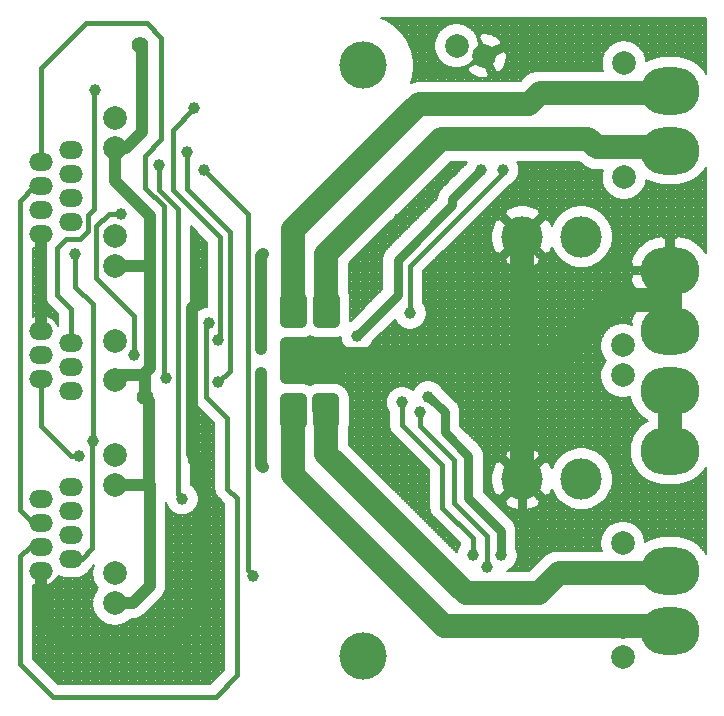
<source format=gbr>
G04 #@! TF.GenerationSoftware,KiCad,Pcbnew,5.0.0-fee4fd1~66~ubuntu16.04.1*
G04 #@! TF.CreationDate,2018-10-18T20:33:51-03:00*
G04 #@! TF.ProjectId,pap,7061702E6B696361645F706362000000,1.0*
G04 #@! TF.SameCoordinates,Original*
G04 #@! TF.FileFunction,Copper,L1,Top,Signal*
G04 #@! TF.FilePolarity,Positive*
%FSLAX46Y46*%
G04 Gerber Fmt 4.6, Leading zero omitted, Abs format (unit mm)*
G04 Created by KiCad (PCBNEW 5.0.0-fee4fd1~66~ubuntu16.04.1) date Thu Oct 18 20:33:51 2018*
%MOMM*%
%LPD*%
G01*
G04 APERTURE LIST*
G04 #@! TA.AperFunction,ComponentPad*
%ADD10C,2.000000*%
G04 #@! TD*
G04 #@! TA.AperFunction,ComponentPad*
%ADD11O,5.000000X4.000000*%
G04 #@! TD*
G04 #@! TA.AperFunction,ComponentPad*
%ADD12C,4.000000*%
G04 #@! TD*
G04 #@! TA.AperFunction,ComponentPad*
%ADD13O,2.000000X1.500000*%
G04 #@! TD*
G04 #@! TA.AperFunction,ComponentPad*
%ADD14C,3.500000*%
G04 #@! TD*
G04 #@! TA.AperFunction,ViaPad*
%ADD15C,1.000000*%
G04 #@! TD*
G04 #@! TA.AperFunction,ViaPad*
%ADD16C,1.400000*%
G04 #@! TD*
G04 #@! TA.AperFunction,Conductor*
%ADD17C,0.400000*%
G04 #@! TD*
G04 #@! TA.AperFunction,Conductor*
%ADD18C,1.000000*%
G04 #@! TD*
G04 #@! TA.AperFunction,Conductor*
%ADD19C,2.000000*%
G04 #@! TD*
G04 #@! TA.AperFunction,Conductor*
%ADD20C,0.200000*%
G04 #@! TD*
G04 #@! TA.AperFunction,Conductor*
%ADD21C,0.800000*%
G04 #@! TD*
%ADD22C,0.200000*%
G04 APERTURE END LIST*
D10*
G04 #@! TO.P,D9,1*
G04 #@! TO.N,Net-(D9-Pad1)*
X101500000Y-110810000D03*
G04 #@! TO.P,D9,2*
G04 #@! TO.N,3V3*
X101500000Y-114110000D03*
G04 #@! TD*
G04 #@! TO.P,D6,2*
G04 #@! TO.N,3V3*
X101500000Y-123000000D03*
G04 #@! TO.P,D6,1*
G04 #@! TO.N,Net-(D6-Pad1)*
X101500000Y-120460000D03*
G04 #@! TD*
G04 #@! TO.P,D5,2*
G04 #@! TO.N,3V3*
X101500000Y-104500000D03*
G04 #@! TO.P,D5,1*
G04 #@! TO.N,Net-(D5-Pad1)*
X101500000Y-101960000D03*
G04 #@! TD*
G04 #@! TO.P,D13,2*
G04 #@! TO.N,3V3*
X101500000Y-94500000D03*
G04 #@! TO.P,D13,1*
G04 #@! TO.N,Net-(D13-Pad1)*
X101500000Y-91960000D03*
G04 #@! TD*
G04 #@! TO.P,D4,2*
G04 #@! TO.N,3V3*
X101500000Y-133040000D03*
G04 #@! TO.P,D4,1*
G04 #@! TO.N,Net-(D4-Pad1)*
X101500000Y-130500000D03*
G04 #@! TD*
G04 #@! TO.P,D7,1*
G04 #@! TO.N,Net-(D7-Pad1)*
X144500000Y-137640000D03*
G04 #@! TO.P,D7,2*
G04 #@! TO.N,/connector/MotorB2*
X144500000Y-135100000D03*
G04 #@! TD*
G04 #@! TO.P,D10,1*
G04 #@! TO.N,/connector/MotorA2*
X144600000Y-89840000D03*
G04 #@! TO.P,D10,2*
G04 #@! TO.N,Net-(D10-Pad2)*
X144600000Y-87300000D03*
G04 #@! TD*
G04 #@! TO.P,D8,1*
G04 #@! TO.N,/connector/MotorB1*
X144500000Y-130500000D03*
G04 #@! TO.P,D8,2*
G04 #@! TO.N,Net-(D8-Pad2)*
X144500000Y-127960000D03*
G04 #@! TD*
G04 #@! TO.P,D11,1*
G04 #@! TO.N,Net-(D11-Pad1)*
X144600000Y-97000000D03*
G04 #@! TO.P,D11,2*
G04 #@! TO.N,/connector/MotorA1*
X144600000Y-94460000D03*
G04 #@! TD*
G04 #@! TO.P,D14,1*
G04 #@! TO.N,85v*
X144500000Y-113749079D03*
G04 #@! TO.P,D14,2*
G04 #@! TO.N,Net-(D14-Pad2)*
X144500000Y-111209079D03*
G04 #@! TD*
G04 #@! TO.P,C3,1*
G04 #@! TO.N,G85V*
X132779542Y-86704129D03*
G04 #@! TO.P,C3,2*
G04 #@! TO.N,15v*
X130430310Y-85849079D03*
G04 #@! TD*
D11*
G04 #@! TO.P,J53,2*
G04 #@! TO.N,/connector/MotorA2*
X148500000Y-89640000D03*
G04 #@! TO.P,J53,1*
G04 #@! TO.N,/connector/MotorA1*
X148500000Y-94720000D03*
G04 #@! TD*
D12*
G04 #@! TO.P,MH101,*
G04 #@! TO.N,*
X122500000Y-137500000D03*
G04 #@! TD*
G04 #@! TO.P,MH102,*
G04 #@! TO.N,*
X122500000Y-87500000D03*
G04 #@! TD*
D13*
G04 #@! TO.P,J56,2*
G04 #@! TO.N,/connector/Busy*
X95250000Y-114038000D03*
G04 #@! TO.P,J56,1*
G04 #@! TO.N,3V3*
X97794660Y-115045460D03*
G04 #@! TO.P,J56,3*
G04 #@! TO.N,/connector/Flag*
X97794660Y-113016000D03*
G04 #@! TO.P,J56,4*
G04 #@! TO.N,/connector/Pulse*
X95250000Y-112000000D03*
G04 #@! TO.P,J56,5*
G04 #@! TO.N,/connector/Switch*
X97794660Y-110986540D03*
G04 #@! TO.P,J56,6*
G04 #@! TO.N,G3V3*
X95250000Y-109970540D03*
G04 #@! TD*
G04 #@! TO.P,J55,3*
G04 #@! TO.N,/connector/Reset*
X95220000Y-99770540D03*
G04 #@! TO.P,J55,1*
G04 #@! TO.N,G3V3*
X95220000Y-101800000D03*
G04 #@! TO.P,J55,2*
G04 #@! TO.N,/connector/CS*
X97764660Y-100786540D03*
G04 #@! TO.P,J55,4*
G04 #@! TO.N,/connector/Osc_Out*
X97764660Y-98757080D03*
G04 #@! TO.P,J55,5*
G04 #@! TO.N,/connector/Sdo_Back*
X95220000Y-97741080D03*
G04 #@! TO.P,J55,6*
G04 #@! TO.N,/connector/Busy_Out*
X97764660Y-96727620D03*
G04 #@! TO.P,J55,7*
G04 #@! TO.N,/connector/SDO*
X95220000Y-95711620D03*
G04 #@! TO.P,J55,8*
G04 #@! TO.N,/connector/CLK*
X97764660Y-94698160D03*
G04 #@! TD*
D11*
G04 #@! TO.P,J52,2*
G04 #@! TO.N,/connector/MotorB1*
X148500000Y-130280000D03*
G04 #@! TO.P,J52,1*
G04 #@! TO.N,/connector/MotorB2*
X148500000Y-135360000D03*
G04 #@! TD*
D14*
G04 #@! TO.P,C51,2*
G04 #@! TO.N,G85V*
X136000000Y-122500000D03*
G04 #@! TO.P,C51,1*
G04 #@! TO.N,85v*
X141000000Y-122500000D03*
G04 #@! TD*
G04 #@! TO.P,C52,2*
G04 #@! TO.N,G85V*
X136000000Y-102000000D03*
G04 #@! TO.P,C52,1*
G04 #@! TO.N,85v*
X141000000Y-102000000D03*
G04 #@! TD*
D11*
G04 #@! TO.P,J51,4*
G04 #@! TO.N,G85V*
X148500000Y-104880000D03*
G04 #@! TO.P,J51,3*
X148500000Y-109960000D03*
G04 #@! TO.P,J51,2*
G04 #@! TO.N,85v*
X148500000Y-115040000D03*
G04 #@! TO.P,J51,1*
X148500000Y-120120000D03*
G04 #@! TD*
D13*
G04 #@! TO.P,J54,3*
G04 #@! TO.N,/connector/Reset*
X95255340Y-128272380D03*
G04 #@! TO.P,J54,1*
G04 #@! TO.N,G3V3*
X95255340Y-130301840D03*
G04 #@! TO.P,J54,2*
G04 #@! TO.N,/connector/CS*
X97800000Y-129288380D03*
G04 #@! TO.P,J54,4*
G04 #@! TO.N,/connector/Osc_In*
X97800000Y-127258920D03*
G04 #@! TO.P,J54,5*
G04 #@! TO.N,/connector/Sdo_Back*
X95255340Y-126242920D03*
G04 #@! TO.P,J54,6*
G04 #@! TO.N,/connector/Busy_Out*
X97800000Y-125229460D03*
G04 #@! TO.P,J54,7*
G04 #@! TO.N,/connector/SDI*
X95255340Y-124213460D03*
G04 #@! TO.P,J54,8*
G04 #@! TO.N,/connector/CLK*
X97800000Y-123200000D03*
G04 #@! TD*
D15*
G04 #@! TO.N,/connector/Switch*
X99800000Y-89600000D03*
G04 #@! TO.N,/connector/MotorA1*
X118775000Y-109225000D03*
X120025000Y-109225000D03*
X120025000Y-107250000D03*
X118775000Y-108225000D03*
X118750000Y-107250000D03*
X120025000Y-108225000D03*
G04 #@! TO.N,/connector/MotorA2*
X115975000Y-107250000D03*
X116000000Y-108225000D03*
X117250000Y-109225000D03*
X117250000Y-107250000D03*
X116000000Y-109225000D03*
X117250000Y-108225000D03*
G04 #@! TO.N,/connector/MotorB1*
X118725000Y-115775000D03*
X120000000Y-117750000D03*
X120000000Y-115775000D03*
X118750000Y-116750000D03*
X120000000Y-116750000D03*
X118750000Y-117750000D03*
G04 #@! TO.N,/connector/MotorB2*
X116000000Y-116750000D03*
X117250000Y-115775000D03*
X116000000Y-117750000D03*
X117250000Y-117750000D03*
X115975000Y-115775000D03*
X117250000Y-116750000D03*
G04 #@! TO.N,/connector/Busy*
X98430310Y-120549079D03*
G04 #@! TO.N,/connector/CLK*
X107600000Y-94800000D03*
X110230310Y-114349079D03*
G04 #@! TO.N,/connector/CS*
X99630310Y-119349079D03*
X98130310Y-103449079D03*
G04 #@! TO.N,/connector/SDO*
X105830310Y-113949079D03*
G04 #@! TO.N,15v*
X132530310Y-96349079D03*
X122000000Y-110400000D03*
G04 #@! TO.N,G85V*
X116000000Y-110975000D03*
X117000000Y-110975000D03*
X118000000Y-110975000D03*
X119000000Y-110975000D03*
X120000000Y-110975000D03*
X116000000Y-111975000D03*
X117000000Y-111975000D03*
X118000000Y-111975000D03*
X119000000Y-111975000D03*
X116000000Y-112975000D03*
X117000000Y-112975000D03*
X118000000Y-112975000D03*
X119000000Y-112975000D03*
X120000000Y-112975000D03*
X116000000Y-113975000D03*
X117000000Y-113975000D03*
X118000000Y-113975000D03*
X119000000Y-113975000D03*
X120000000Y-113975000D03*
X120000000Y-111975000D03*
X140000000Y-127500000D03*
X125580310Y-100499079D03*
G04 #@! TO.N,/connector/Reset*
X109430310Y-109349079D03*
G04 #@! TO.N,/connector/Osc_Out*
X131800000Y-129000000D03*
X109000000Y-96400000D03*
X125830310Y-116049079D03*
X113230310Y-130749058D03*
G04 #@! TO.N,/connector/Osc_In*
X133000000Y-130000000D03*
X127330310Y-116849079D03*
G04 #@! TO.N,/motor/Switch_Local*
X108230310Y-91149079D03*
X110230310Y-110749079D03*
D16*
G04 #@! TO.N,G3V3*
X108630310Y-105949079D03*
X108400000Y-120800000D03*
X107230310Y-137549079D03*
D15*
G04 #@! TO.N,/connector/Busy_Out*
X107200000Y-124200000D03*
X105230310Y-95949079D03*
G04 #@! TO.N,/motor/Adc*
X126500000Y-108500000D03*
X134330310Y-96349079D03*
G04 #@! TO.N,/motor/SenseA*
X114000000Y-103500000D03*
X113830310Y-111549079D03*
G04 #@! TO.N,/motor/SenseB*
X114000000Y-121500000D03*
X113830310Y-113549079D03*
G04 #@! TO.N,/connector/Flag*
X102030310Y-100049079D03*
X103130310Y-112049079D03*
D16*
G04 #@! TO.N,3V3*
X104030310Y-115549079D03*
X103630310Y-85749079D03*
D15*
G04 #@! TO.N,Vreg*
X134200000Y-129000000D03*
X128030310Y-115549079D03*
G04 #@! TD*
D17*
G04 #@! TO.N,/connector/Switch*
X99730310Y-89669690D02*
X99800000Y-89600000D01*
X99730310Y-99649079D02*
X99730310Y-89669690D01*
X99230310Y-100149079D02*
X99730310Y-99649079D01*
X99230310Y-101549079D02*
X99230310Y-100149079D01*
X97380310Y-102249079D02*
X98530310Y-102249079D01*
X97794660Y-110986540D02*
X97794660Y-108113429D01*
X97794660Y-108113429D02*
X96630310Y-106949079D01*
X98530310Y-102249079D02*
X99230310Y-101549079D01*
X96630310Y-106949079D02*
X96630310Y-102999079D01*
X96630310Y-102999079D02*
X97380310Y-102249079D01*
D18*
G04 #@! TO.N,/connector/MotorA1*
X118775000Y-108225000D02*
X120025000Y-108225000D01*
X118775000Y-109225000D02*
X120025000Y-109225000D01*
X118775000Y-107275000D02*
X118750000Y-107250000D01*
X118775000Y-109225000D02*
X118775000Y-107275000D01*
X120025000Y-109225000D02*
X120025000Y-107250000D01*
X118750000Y-107250000D02*
X119400000Y-107250000D01*
X119400000Y-107250000D02*
X120025000Y-107250000D01*
D19*
X119400000Y-103479389D02*
X119400000Y-107250000D01*
X129130310Y-93749079D02*
X119400000Y-103479389D01*
X148500000Y-94720000D02*
X148240000Y-94460000D01*
X141580310Y-93749079D02*
X129130310Y-93749079D01*
X148240000Y-94460000D02*
X142291231Y-94460000D01*
X142291231Y-94460000D02*
X141580310Y-93749079D01*
D18*
G04 #@! TO.N,/connector/MotorA2*
X116000000Y-109225000D02*
X117250000Y-109225000D01*
X117250000Y-108225000D02*
X116000000Y-108225000D01*
X117250000Y-109225000D02*
X117250000Y-107250000D01*
X116000000Y-107275000D02*
X115975000Y-107250000D01*
X116000000Y-109225000D02*
X116000000Y-107275000D01*
X115975000Y-107250000D02*
X116600000Y-107250000D01*
X116600000Y-107250000D02*
X117250000Y-107250000D01*
D19*
X116600000Y-101379389D02*
X116600000Y-107250000D01*
X127230310Y-90749079D02*
X116600000Y-101379389D01*
X148500000Y-89640000D02*
X148290921Y-89849079D01*
X137480310Y-89849079D02*
X136580310Y-90749079D01*
X148290921Y-89849079D02*
X137480310Y-89849079D01*
X136580310Y-90749079D02*
X127230310Y-90749079D01*
D18*
G04 #@! TO.N,/connector/MotorB1*
X118725000Y-115775000D02*
X120000000Y-115775000D01*
X118750000Y-116750000D02*
X120000000Y-116750000D01*
X120000000Y-115775000D02*
X120000000Y-117750000D01*
X118725000Y-116724999D02*
X118750001Y-116750000D01*
X118725000Y-115775000D02*
X118725000Y-116724999D01*
X118750000Y-117750000D02*
X118750000Y-116750000D01*
X119400000Y-117750000D02*
X120000000Y-117750000D01*
X118750000Y-117750000D02*
X119400000Y-117750000D01*
D19*
X137379389Y-132200000D02*
X131200000Y-132200000D01*
X119400000Y-120400000D02*
X119400000Y-117750000D01*
X131200000Y-132200000D02*
X119400000Y-120400000D01*
X139081231Y-130500000D02*
X139080310Y-130499079D01*
X148500000Y-130280000D02*
X148280000Y-130500000D01*
X148280000Y-130500000D02*
X139081231Y-130500000D01*
X139080310Y-130499079D02*
X137379389Y-132200000D01*
D18*
G04 #@! TO.N,/connector/MotorB2*
X115975000Y-115775000D02*
X117224999Y-115775000D01*
X116000000Y-116750000D02*
X117250000Y-116750000D01*
X115975000Y-117725000D02*
X116000000Y-117750000D01*
X115975000Y-115775000D02*
X115975000Y-117725000D01*
X117250000Y-115800001D02*
X117224999Y-115775000D01*
X117250000Y-117750000D02*
X117250000Y-115800001D01*
X116600000Y-117750000D02*
X117250000Y-117750000D01*
X116000000Y-117750000D02*
X116600000Y-117750000D01*
D19*
X116600000Y-122200000D02*
X116600000Y-117750000D01*
X148500000Y-135360000D02*
X147140000Y-135360000D01*
X147140000Y-135360000D02*
X146780000Y-135000000D01*
X146780000Y-135000000D02*
X129400000Y-135000000D01*
X129400000Y-135000000D02*
X116600000Y-122200000D01*
D17*
G04 #@! TO.N,/connector/Busy*
X97749079Y-120549079D02*
X98430310Y-120549079D01*
X95200000Y-118000000D02*
X97749079Y-120549079D01*
X95200000Y-114088000D02*
X95200000Y-118000000D01*
X95250000Y-114038000D02*
X95200000Y-114088000D01*
D20*
G04 #@! TO.N,/connector/CLK*
X107600000Y-94800000D02*
X107800000Y-94800000D01*
D17*
X107600000Y-94800000D02*
X107600000Y-98000000D01*
X107600000Y-98000000D02*
X111230310Y-101630310D01*
X111230310Y-101630310D02*
X111230310Y-111599079D01*
X111230310Y-113349079D02*
X110230310Y-114349079D01*
X111230310Y-111599079D02*
X111230310Y-113349079D01*
G04 #@! TO.N,/connector/CS*
X99600000Y-128400000D02*
X98711620Y-129288380D01*
X99600000Y-119600000D02*
X99600000Y-128400000D01*
X99630310Y-119349079D02*
X99600000Y-119600000D01*
X98711620Y-129288380D02*
X97800000Y-129288380D01*
X98130310Y-106249079D02*
X98130310Y-103449079D01*
X99630310Y-107749079D02*
X98130310Y-106249079D01*
X99630310Y-119349079D02*
X99630310Y-107749079D01*
G04 #@! TO.N,/connector/SDO*
X105630310Y-113749079D02*
X105830310Y-113949079D01*
X95220000Y-95711620D02*
X95220000Y-87759389D01*
X104030310Y-95149079D02*
X104030310Y-97849079D01*
X95220000Y-87759389D02*
X99030310Y-83949079D01*
X104030310Y-97849079D02*
X105630310Y-99449079D01*
X105430310Y-93749079D02*
X104030310Y-95149079D01*
X105430310Y-85149079D02*
X105430310Y-93749079D01*
X104230310Y-83949079D02*
X105430310Y-85149079D01*
X105630310Y-99449079D02*
X105630310Y-113749079D01*
X99030310Y-83949079D02*
X104230310Y-83949079D01*
D19*
G04 #@! TO.N,85v*
X148500000Y-115040000D02*
X148500000Y-120120000D01*
D21*
G04 #@! TO.N,15v*
X130080310Y-99299079D02*
X130080310Y-98799079D01*
X125430310Y-103949079D02*
X130080310Y-99299079D01*
X125430310Y-106969690D02*
X125430310Y-103949079D01*
X122000000Y-110400000D02*
X125430310Y-106969690D01*
X130080310Y-98799079D02*
X132530310Y-96349079D01*
D19*
G04 #@! TO.N,G85V*
X148000000Y-104880000D02*
X148500000Y-104880000D01*
X148460000Y-110000000D02*
X148500000Y-109960000D01*
D18*
X116000000Y-110975000D02*
X117000000Y-110975000D01*
X117000000Y-110975000D02*
X118000000Y-110975000D01*
X120000000Y-110975000D02*
X118000000Y-110975000D01*
X120000000Y-111975000D02*
X116000000Y-111975000D01*
X116000000Y-112975000D02*
X120000000Y-112975000D01*
X116000000Y-113975000D02*
X120000000Y-113975000D01*
X116000000Y-113975000D02*
X116000000Y-110975000D01*
X120000000Y-113975000D02*
X120000000Y-112400000D01*
X120000000Y-112400000D02*
X120000000Y-110975000D01*
D19*
X136000000Y-102000000D02*
X136000000Y-111400000D01*
X148500000Y-107400000D02*
X148500000Y-109960000D01*
X148500000Y-104880000D02*
X148500000Y-107400000D01*
X136000000Y-111400000D02*
X136000000Y-122500000D01*
D21*
X138181231Y-127500000D02*
X136000000Y-125318769D01*
X136000000Y-125318769D02*
X136000000Y-122500000D01*
X140000000Y-127500000D02*
X138181231Y-127500000D01*
D19*
X143779389Y-107400000D02*
X148500000Y-107400000D01*
X138779389Y-112400000D02*
X143779389Y-107400000D01*
X120000000Y-112400000D02*
X138779389Y-112400000D01*
D17*
G04 #@! TO.N,/connector/Reset*
X94307009Y-128272380D02*
X95255340Y-128272380D01*
X93500000Y-129079389D02*
X94307009Y-128272380D01*
X111030310Y-123349079D02*
X111830310Y-124149079D01*
X111030310Y-117349079D02*
X111030310Y-123349079D01*
X109230310Y-115549079D02*
X111030310Y-117349079D01*
X109230310Y-109549079D02*
X109230310Y-115549079D01*
X111830310Y-139149079D02*
X110030310Y-140949079D01*
X109430310Y-109349079D02*
X109230310Y-109549079D01*
X111830310Y-124149079D02*
X111830310Y-139149079D01*
X96230310Y-140949079D02*
X93500000Y-138218769D01*
X110030310Y-140949079D02*
X96230310Y-140949079D01*
X93500000Y-138218769D02*
X93500000Y-129079389D01*
G04 #@! TO.N,/connector/Osc_Out*
X131800000Y-127518769D02*
X131800000Y-129000000D01*
X125830310Y-116049079D02*
X125830310Y-117949079D01*
X125830310Y-117949079D02*
X129230310Y-121349079D01*
X129230310Y-121349079D02*
X129230310Y-124949079D01*
X129230310Y-124949079D02*
X131800000Y-127518769D01*
X112730311Y-100130311D02*
X112730311Y-130249059D01*
X112730311Y-130249059D02*
X113230310Y-130749058D01*
X109000000Y-96400000D02*
X112730311Y-100130311D01*
G04 #@! TO.N,/connector/Osc_In*
X133000000Y-127318769D02*
X133000000Y-130000000D01*
X127330310Y-116849079D02*
X127330310Y-118049079D01*
X127330310Y-118049079D02*
X130230310Y-120949079D01*
X130230310Y-120949079D02*
X130230310Y-124549079D01*
X130230310Y-124549079D02*
X133000000Y-127318769D01*
G04 #@! TO.N,/motor/Switch_Local*
X106430310Y-92949079D02*
X108230310Y-91149079D01*
X110230310Y-110749079D02*
X110430310Y-110549079D01*
X110430310Y-110549079D02*
X110430310Y-102049079D01*
X110430310Y-102049079D02*
X106430310Y-98049079D01*
X106430310Y-98049079D02*
X106430310Y-92949079D01*
D18*
G04 #@! TO.N,G3V3*
X95220000Y-109940540D02*
X95250000Y-109970540D01*
X95220000Y-101800000D02*
X95220000Y-109940540D01*
X95255340Y-134374109D02*
X95255340Y-130301840D01*
X106230310Y-136349079D02*
X97230310Y-136349079D01*
X109030310Y-121430310D02*
X109030310Y-133549079D01*
X108400000Y-120800000D02*
X109030310Y-121430310D01*
X97230310Y-136349079D02*
X95255340Y-134374109D01*
X109030310Y-133549079D02*
X106230310Y-136349079D01*
D21*
X107230310Y-137349079D02*
X106230310Y-136349079D01*
X107230310Y-137549079D02*
X107230310Y-137349079D01*
D18*
X108630310Y-107449079D02*
X108630310Y-105949079D01*
X108030310Y-120430310D02*
X108030310Y-108049079D01*
X108030310Y-108049079D02*
X108630310Y-107449079D01*
X108400000Y-120800000D02*
X108030310Y-120430310D01*
D17*
G04 #@! TO.N,/connector/Busy_Out*
X106830310Y-99649079D02*
X105230310Y-98049079D01*
X106830310Y-123830310D02*
X106830310Y-99649079D01*
X105230310Y-98049079D02*
X105230310Y-95949079D01*
X107200000Y-124200000D02*
X106830310Y-123830310D01*
G04 #@! TO.N,/motor/Adc*
X134330310Y-96649079D02*
X134330310Y-96349079D01*
X126500000Y-104479389D02*
X134330310Y-96649079D01*
X126500000Y-108500000D02*
X126500000Y-104479389D01*
D18*
G04 #@! TO.N,/motor/SenseA*
X113830310Y-103669690D02*
X114000000Y-103500000D01*
X113830310Y-111549079D02*
X113830310Y-103669690D01*
G04 #@! TO.N,/motor/SenseB*
X113830310Y-121330310D02*
X114000000Y-121500000D01*
X113830310Y-113549079D02*
X113830310Y-121330310D01*
D17*
G04 #@! TO.N,/connector/Sdo_Back*
X94524151Y-126242920D02*
X95255340Y-126242920D01*
X95220000Y-97741080D02*
X94658920Y-97741080D01*
X94658920Y-97741080D02*
X93430310Y-98969690D01*
X93430310Y-125149079D02*
X94524151Y-126242920D01*
X93430310Y-98969690D02*
X93430310Y-125149079D01*
G04 #@! TO.N,/connector/Flag*
X103130310Y-108749079D02*
X103130310Y-112049079D01*
X102030310Y-100049079D02*
X101030310Y-100049079D01*
X101030310Y-100049079D02*
X99930310Y-101149079D01*
X99930310Y-105549079D02*
X103130310Y-108749079D01*
X99930310Y-101149079D02*
X99930310Y-105549079D01*
D18*
G04 #@! TO.N,3V3*
X101500000Y-133040000D02*
X101540000Y-133000000D01*
X101540000Y-133000000D02*
X103000000Y-133000000D01*
X104430310Y-123000000D02*
X101500000Y-123000000D01*
X103000000Y-133000000D02*
X104430310Y-131569690D01*
X104430310Y-131569690D02*
X104430310Y-123000000D01*
X104400000Y-123000000D02*
X101500000Y-123000000D01*
X104400000Y-115918769D02*
X104030310Y-115549079D01*
X104400000Y-123000000D02*
X104400000Y-115918769D01*
X103830310Y-93149079D02*
X103830310Y-87749079D01*
X101500000Y-94500000D02*
X102479379Y-94500000D01*
X102479379Y-94500000D02*
X103400001Y-93579378D01*
X103400001Y-93579378D02*
X103400011Y-93579378D01*
X103400011Y-93579378D02*
X103830310Y-93149079D01*
X103830310Y-85949079D02*
X103630310Y-85749079D01*
X103830310Y-87749079D02*
X103830310Y-85949079D01*
X101430310Y-104569690D02*
X101500000Y-104500000D01*
X103931231Y-113750000D02*
X104030310Y-113849079D01*
X101500000Y-113750000D02*
X103931231Y-113750000D01*
X104030310Y-115549079D02*
X104030310Y-113849079D01*
X104430310Y-113149079D02*
X104430310Y-103249079D01*
X104030310Y-113549079D02*
X104430310Y-113149079D01*
X104030310Y-113849079D02*
X104030310Y-113549079D01*
X104430310Y-104500000D02*
X101500000Y-104500000D01*
X104430310Y-103249079D02*
X104430310Y-104500000D01*
X104430310Y-100249079D02*
X104430310Y-103249079D01*
X101500000Y-97318769D02*
X104430310Y-100249079D01*
X101500000Y-94500000D02*
X101500000Y-97318769D01*
D21*
G04 #@! TO.N,Vreg*
X129430310Y-116849079D02*
X128130310Y-115549079D01*
X128130310Y-115549079D02*
X128030310Y-115549079D01*
X134200000Y-129000000D02*
X134200000Y-126918769D01*
X129430310Y-118549079D02*
X129430310Y-116849079D01*
X134200000Y-126918769D02*
X131430310Y-124149079D01*
X131430310Y-124149079D02*
X131430310Y-120549079D01*
X131430310Y-120549079D02*
X129430310Y-118549079D01*
G04 #@! TD*
D20*
G04 #@! TO.N,G3V3*
X107930310Y-101104714D02*
X107930310Y-101104714D01*
X107930310Y-101294714D02*
X108120310Y-101294714D01*
X107930310Y-101484714D02*
X108310310Y-101484714D01*
X107930310Y-101674714D02*
X108500310Y-101674714D01*
X107930310Y-101864714D02*
X108690310Y-101864714D01*
X107930310Y-102054714D02*
X108880310Y-102054714D01*
X107930310Y-102244714D02*
X109070310Y-102244714D01*
X107930310Y-102434714D02*
X109260310Y-102434714D01*
X107930310Y-102624714D02*
X109330311Y-102624714D01*
X107930310Y-102814714D02*
X109330311Y-102814714D01*
X107930310Y-103004714D02*
X109330311Y-103004714D01*
X107930310Y-103194714D02*
X109330311Y-103194714D01*
X107930310Y-103384714D02*
X109330311Y-103384714D01*
X107930310Y-103574714D02*
X109330311Y-103574714D01*
X107930310Y-103764714D02*
X109330311Y-103764714D01*
X107930310Y-103954714D02*
X109330311Y-103954714D01*
X107930310Y-104144714D02*
X109330311Y-104144714D01*
X107930310Y-104334714D02*
X109330311Y-104334714D01*
X107930310Y-104524714D02*
X109330311Y-104524714D01*
X107930310Y-104714714D02*
X109330311Y-104714714D01*
X107930310Y-104904714D02*
X109330311Y-104904714D01*
X107930310Y-105094714D02*
X109330311Y-105094714D01*
X107930310Y-105284714D02*
X109330311Y-105284714D01*
X107930310Y-105474714D02*
X109330311Y-105474714D01*
X107930310Y-105664714D02*
X109330311Y-105664714D01*
X107930310Y-105854714D02*
X109330311Y-105854714D01*
X107930310Y-106044714D02*
X109330311Y-106044714D01*
X107930310Y-106234714D02*
X109330311Y-106234714D01*
X107930310Y-106424714D02*
X109330311Y-106424714D01*
X107930310Y-106614714D02*
X109330311Y-106614714D01*
X107930310Y-106804714D02*
X109330311Y-106804714D01*
X107930310Y-106994714D02*
X109330311Y-106994714D01*
X107930310Y-107184714D02*
X109330311Y-107184714D01*
X107930310Y-107374714D02*
X109330311Y-107374714D01*
X107930310Y-107564714D02*
X109330311Y-107564714D01*
X107930310Y-107754714D02*
X109330311Y-107754714D01*
X107930310Y-107944714D02*
X109330311Y-107944714D01*
X107930310Y-108134714D02*
X108727802Y-108134714D01*
X107930310Y-108324714D02*
X108474776Y-108324714D01*
X107930310Y-108514714D02*
X108304050Y-108514714D01*
X107930310Y-108704714D02*
X108181866Y-108704714D01*
X107930310Y-108894714D02*
X108103165Y-108894714D01*
X107930310Y-109084714D02*
X108055468Y-109084714D01*
X107930310Y-109274714D02*
X108030310Y-109274714D01*
X107930310Y-109464714D02*
X108030310Y-109464714D01*
X107930310Y-109654714D02*
X108063676Y-109654714D01*
X107930310Y-109844714D02*
X108120259Y-109844714D01*
X107930310Y-110034714D02*
X108130310Y-110034714D01*
X107930310Y-110224714D02*
X108130310Y-110224714D01*
X107930310Y-110414714D02*
X108130310Y-110414714D01*
X107930310Y-110604714D02*
X108130310Y-110604714D01*
X107930310Y-110794714D02*
X108130310Y-110794714D01*
X107930310Y-110984714D02*
X108130310Y-110984714D01*
X107930310Y-111174714D02*
X108130310Y-111174714D01*
X107930310Y-111364714D02*
X108130310Y-111364714D01*
X107930310Y-111554714D02*
X108130310Y-111554714D01*
X107930310Y-111744714D02*
X108130310Y-111744714D01*
X107930310Y-111934714D02*
X108130310Y-111934714D01*
X107930310Y-112124714D02*
X108130310Y-112124714D01*
X107930310Y-112314714D02*
X108130310Y-112314714D01*
X107930310Y-112504714D02*
X108130310Y-112504714D01*
X107930310Y-112694714D02*
X108130310Y-112694714D01*
X107930310Y-112884714D02*
X108130310Y-112884714D01*
X107930310Y-113074714D02*
X108130310Y-113074714D01*
X107930310Y-113264714D02*
X108130310Y-113264714D01*
X107930310Y-113454714D02*
X108130310Y-113454714D01*
X107930310Y-113644714D02*
X108130310Y-113644714D01*
X107930310Y-113834714D02*
X108130310Y-113834714D01*
X107930310Y-114024714D02*
X108130310Y-114024714D01*
X107930310Y-114214714D02*
X108130310Y-114214714D01*
X107930310Y-114404714D02*
X108130310Y-114404714D01*
X107930310Y-114594714D02*
X108130310Y-114594714D01*
X107930310Y-114784714D02*
X108130310Y-114784714D01*
X107930310Y-114974714D02*
X108130310Y-114974714D01*
X107930310Y-115164714D02*
X108130310Y-115164714D01*
X107930310Y-115354714D02*
X108130310Y-115354714D01*
X107930310Y-115544714D02*
X108125418Y-115544714D01*
X107930310Y-115734714D02*
X108143271Y-115734714D01*
X107930310Y-115924714D02*
X108194762Y-115924714D01*
X107930310Y-116114714D02*
X108285371Y-116114714D01*
X107930310Y-116304714D02*
X108427436Y-116304714D01*
X107930310Y-116494714D02*
X108620310Y-116494714D01*
X107930310Y-116684714D02*
X108810310Y-116684714D01*
X107930310Y-116874714D02*
X109000310Y-116874714D01*
X107930310Y-117064714D02*
X109190310Y-117064714D01*
X107930310Y-117254714D02*
X109380310Y-117254714D01*
X107930310Y-117444714D02*
X109570310Y-117444714D01*
X107930310Y-117634714D02*
X109760310Y-117634714D01*
X107930310Y-117824714D02*
X109930310Y-117824714D01*
X107930310Y-118014714D02*
X109930310Y-118014714D01*
X107930310Y-118204714D02*
X109930310Y-118204714D01*
X107930310Y-118394714D02*
X109930310Y-118394714D01*
X107930310Y-118584714D02*
X109930310Y-118584714D01*
X107930310Y-118774714D02*
X109930310Y-118774714D01*
X107930310Y-118964714D02*
X109930310Y-118964714D01*
X107930310Y-119154714D02*
X109930310Y-119154714D01*
X107930310Y-119344714D02*
X109930310Y-119344714D01*
X107930310Y-119534714D02*
X109930310Y-119534714D01*
X107930310Y-119724714D02*
X109930310Y-119724714D01*
X107930310Y-119914714D02*
X109930310Y-119914714D01*
X107930310Y-120104714D02*
X109930310Y-120104714D01*
X107930310Y-120294714D02*
X109930310Y-120294714D01*
X107930310Y-120484714D02*
X109930310Y-120484714D01*
X107930310Y-120674714D02*
X109930310Y-120674714D01*
X107930310Y-120864714D02*
X109930310Y-120864714D01*
X107930310Y-121054714D02*
X109930310Y-121054714D01*
X107930310Y-121244714D02*
X109930310Y-121244714D01*
X107930310Y-121434714D02*
X109930310Y-121434714D01*
X107930310Y-121624714D02*
X109930310Y-121624714D01*
X107930310Y-121814714D02*
X109930310Y-121814714D01*
X107930310Y-122004714D02*
X109930310Y-122004714D01*
X107930310Y-122194714D02*
X109930310Y-122194714D01*
X107930310Y-122384714D02*
X109930310Y-122384714D01*
X107930310Y-122574714D02*
X109930310Y-122574714D01*
X107930310Y-122764714D02*
X109930310Y-122764714D01*
X107930310Y-122954714D02*
X109930310Y-122954714D01*
X108124613Y-123144714D02*
X109930310Y-123144714D01*
X108305601Y-123334714D02*
X109926403Y-123334714D01*
X108432555Y-123524714D02*
X109942287Y-123524714D01*
X108514338Y-123714714D02*
X109991729Y-123714714D01*
X108568692Y-123904714D02*
X110080026Y-123904714D01*
X108600000Y-124094714D02*
X110219230Y-124094714D01*
X108600000Y-124284714D02*
X110410310Y-124284714D01*
X108572783Y-124474714D02*
X110600310Y-124474714D01*
X105830310Y-124664714D02*
X105877141Y-124664714D01*
X108522858Y-124664714D02*
X110730310Y-124664714D01*
X105830310Y-124854714D02*
X105955842Y-124854714D01*
X108444157Y-124854714D02*
X110730310Y-124854714D01*
X105830310Y-125044714D02*
X106080654Y-125044714D01*
X108319345Y-125044714D02*
X110730310Y-125044714D01*
X105830310Y-125234714D02*
X106254815Y-125234714D01*
X108145185Y-125234714D02*
X110730310Y-125234714D01*
X105830310Y-125424714D02*
X106512980Y-125424714D01*
X107887019Y-125424714D02*
X110730310Y-125424714D01*
X105830310Y-125614714D02*
X110730310Y-125614714D01*
X105830310Y-125804714D02*
X110730310Y-125804714D01*
X105830310Y-125994714D02*
X110730310Y-125994714D01*
X105830310Y-126184714D02*
X110730310Y-126184714D01*
X105830310Y-126374714D02*
X110730310Y-126374714D01*
X105830310Y-126564714D02*
X110730310Y-126564714D01*
X105830310Y-126754714D02*
X110730310Y-126754714D01*
X105830310Y-126944714D02*
X110730310Y-126944714D01*
X105830310Y-127134714D02*
X110730310Y-127134714D01*
X105830310Y-127324714D02*
X110730310Y-127324714D01*
X105830310Y-127514714D02*
X110730310Y-127514714D01*
X105830310Y-127704714D02*
X110730310Y-127704714D01*
X105830310Y-127894714D02*
X110730310Y-127894714D01*
X105830310Y-128084714D02*
X110730310Y-128084714D01*
X105830310Y-128274714D02*
X110730310Y-128274714D01*
X105830310Y-128464714D02*
X110730310Y-128464714D01*
X105830310Y-128654714D02*
X110730310Y-128654714D01*
X105830310Y-128844714D02*
X110730310Y-128844714D01*
X105830310Y-129034714D02*
X110730310Y-129034714D01*
X105830310Y-129224714D02*
X110730310Y-129224714D01*
X105830310Y-129414714D02*
X110730310Y-129414714D01*
X105830310Y-129604714D02*
X110730310Y-129604714D01*
X105830310Y-129794714D02*
X110730310Y-129794714D01*
X99570920Y-129984714D02*
X99665274Y-129984714D01*
X105830310Y-129984714D02*
X110730310Y-129984714D01*
X99447158Y-130174714D02*
X99627481Y-130174714D01*
X105830310Y-130174714D02*
X110730310Y-130174714D01*
X95135340Y-130364714D02*
X95375340Y-130364714D01*
X99301186Y-130364714D02*
X99600000Y-130364714D01*
X105830310Y-130364714D02*
X110730310Y-130364714D01*
X95155340Y-130554714D02*
X95355340Y-130554714D01*
X99107876Y-130554714D02*
X99600000Y-130554714D01*
X105830310Y-130554714D02*
X110730310Y-130554714D01*
X95155340Y-130744714D02*
X95355340Y-130744714D01*
X96673654Y-130744714D02*
X96774373Y-130744714D01*
X98825625Y-130744714D02*
X99611453Y-130744714D01*
X105830310Y-130744714D02*
X110730310Y-130744714D01*
X95155340Y-130934714D02*
X95355340Y-130934714D01*
X96585251Y-130934714D02*
X97431726Y-130934714D01*
X98168273Y-130934714D02*
X99649246Y-130934714D01*
X105830310Y-130934714D02*
X110730310Y-130934714D01*
X95155340Y-131124714D02*
X95355340Y-131124714D01*
X96449872Y-131124714D02*
X99702220Y-131124714D01*
X105830310Y-131124714D02*
X110730310Y-131124714D01*
X95155340Y-131314714D02*
X95355340Y-131314714D01*
X96237630Y-131314714D02*
X99780920Y-131314714D01*
X105830310Y-131314714D02*
X110730310Y-131314714D01*
X94600000Y-131504714D02*
X94654238Y-131504714D01*
X95155340Y-131504714D02*
X95355340Y-131504714D01*
X95856441Y-131504714D02*
X99886218Y-131504714D01*
X105830684Y-131504714D02*
X110730310Y-131504714D01*
X94600000Y-131694714D02*
X100013172Y-131694714D01*
X105824770Y-131694714D02*
X110730310Y-131694714D01*
X94600000Y-131884714D02*
X99986828Y-131884714D01*
X105797744Y-131884714D02*
X110730310Y-131884714D01*
X94600000Y-132074714D02*
X99859874Y-132074714D01*
X105740108Y-132074714D02*
X110730310Y-132074714D01*
X94600000Y-132264714D02*
X99764590Y-132264714D01*
X105646255Y-132264714D02*
X110730310Y-132264714D01*
X94600000Y-132454714D02*
X99685889Y-132454714D01*
X105515090Y-132454714D02*
X110730310Y-132454714D01*
X94600000Y-132644714D02*
X99641405Y-132644714D01*
X105335184Y-132644714D02*
X110730310Y-132644714D01*
X94600000Y-132834714D02*
X99603611Y-132834714D01*
X105145184Y-132834714D02*
X110730310Y-132834714D01*
X94600000Y-133024714D02*
X99600000Y-133024714D01*
X104955184Y-133024714D02*
X110730310Y-133024714D01*
X94600000Y-133214714D02*
X99600000Y-133214714D01*
X104765184Y-133214714D02*
X110730310Y-133214714D01*
X94600000Y-133404714D02*
X99635322Y-133404714D01*
X104575184Y-133404714D02*
X110730310Y-133404714D01*
X94600000Y-133594714D02*
X99673225Y-133594714D01*
X104385184Y-133594714D02*
X110730310Y-133594714D01*
X94600000Y-133784714D02*
X99751925Y-133784714D01*
X104195184Y-133784714D02*
X110730310Y-133784714D01*
X94600000Y-133974714D02*
X99839445Y-133974714D01*
X104011173Y-133974714D02*
X110730310Y-133974714D01*
X94600000Y-134164714D02*
X99966399Y-134164714D01*
X103787625Y-134164714D02*
X110730310Y-134164714D01*
X94600000Y-134354714D02*
X100127709Y-134354714D01*
X103356958Y-134354714D02*
X110730310Y-134354714D01*
X94600000Y-134544714D02*
X100332054Y-134544714D01*
X102667945Y-134544714D02*
X110730310Y-134544714D01*
X94600000Y-134734714D02*
X100626463Y-134734714D01*
X102373536Y-134734714D02*
X110730310Y-134734714D01*
X94600000Y-134924714D02*
X101236018Y-134924714D01*
X101763981Y-134924714D02*
X110730310Y-134924714D01*
X94600000Y-135114714D02*
X110730310Y-135114714D01*
X94600000Y-135304714D02*
X110730310Y-135304714D01*
X94600000Y-135494714D02*
X110730310Y-135494714D01*
X94600000Y-135684714D02*
X110730310Y-135684714D01*
X94600000Y-135874714D02*
X110730310Y-135874714D01*
X94600000Y-136064714D02*
X110730310Y-136064714D01*
X94600000Y-136254714D02*
X110730310Y-136254714D01*
X94600000Y-136444714D02*
X110730310Y-136444714D01*
X94600000Y-136634714D02*
X110730310Y-136634714D01*
X94600000Y-136824714D02*
X110730310Y-136824714D01*
X94600000Y-137014714D02*
X110730310Y-137014714D01*
X94600000Y-137204714D02*
X110730310Y-137204714D01*
X94600000Y-137394714D02*
X110730310Y-137394714D01*
X94600000Y-137584714D02*
X110730310Y-137584714D01*
X94611580Y-137774714D02*
X110730310Y-137774714D01*
X94801580Y-137964714D02*
X110730310Y-137964714D01*
X94991580Y-138154714D02*
X110730310Y-138154714D01*
X95181580Y-138344714D02*
X110730310Y-138344714D01*
X95371580Y-138534714D02*
X110730310Y-138534714D01*
X95561580Y-138724714D02*
X110699041Y-138724714D01*
X95751580Y-138914714D02*
X110509041Y-138914714D01*
X95941580Y-139104714D02*
X110319041Y-139104714D01*
X96131580Y-139294714D02*
X110129041Y-139294714D01*
X96321580Y-139484714D02*
X109939041Y-139484714D01*
X96511580Y-139674714D02*
X109749041Y-139674714D01*
X110730311Y-138693443D02*
X110730311Y-138693443D01*
X110540311Y-124414714D02*
X110540311Y-138883443D01*
X110350311Y-124224714D02*
X110350311Y-139073443D01*
X110160311Y-124022920D02*
X110160311Y-139263443D01*
X109970311Y-123644109D02*
X109970311Y-139453443D01*
X109780311Y-117654714D02*
X109780311Y-139643443D01*
X109590311Y-117464714D02*
X109590311Y-139833443D01*
X109400311Y-117274714D02*
X109400311Y-139849079D01*
X109210311Y-102384715D02*
X109210311Y-107965411D01*
X109210311Y-117084714D02*
X109210311Y-139849079D01*
X109020311Y-102194715D02*
X109020311Y-108003556D01*
X109020311Y-116894714D02*
X109020311Y-139849079D01*
X108830311Y-102004715D02*
X108830311Y-108082257D01*
X108830311Y-116704714D02*
X108830311Y-139849079D01*
X108640311Y-101814715D02*
X108640311Y-108193173D01*
X108640311Y-116514714D02*
X108640311Y-139849079D01*
X108450311Y-101624715D02*
X108450311Y-108349179D01*
X108450311Y-116331957D02*
X108450311Y-123560141D01*
X108450311Y-124839860D02*
X108450311Y-139849079D01*
X108260311Y-101434715D02*
X108260311Y-108580172D01*
X108260311Y-116067827D02*
X108260311Y-123280412D01*
X108260311Y-125119588D02*
X108260311Y-139849079D01*
X108070311Y-101244715D02*
X108070311Y-109010091D01*
X108070311Y-109688066D02*
X108070311Y-123097758D01*
X108070311Y-125302243D02*
X108070311Y-139849079D01*
X107880311Y-125429197D02*
X107880311Y-139849079D01*
X107690311Y-125512256D02*
X107690311Y-139849079D01*
X107500311Y-125567693D02*
X107500311Y-139849079D01*
X107310311Y-125600000D02*
X107310311Y-139849079D01*
X107120311Y-125600000D02*
X107120311Y-139849079D01*
X106930311Y-125573783D02*
X106930311Y-139849079D01*
X106740311Y-125524939D02*
X106740311Y-139849079D01*
X106550311Y-125446239D02*
X106550311Y-139849079D01*
X106360311Y-125322703D02*
X106360311Y-139849079D01*
X106170311Y-125150210D02*
X106170311Y-139849079D01*
X105980311Y-124894540D02*
X105980311Y-139849079D01*
X105790311Y-131909220D02*
X105790311Y-139849079D01*
X105600311Y-132350671D02*
X105600311Y-139849079D01*
X105410311Y-132576524D02*
X105410311Y-139849079D01*
X105220311Y-132759587D02*
X105220311Y-139849079D01*
X105030311Y-132949587D02*
X105030311Y-139849079D01*
X104840311Y-133139587D02*
X104840311Y-139849079D01*
X104650311Y-133329587D02*
X104650311Y-139849079D01*
X104460311Y-133519587D02*
X104460311Y-139849079D01*
X104270311Y-133709587D02*
X104270311Y-139849079D01*
X104080311Y-133899587D02*
X104080311Y-139849079D01*
X103890311Y-134080442D02*
X103890311Y-139849079D01*
X103700311Y-134213120D02*
X103700311Y-139849079D01*
X103510311Y-134308196D02*
X103510311Y-139849079D01*
X103320311Y-134365831D02*
X103320311Y-139849079D01*
X103130311Y-134393940D02*
X103130311Y-139849079D01*
X102940311Y-134400894D02*
X102940311Y-139849079D01*
X102750311Y-134476694D02*
X102750311Y-139849079D01*
X102560311Y-134616633D02*
X102560311Y-139849079D01*
X102370311Y-134736051D02*
X102370311Y-139849079D01*
X102180311Y-134814751D02*
X102180311Y-139849079D01*
X101990311Y-134879695D02*
X101990311Y-139849079D01*
X101800311Y-134917488D02*
X101800311Y-139849079D01*
X101610311Y-134940000D02*
X101610311Y-139849079D01*
X101420311Y-134940000D02*
X101420311Y-139849079D01*
X101230311Y-134923578D02*
X101230311Y-139849079D01*
X101040311Y-134885785D02*
X101040311Y-139849079D01*
X100850311Y-134827434D02*
X100850311Y-139849079D01*
X100660311Y-134748734D02*
X100660311Y-139849079D01*
X100470311Y-134637093D02*
X100470311Y-139849079D01*
X100280311Y-134507316D02*
X100280311Y-139849079D01*
X100090311Y-134317316D02*
X100090311Y-139849079D01*
X99900311Y-131525805D02*
X99900311Y-132014194D01*
X99900311Y-134065805D02*
X99900311Y-139849079D01*
X99710311Y-129845323D02*
X99710311Y-129855752D01*
X99710311Y-131144247D02*
X99710311Y-132395752D01*
X99710311Y-133684247D02*
X99710311Y-139849079D01*
X99520311Y-130037857D02*
X99520311Y-139849079D01*
X99330311Y-130329226D02*
X99330311Y-139849079D01*
X99140311Y-130528096D02*
X99140311Y-139849079D01*
X98950311Y-130678068D02*
X98950311Y-139849079D01*
X98760311Y-130779626D02*
X98760311Y-139849079D01*
X98570311Y-130854791D02*
X98570311Y-139849079D01*
X98380311Y-130912426D02*
X98380311Y-139849079D01*
X98190311Y-130932544D02*
X98190311Y-139849079D01*
X98000311Y-130938380D02*
X98000311Y-139849079D01*
X97810311Y-130938380D02*
X97810311Y-139849079D01*
X97620311Y-130938380D02*
X97620311Y-139849079D01*
X97430311Y-130934574D02*
X97430311Y-139849079D01*
X97240311Y-130915860D02*
X97240311Y-139849079D01*
X97050311Y-130861045D02*
X97050311Y-139849079D01*
X96860311Y-130790648D02*
X96860311Y-139849079D01*
X96670311Y-130752385D02*
X96670311Y-139833446D01*
X96480311Y-131085698D02*
X96480311Y-139643446D01*
X96290311Y-131278526D02*
X96290311Y-139453446D01*
X96100311Y-131402868D02*
X96100311Y-139263446D01*
X95910311Y-131483550D02*
X95910311Y-139073446D01*
X95720311Y-131531156D02*
X95720311Y-138883446D01*
X95530311Y-131551840D02*
X95530311Y-138693446D01*
X95340311Y-130181840D02*
X95340311Y-138503446D01*
X95150311Y-130201840D02*
X95150311Y-130401840D01*
X95150311Y-131551840D02*
X95150311Y-138313446D01*
X94960311Y-131551840D02*
X94960311Y-138123446D01*
X94770311Y-131527547D02*
X94770311Y-137933446D01*
X95120000Y-101680000D02*
X95320000Y-101680000D01*
X95100000Y-101870000D02*
X95340000Y-101870000D01*
X95120000Y-102060000D02*
X95320000Y-102060000D01*
X95120000Y-102250000D02*
X95320000Y-102250000D01*
X95120000Y-102440000D02*
X95320000Y-102440000D01*
X95120000Y-102630000D02*
X95320000Y-102630000D01*
X95120000Y-102820000D02*
X95320000Y-102820000D01*
X94530310Y-103010000D02*
X94647663Y-103010000D01*
X95120000Y-103010000D02*
X95320000Y-103010000D01*
X94530310Y-103200000D02*
X95530311Y-103200000D01*
X94530310Y-103390000D02*
X95530311Y-103390000D01*
X94530310Y-103580000D02*
X95530311Y-103580000D01*
X94530310Y-103770000D02*
X95530311Y-103770000D01*
X94530310Y-103960000D02*
X95530311Y-103960000D01*
X94530310Y-104150000D02*
X95530311Y-104150000D01*
X94530310Y-104340000D02*
X95530311Y-104340000D01*
X94530310Y-104530000D02*
X95530311Y-104530000D01*
X94530310Y-104720000D02*
X95530311Y-104720000D01*
X94530310Y-104910000D02*
X95530311Y-104910000D01*
X94530310Y-105100000D02*
X95530311Y-105100000D01*
X94530310Y-105290000D02*
X95530311Y-105290000D01*
X94530310Y-105480000D02*
X95530311Y-105480000D01*
X94530310Y-105670000D02*
X95530311Y-105670000D01*
X94530310Y-105860000D02*
X95530311Y-105860000D01*
X94530310Y-106050000D02*
X95530311Y-106050000D01*
X94530310Y-106240000D02*
X95530311Y-106240000D01*
X94530310Y-106430000D02*
X95530311Y-106430000D01*
X94530310Y-106620000D02*
X95530311Y-106620000D01*
X94530310Y-106810000D02*
X95530311Y-106810000D01*
X94530310Y-107000000D02*
X95530003Y-107000000D01*
X94530310Y-107190000D02*
X95553895Y-107190000D01*
X94530310Y-107380000D02*
X95613366Y-107380000D01*
X94530310Y-107570000D02*
X95716878Y-107570000D01*
X94530310Y-107760000D02*
X95884479Y-107760000D01*
X94530310Y-107950000D02*
X96075597Y-107950000D01*
X94530310Y-108140000D02*
X96265597Y-108140000D01*
X94530310Y-108330000D02*
X96455597Y-108330000D01*
X94530310Y-108520000D02*
X96645597Y-108520000D01*
X94530310Y-108710000D02*
X96694661Y-108710000D01*
X95150000Y-108900000D02*
X95350000Y-108900000D01*
X96142463Y-108900000D02*
X96694661Y-108900000D01*
X95150000Y-109090000D02*
X95350000Y-109090000D01*
X96384711Y-109090000D02*
X96694661Y-109090000D01*
X95150000Y-109280000D02*
X95350000Y-109280000D01*
X96539832Y-109280000D02*
X96694661Y-109280000D01*
X95150000Y-109470000D02*
X95350000Y-109470000D01*
X96643180Y-109470000D02*
X96694661Y-109470000D01*
X95150000Y-109660000D02*
X95350000Y-109660000D01*
X95150000Y-109850000D02*
X95350000Y-109850000D01*
X95130000Y-110040000D02*
X95370000Y-110040000D01*
X96694661Y-108569064D02*
X96694661Y-108569064D01*
X96504661Y-108379064D02*
X96504661Y-109229399D01*
X96314661Y-108189064D02*
X96314661Y-109022475D01*
X96124661Y-107999064D02*
X96124661Y-108888572D01*
X95934661Y-107809064D02*
X95934661Y-108800495D01*
X95744661Y-107603852D02*
X95744661Y-108746566D01*
X95554661Y-107192521D02*
X95554661Y-108720540D01*
X95364661Y-103050000D02*
X95364661Y-108720540D01*
X95364661Y-109870540D02*
X95364661Y-110070540D01*
X95174661Y-101680000D02*
X95174661Y-110090540D01*
X94984661Y-103050000D02*
X94984661Y-108720540D01*
X94794661Y-103036445D02*
X94794661Y-108739491D01*
X94604661Y-102997280D02*
X94604661Y-108785045D01*
D22*
X109330311Y-102504715D02*
X109330310Y-107949079D01*
X109292422Y-107949079D01*
X109021945Y-108002880D01*
X108767161Y-108108415D01*
X108537862Y-108261628D01*
X108342859Y-108456631D01*
X108189646Y-108685930D01*
X108084111Y-108940714D01*
X108030310Y-109211191D01*
X108030310Y-109486967D01*
X108084111Y-109757444D01*
X108130310Y-109868978D01*
X108130311Y-115495035D01*
X108124988Y-115549079D01*
X108144413Y-115746302D01*
X108146227Y-115764717D01*
X108174389Y-115857552D01*
X108209127Y-115972067D01*
X108311268Y-116163163D01*
X108377411Y-116243757D01*
X108448730Y-116330660D01*
X108490704Y-116365107D01*
X109930310Y-117804714D01*
X109930311Y-123295035D01*
X109924988Y-123349079D01*
X109943630Y-123538348D01*
X109946227Y-123564717D01*
X109995180Y-123726090D01*
X110009127Y-123772067D01*
X110111268Y-123963163D01*
X110177411Y-124043757D01*
X110248730Y-124130660D01*
X110290704Y-124165107D01*
X110730310Y-124604714D01*
X110730311Y-138693443D01*
X109574676Y-139849079D01*
X96685945Y-139849079D01*
X94600000Y-137763135D01*
X94600000Y-131483405D01*
X94663399Y-131508313D01*
X94905340Y-131551840D01*
X95155340Y-131551840D01*
X95155340Y-130401840D01*
X95135340Y-130401840D01*
X95135340Y-130201840D01*
X95155340Y-130201840D01*
X95155340Y-130181840D01*
X95355340Y-130181840D01*
X95355340Y-130201840D01*
X95375340Y-130201840D01*
X95375340Y-130401840D01*
X95355340Y-130401840D01*
X95355340Y-131551840D01*
X95605340Y-131551840D01*
X95847281Y-131508313D01*
X96076082Y-131418422D01*
X96282950Y-131285621D01*
X96459935Y-131115014D01*
X96600235Y-130913157D01*
X96692686Y-130701051D01*
X96915517Y-130820157D01*
X97226544Y-130914505D01*
X97468948Y-130938380D01*
X98131052Y-130938380D01*
X98373456Y-130914505D01*
X98684483Y-130820157D01*
X98971126Y-130666942D01*
X99222371Y-130460751D01*
X99428562Y-130209506D01*
X99521736Y-130035191D01*
X99527653Y-130027981D01*
X99717686Y-129837948D01*
X99673016Y-129945791D01*
X99600000Y-130312866D01*
X99600000Y-130687134D01*
X99673016Y-131054209D01*
X99816242Y-131399987D01*
X100024174Y-131711179D01*
X100082995Y-131770000D01*
X100024174Y-131828821D01*
X99816242Y-132140013D01*
X99673016Y-132485791D01*
X99600000Y-132852866D01*
X99600000Y-133227134D01*
X99673016Y-133594209D01*
X99816242Y-133939987D01*
X100024174Y-134251179D01*
X100288821Y-134515826D01*
X100600013Y-134723758D01*
X100945791Y-134866984D01*
X101312866Y-134940000D01*
X101687134Y-134940000D01*
X102054209Y-134866984D01*
X102399987Y-134723758D01*
X102711179Y-134515826D01*
X102827005Y-134400000D01*
X102931231Y-134400000D01*
X103000000Y-134406773D01*
X103068769Y-134400000D01*
X103068777Y-134400000D01*
X103274448Y-134379743D01*
X103538349Y-134299690D01*
X103781562Y-134169690D01*
X103994739Y-133994739D01*
X104038584Y-133941314D01*
X105371633Y-132608265D01*
X105425048Y-132564429D01*
X105468886Y-132511013D01*
X105468892Y-132511007D01*
X105559993Y-132400000D01*
X105600000Y-132351252D01*
X105730000Y-132108039D01*
X105810053Y-131844138D01*
X105830310Y-131638467D01*
X105830310Y-131638459D01*
X105837083Y-131569690D01*
X105830310Y-131500921D01*
X105830310Y-124490267D01*
X105853801Y-124608365D01*
X105959336Y-124863149D01*
X106112549Y-125092448D01*
X106307552Y-125287451D01*
X106536851Y-125440664D01*
X106791635Y-125546199D01*
X107062112Y-125600000D01*
X107337888Y-125600000D01*
X107608365Y-125546199D01*
X107863149Y-125440664D01*
X108092448Y-125287451D01*
X108287451Y-125092448D01*
X108440664Y-124863149D01*
X108546199Y-124608365D01*
X108600000Y-124337888D01*
X108600000Y-124062112D01*
X108546199Y-123791635D01*
X108440664Y-123536851D01*
X108287451Y-123307552D01*
X108092448Y-123112549D01*
X107930310Y-123004212D01*
X107930310Y-101104714D01*
X109330311Y-102504715D01*
D20*
X107930310Y-101104714D02*
X107930310Y-101104714D01*
X107930310Y-101294714D02*
X108120310Y-101294714D01*
X107930310Y-101484714D02*
X108310310Y-101484714D01*
X107930310Y-101674714D02*
X108500310Y-101674714D01*
X107930310Y-101864714D02*
X108690310Y-101864714D01*
X107930310Y-102054714D02*
X108880310Y-102054714D01*
X107930310Y-102244714D02*
X109070310Y-102244714D01*
X107930310Y-102434714D02*
X109260310Y-102434714D01*
X107930310Y-102624714D02*
X109330311Y-102624714D01*
X107930310Y-102814714D02*
X109330311Y-102814714D01*
X107930310Y-103004714D02*
X109330311Y-103004714D01*
X107930310Y-103194714D02*
X109330311Y-103194714D01*
X107930310Y-103384714D02*
X109330311Y-103384714D01*
X107930310Y-103574714D02*
X109330311Y-103574714D01*
X107930310Y-103764714D02*
X109330311Y-103764714D01*
X107930310Y-103954714D02*
X109330311Y-103954714D01*
X107930310Y-104144714D02*
X109330311Y-104144714D01*
X107930310Y-104334714D02*
X109330311Y-104334714D01*
X107930310Y-104524714D02*
X109330311Y-104524714D01*
X107930310Y-104714714D02*
X109330311Y-104714714D01*
X107930310Y-104904714D02*
X109330311Y-104904714D01*
X107930310Y-105094714D02*
X109330311Y-105094714D01*
X107930310Y-105284714D02*
X109330311Y-105284714D01*
X107930310Y-105474714D02*
X109330311Y-105474714D01*
X107930310Y-105664714D02*
X109330311Y-105664714D01*
X107930310Y-105854714D02*
X109330311Y-105854714D01*
X107930310Y-106044714D02*
X109330311Y-106044714D01*
X107930310Y-106234714D02*
X109330311Y-106234714D01*
X107930310Y-106424714D02*
X109330311Y-106424714D01*
X107930310Y-106614714D02*
X109330311Y-106614714D01*
X107930310Y-106804714D02*
X109330311Y-106804714D01*
X107930310Y-106994714D02*
X109330311Y-106994714D01*
X107930310Y-107184714D02*
X109330311Y-107184714D01*
X107930310Y-107374714D02*
X109330311Y-107374714D01*
X107930310Y-107564714D02*
X109330311Y-107564714D01*
X107930310Y-107754714D02*
X109330311Y-107754714D01*
X107930310Y-107944714D02*
X109330311Y-107944714D01*
X107930310Y-108134714D02*
X108727802Y-108134714D01*
X107930310Y-108324714D02*
X108474776Y-108324714D01*
X107930310Y-108514714D02*
X108304050Y-108514714D01*
X107930310Y-108704714D02*
X108181866Y-108704714D01*
X107930310Y-108894714D02*
X108103165Y-108894714D01*
X107930310Y-109084714D02*
X108055468Y-109084714D01*
X107930310Y-109274714D02*
X108030310Y-109274714D01*
X107930310Y-109464714D02*
X108030310Y-109464714D01*
X107930310Y-109654714D02*
X108063676Y-109654714D01*
X107930310Y-109844714D02*
X108120259Y-109844714D01*
X107930310Y-110034714D02*
X108130310Y-110034714D01*
X107930310Y-110224714D02*
X108130310Y-110224714D01*
X107930310Y-110414714D02*
X108130310Y-110414714D01*
X107930310Y-110604714D02*
X108130310Y-110604714D01*
X107930310Y-110794714D02*
X108130310Y-110794714D01*
X107930310Y-110984714D02*
X108130310Y-110984714D01*
X107930310Y-111174714D02*
X108130310Y-111174714D01*
X107930310Y-111364714D02*
X108130310Y-111364714D01*
X107930310Y-111554714D02*
X108130310Y-111554714D01*
X107930310Y-111744714D02*
X108130310Y-111744714D01*
X107930310Y-111934714D02*
X108130310Y-111934714D01*
X107930310Y-112124714D02*
X108130310Y-112124714D01*
X107930310Y-112314714D02*
X108130310Y-112314714D01*
X107930310Y-112504714D02*
X108130310Y-112504714D01*
X107930310Y-112694714D02*
X108130310Y-112694714D01*
X107930310Y-112884714D02*
X108130310Y-112884714D01*
X107930310Y-113074714D02*
X108130310Y-113074714D01*
X107930310Y-113264714D02*
X108130310Y-113264714D01*
X107930310Y-113454714D02*
X108130310Y-113454714D01*
X107930310Y-113644714D02*
X108130310Y-113644714D01*
X107930310Y-113834714D02*
X108130310Y-113834714D01*
X107930310Y-114024714D02*
X108130310Y-114024714D01*
X107930310Y-114214714D02*
X108130310Y-114214714D01*
X107930310Y-114404714D02*
X108130310Y-114404714D01*
X107930310Y-114594714D02*
X108130310Y-114594714D01*
X107930310Y-114784714D02*
X108130310Y-114784714D01*
X107930310Y-114974714D02*
X108130310Y-114974714D01*
X107930310Y-115164714D02*
X108130310Y-115164714D01*
X107930310Y-115354714D02*
X108130310Y-115354714D01*
X107930310Y-115544714D02*
X108125418Y-115544714D01*
X107930310Y-115734714D02*
X108143271Y-115734714D01*
X107930310Y-115924714D02*
X108194762Y-115924714D01*
X107930310Y-116114714D02*
X108285371Y-116114714D01*
X107930310Y-116304714D02*
X108427436Y-116304714D01*
X107930310Y-116494714D02*
X108620310Y-116494714D01*
X107930310Y-116684714D02*
X108810310Y-116684714D01*
X107930310Y-116874714D02*
X109000310Y-116874714D01*
X107930310Y-117064714D02*
X109190310Y-117064714D01*
X107930310Y-117254714D02*
X109380310Y-117254714D01*
X107930310Y-117444714D02*
X109570310Y-117444714D01*
X107930310Y-117634714D02*
X109760310Y-117634714D01*
X107930310Y-117824714D02*
X109930310Y-117824714D01*
X107930310Y-118014714D02*
X109930310Y-118014714D01*
X107930310Y-118204714D02*
X109930310Y-118204714D01*
X107930310Y-118394714D02*
X109930310Y-118394714D01*
X107930310Y-118584714D02*
X109930310Y-118584714D01*
X107930310Y-118774714D02*
X109930310Y-118774714D01*
X107930310Y-118964714D02*
X109930310Y-118964714D01*
X107930310Y-119154714D02*
X109930310Y-119154714D01*
X107930310Y-119344714D02*
X109930310Y-119344714D01*
X107930310Y-119534714D02*
X109930310Y-119534714D01*
X107930310Y-119724714D02*
X109930310Y-119724714D01*
X107930310Y-119914714D02*
X109930310Y-119914714D01*
X107930310Y-120104714D02*
X109930310Y-120104714D01*
X107930310Y-120294714D02*
X109930310Y-120294714D01*
X107930310Y-120484714D02*
X109930310Y-120484714D01*
X107930310Y-120674714D02*
X109930310Y-120674714D01*
X107930310Y-120864714D02*
X109930310Y-120864714D01*
X107930310Y-121054714D02*
X109930310Y-121054714D01*
X107930310Y-121244714D02*
X109930310Y-121244714D01*
X107930310Y-121434714D02*
X109930310Y-121434714D01*
X107930310Y-121624714D02*
X109930310Y-121624714D01*
X107930310Y-121814714D02*
X109930310Y-121814714D01*
X107930310Y-122004714D02*
X109930310Y-122004714D01*
X107930310Y-122194714D02*
X109930310Y-122194714D01*
X107930310Y-122384714D02*
X109930310Y-122384714D01*
X107930310Y-122574714D02*
X109930310Y-122574714D01*
X107930310Y-122764714D02*
X109930310Y-122764714D01*
X107930310Y-122954714D02*
X109930310Y-122954714D01*
X108124613Y-123144714D02*
X109930310Y-123144714D01*
X108305601Y-123334714D02*
X109926403Y-123334714D01*
X108432555Y-123524714D02*
X109942287Y-123524714D01*
X108514338Y-123714714D02*
X109991729Y-123714714D01*
X108568692Y-123904714D02*
X110080026Y-123904714D01*
X108600000Y-124094714D02*
X110219230Y-124094714D01*
X108600000Y-124284714D02*
X110410310Y-124284714D01*
X108572783Y-124474714D02*
X110600310Y-124474714D01*
X105830310Y-124664714D02*
X105877141Y-124664714D01*
X108522858Y-124664714D02*
X110730310Y-124664714D01*
X105830310Y-124854714D02*
X105955842Y-124854714D01*
X108444157Y-124854714D02*
X110730310Y-124854714D01*
X105830310Y-125044714D02*
X106080654Y-125044714D01*
X108319345Y-125044714D02*
X110730310Y-125044714D01*
X105830310Y-125234714D02*
X106254815Y-125234714D01*
X108145185Y-125234714D02*
X110730310Y-125234714D01*
X105830310Y-125424714D02*
X106512980Y-125424714D01*
X107887019Y-125424714D02*
X110730310Y-125424714D01*
X105830310Y-125614714D02*
X110730310Y-125614714D01*
X105830310Y-125804714D02*
X110730310Y-125804714D01*
X105830310Y-125994714D02*
X110730310Y-125994714D01*
X105830310Y-126184714D02*
X110730310Y-126184714D01*
X105830310Y-126374714D02*
X110730310Y-126374714D01*
X105830310Y-126564714D02*
X110730310Y-126564714D01*
X105830310Y-126754714D02*
X110730310Y-126754714D01*
X105830310Y-126944714D02*
X110730310Y-126944714D01*
X105830310Y-127134714D02*
X110730310Y-127134714D01*
X105830310Y-127324714D02*
X110730310Y-127324714D01*
X105830310Y-127514714D02*
X110730310Y-127514714D01*
X105830310Y-127704714D02*
X110730310Y-127704714D01*
X105830310Y-127894714D02*
X110730310Y-127894714D01*
X105830310Y-128084714D02*
X110730310Y-128084714D01*
X105830310Y-128274714D02*
X110730310Y-128274714D01*
X105830310Y-128464714D02*
X110730310Y-128464714D01*
X105830310Y-128654714D02*
X110730310Y-128654714D01*
X105830310Y-128844714D02*
X110730310Y-128844714D01*
X105830310Y-129034714D02*
X110730310Y-129034714D01*
X105830310Y-129224714D02*
X110730310Y-129224714D01*
X105830310Y-129414714D02*
X110730310Y-129414714D01*
X105830310Y-129604714D02*
X110730310Y-129604714D01*
X105830310Y-129794714D02*
X110730310Y-129794714D01*
X99570920Y-129984714D02*
X99665274Y-129984714D01*
X105830310Y-129984714D02*
X110730310Y-129984714D01*
X99447158Y-130174714D02*
X99627481Y-130174714D01*
X105830310Y-130174714D02*
X110730310Y-130174714D01*
X95135340Y-130364714D02*
X95375340Y-130364714D01*
X99301186Y-130364714D02*
X99600000Y-130364714D01*
X105830310Y-130364714D02*
X110730310Y-130364714D01*
X95155340Y-130554714D02*
X95355340Y-130554714D01*
X99107876Y-130554714D02*
X99600000Y-130554714D01*
X105830310Y-130554714D02*
X110730310Y-130554714D01*
X95155340Y-130744714D02*
X95355340Y-130744714D01*
X96673654Y-130744714D02*
X96774373Y-130744714D01*
X98825625Y-130744714D02*
X99611453Y-130744714D01*
X105830310Y-130744714D02*
X110730310Y-130744714D01*
X95155340Y-130934714D02*
X95355340Y-130934714D01*
X96585251Y-130934714D02*
X97431726Y-130934714D01*
X98168273Y-130934714D02*
X99649246Y-130934714D01*
X105830310Y-130934714D02*
X110730310Y-130934714D01*
X95155340Y-131124714D02*
X95355340Y-131124714D01*
X96449872Y-131124714D02*
X99702220Y-131124714D01*
X105830310Y-131124714D02*
X110730310Y-131124714D01*
X95155340Y-131314714D02*
X95355340Y-131314714D01*
X96237630Y-131314714D02*
X99780920Y-131314714D01*
X105830310Y-131314714D02*
X110730310Y-131314714D01*
X94600000Y-131504714D02*
X94654238Y-131504714D01*
X95155340Y-131504714D02*
X95355340Y-131504714D01*
X95856441Y-131504714D02*
X99886218Y-131504714D01*
X105830684Y-131504714D02*
X110730310Y-131504714D01*
X94600000Y-131694714D02*
X100013172Y-131694714D01*
X105824770Y-131694714D02*
X110730310Y-131694714D01*
X94600000Y-131884714D02*
X99986828Y-131884714D01*
X105797744Y-131884714D02*
X110730310Y-131884714D01*
X94600000Y-132074714D02*
X99859874Y-132074714D01*
X105740108Y-132074714D02*
X110730310Y-132074714D01*
X94600000Y-132264714D02*
X99764590Y-132264714D01*
X105646255Y-132264714D02*
X110730310Y-132264714D01*
X94600000Y-132454714D02*
X99685889Y-132454714D01*
X105515090Y-132454714D02*
X110730310Y-132454714D01*
X94600000Y-132644714D02*
X99641405Y-132644714D01*
X105335184Y-132644714D02*
X110730310Y-132644714D01*
X94600000Y-132834714D02*
X99603611Y-132834714D01*
X105145184Y-132834714D02*
X110730310Y-132834714D01*
X94600000Y-133024714D02*
X99600000Y-133024714D01*
X104955184Y-133024714D02*
X110730310Y-133024714D01*
X94600000Y-133214714D02*
X99600000Y-133214714D01*
X104765184Y-133214714D02*
X110730310Y-133214714D01*
X94600000Y-133404714D02*
X99635322Y-133404714D01*
X104575184Y-133404714D02*
X110730310Y-133404714D01*
X94600000Y-133594714D02*
X99673225Y-133594714D01*
X104385184Y-133594714D02*
X110730310Y-133594714D01*
X94600000Y-133784714D02*
X99751925Y-133784714D01*
X104195184Y-133784714D02*
X110730310Y-133784714D01*
X94600000Y-133974714D02*
X99839445Y-133974714D01*
X104011173Y-133974714D02*
X110730310Y-133974714D01*
X94600000Y-134164714D02*
X99966399Y-134164714D01*
X103787625Y-134164714D02*
X110730310Y-134164714D01*
X94600000Y-134354714D02*
X100127709Y-134354714D01*
X103356958Y-134354714D02*
X110730310Y-134354714D01*
X94600000Y-134544714D02*
X100332054Y-134544714D01*
X102667945Y-134544714D02*
X110730310Y-134544714D01*
X94600000Y-134734714D02*
X100626463Y-134734714D01*
X102373536Y-134734714D02*
X110730310Y-134734714D01*
X94600000Y-134924714D02*
X101236018Y-134924714D01*
X101763981Y-134924714D02*
X110730310Y-134924714D01*
X94600000Y-135114714D02*
X110730310Y-135114714D01*
X94600000Y-135304714D02*
X110730310Y-135304714D01*
X94600000Y-135494714D02*
X110730310Y-135494714D01*
X94600000Y-135684714D02*
X110730310Y-135684714D01*
X94600000Y-135874714D02*
X110730310Y-135874714D01*
X94600000Y-136064714D02*
X110730310Y-136064714D01*
X94600000Y-136254714D02*
X110730310Y-136254714D01*
X94600000Y-136444714D02*
X110730310Y-136444714D01*
X94600000Y-136634714D02*
X110730310Y-136634714D01*
X94600000Y-136824714D02*
X110730310Y-136824714D01*
X94600000Y-137014714D02*
X110730310Y-137014714D01*
X94600000Y-137204714D02*
X110730310Y-137204714D01*
X94600000Y-137394714D02*
X110730310Y-137394714D01*
X94600000Y-137584714D02*
X110730310Y-137584714D01*
X94611580Y-137774714D02*
X110730310Y-137774714D01*
X94801580Y-137964714D02*
X110730310Y-137964714D01*
X94991580Y-138154714D02*
X110730310Y-138154714D01*
X95181580Y-138344714D02*
X110730310Y-138344714D01*
X95371580Y-138534714D02*
X110730310Y-138534714D01*
X95561580Y-138724714D02*
X110699041Y-138724714D01*
X95751580Y-138914714D02*
X110509041Y-138914714D01*
X95941580Y-139104714D02*
X110319041Y-139104714D01*
X96131580Y-139294714D02*
X110129041Y-139294714D01*
X96321580Y-139484714D02*
X109939041Y-139484714D01*
X96511580Y-139674714D02*
X109749041Y-139674714D01*
X110730311Y-138693443D02*
X110730311Y-138693443D01*
X110540311Y-124414714D02*
X110540311Y-138883443D01*
X110350311Y-124224714D02*
X110350311Y-139073443D01*
X110160311Y-124022920D02*
X110160311Y-139263443D01*
X109970311Y-123644109D02*
X109970311Y-139453443D01*
X109780311Y-117654714D02*
X109780311Y-139643443D01*
X109590311Y-117464714D02*
X109590311Y-139833443D01*
X109400311Y-117274714D02*
X109400311Y-139849079D01*
X109210311Y-102384715D02*
X109210311Y-107965411D01*
X109210311Y-117084714D02*
X109210311Y-139849079D01*
X109020311Y-102194715D02*
X109020311Y-108003556D01*
X109020311Y-116894714D02*
X109020311Y-139849079D01*
X108830311Y-102004715D02*
X108830311Y-108082257D01*
X108830311Y-116704714D02*
X108830311Y-139849079D01*
X108640311Y-101814715D02*
X108640311Y-108193173D01*
X108640311Y-116514714D02*
X108640311Y-139849079D01*
X108450311Y-101624715D02*
X108450311Y-108349179D01*
X108450311Y-116331957D02*
X108450311Y-123560141D01*
X108450311Y-124839860D02*
X108450311Y-139849079D01*
X108260311Y-101434715D02*
X108260311Y-108580172D01*
X108260311Y-116067827D02*
X108260311Y-123280412D01*
X108260311Y-125119588D02*
X108260311Y-139849079D01*
X108070311Y-101244715D02*
X108070311Y-109010091D01*
X108070311Y-109688066D02*
X108070311Y-123097758D01*
X108070311Y-125302243D02*
X108070311Y-139849079D01*
X107880311Y-125429197D02*
X107880311Y-139849079D01*
X107690311Y-125512256D02*
X107690311Y-139849079D01*
X107500311Y-125567693D02*
X107500311Y-139849079D01*
X107310311Y-125600000D02*
X107310311Y-139849079D01*
X107120311Y-125600000D02*
X107120311Y-139849079D01*
X106930311Y-125573783D02*
X106930311Y-139849079D01*
X106740311Y-125524939D02*
X106740311Y-139849079D01*
X106550311Y-125446239D02*
X106550311Y-139849079D01*
X106360311Y-125322703D02*
X106360311Y-139849079D01*
X106170311Y-125150210D02*
X106170311Y-139849079D01*
X105980311Y-124894540D02*
X105980311Y-139849079D01*
X105790311Y-131909220D02*
X105790311Y-139849079D01*
X105600311Y-132350671D02*
X105600311Y-139849079D01*
X105410311Y-132576524D02*
X105410311Y-139849079D01*
X105220311Y-132759587D02*
X105220311Y-139849079D01*
X105030311Y-132949587D02*
X105030311Y-139849079D01*
X104840311Y-133139587D02*
X104840311Y-139849079D01*
X104650311Y-133329587D02*
X104650311Y-139849079D01*
X104460311Y-133519587D02*
X104460311Y-139849079D01*
X104270311Y-133709587D02*
X104270311Y-139849079D01*
X104080311Y-133899587D02*
X104080311Y-139849079D01*
X103890311Y-134080442D02*
X103890311Y-139849079D01*
X103700311Y-134213120D02*
X103700311Y-139849079D01*
X103510311Y-134308196D02*
X103510311Y-139849079D01*
X103320311Y-134365831D02*
X103320311Y-139849079D01*
X103130311Y-134393940D02*
X103130311Y-139849079D01*
X102940311Y-134400894D02*
X102940311Y-139849079D01*
X102750311Y-134476694D02*
X102750311Y-139849079D01*
X102560311Y-134616633D02*
X102560311Y-139849079D01*
X102370311Y-134736051D02*
X102370311Y-139849079D01*
X102180311Y-134814751D02*
X102180311Y-139849079D01*
X101990311Y-134879695D02*
X101990311Y-139849079D01*
X101800311Y-134917488D02*
X101800311Y-139849079D01*
X101610311Y-134940000D02*
X101610311Y-139849079D01*
X101420311Y-134940000D02*
X101420311Y-139849079D01*
X101230311Y-134923578D02*
X101230311Y-139849079D01*
X101040311Y-134885785D02*
X101040311Y-139849079D01*
X100850311Y-134827434D02*
X100850311Y-139849079D01*
X100660311Y-134748734D02*
X100660311Y-139849079D01*
X100470311Y-134637093D02*
X100470311Y-139849079D01*
X100280311Y-134507316D02*
X100280311Y-139849079D01*
X100090311Y-134317316D02*
X100090311Y-139849079D01*
X99900311Y-131525805D02*
X99900311Y-132014194D01*
X99900311Y-134065805D02*
X99900311Y-139849079D01*
X99710311Y-129845323D02*
X99710311Y-129855752D01*
X99710311Y-131144247D02*
X99710311Y-132395752D01*
X99710311Y-133684247D02*
X99710311Y-139849079D01*
X99520311Y-130037857D02*
X99520311Y-139849079D01*
X99330311Y-130329226D02*
X99330311Y-139849079D01*
X99140311Y-130528096D02*
X99140311Y-139849079D01*
X98950311Y-130678068D02*
X98950311Y-139849079D01*
X98760311Y-130779626D02*
X98760311Y-139849079D01*
X98570311Y-130854791D02*
X98570311Y-139849079D01*
X98380311Y-130912426D02*
X98380311Y-139849079D01*
X98190311Y-130932544D02*
X98190311Y-139849079D01*
X98000311Y-130938380D02*
X98000311Y-139849079D01*
X97810311Y-130938380D02*
X97810311Y-139849079D01*
X97620311Y-130938380D02*
X97620311Y-139849079D01*
X97430311Y-130934574D02*
X97430311Y-139849079D01*
X97240311Y-130915860D02*
X97240311Y-139849079D01*
X97050311Y-130861045D02*
X97050311Y-139849079D01*
X96860311Y-130790648D02*
X96860311Y-139849079D01*
X96670311Y-130752385D02*
X96670311Y-139833446D01*
X96480311Y-131085698D02*
X96480311Y-139643446D01*
X96290311Y-131278526D02*
X96290311Y-139453446D01*
X96100311Y-131402868D02*
X96100311Y-139263446D01*
X95910311Y-131483550D02*
X95910311Y-139073446D01*
X95720311Y-131531156D02*
X95720311Y-138883446D01*
X95530311Y-131551840D02*
X95530311Y-138693446D01*
X95340311Y-130181840D02*
X95340311Y-138503446D01*
X95150311Y-130201840D02*
X95150311Y-130401840D01*
X95150311Y-131551840D02*
X95150311Y-138313446D01*
X94960311Y-131551840D02*
X94960311Y-138123446D01*
X94770311Y-131527547D02*
X94770311Y-137933446D01*
X95120000Y-101680000D02*
X95320000Y-101680000D01*
X95100000Y-101870000D02*
X95340000Y-101870000D01*
X95120000Y-102060000D02*
X95320000Y-102060000D01*
X95120000Y-102250000D02*
X95320000Y-102250000D01*
X95120000Y-102440000D02*
X95320000Y-102440000D01*
X95120000Y-102630000D02*
X95320000Y-102630000D01*
X95120000Y-102820000D02*
X95320000Y-102820000D01*
X94530310Y-103010000D02*
X94647663Y-103010000D01*
X95120000Y-103010000D02*
X95320000Y-103010000D01*
X94530310Y-103200000D02*
X95530311Y-103200000D01*
X94530310Y-103390000D02*
X95530311Y-103390000D01*
X94530310Y-103580000D02*
X95530311Y-103580000D01*
X94530310Y-103770000D02*
X95530311Y-103770000D01*
X94530310Y-103960000D02*
X95530311Y-103960000D01*
X94530310Y-104150000D02*
X95530311Y-104150000D01*
X94530310Y-104340000D02*
X95530311Y-104340000D01*
X94530310Y-104530000D02*
X95530311Y-104530000D01*
X94530310Y-104720000D02*
X95530311Y-104720000D01*
X94530310Y-104910000D02*
X95530311Y-104910000D01*
X94530310Y-105100000D02*
X95530311Y-105100000D01*
X94530310Y-105290000D02*
X95530311Y-105290000D01*
X94530310Y-105480000D02*
X95530311Y-105480000D01*
X94530310Y-105670000D02*
X95530311Y-105670000D01*
X94530310Y-105860000D02*
X95530311Y-105860000D01*
X94530310Y-106050000D02*
X95530311Y-106050000D01*
X94530310Y-106240000D02*
X95530311Y-106240000D01*
X94530310Y-106430000D02*
X95530311Y-106430000D01*
X94530310Y-106620000D02*
X95530311Y-106620000D01*
X94530310Y-106810000D02*
X95530311Y-106810000D01*
X94530310Y-107000000D02*
X95530003Y-107000000D01*
X94530310Y-107190000D02*
X95553895Y-107190000D01*
X94530310Y-107380000D02*
X95613366Y-107380000D01*
X94530310Y-107570000D02*
X95716878Y-107570000D01*
X94530310Y-107760000D02*
X95884479Y-107760000D01*
X94530310Y-107950000D02*
X96075597Y-107950000D01*
X94530310Y-108140000D02*
X96265597Y-108140000D01*
X94530310Y-108330000D02*
X96455597Y-108330000D01*
X94530310Y-108520000D02*
X96645597Y-108520000D01*
X94530310Y-108710000D02*
X96694661Y-108710000D01*
X95150000Y-108900000D02*
X95350000Y-108900000D01*
X96142463Y-108900000D02*
X96694661Y-108900000D01*
X95150000Y-109090000D02*
X95350000Y-109090000D01*
X96384711Y-109090000D02*
X96694661Y-109090000D01*
X95150000Y-109280000D02*
X95350000Y-109280000D01*
X96539832Y-109280000D02*
X96694661Y-109280000D01*
X95150000Y-109470000D02*
X95350000Y-109470000D01*
X96643180Y-109470000D02*
X96694661Y-109470000D01*
X95150000Y-109660000D02*
X95350000Y-109660000D01*
X95150000Y-109850000D02*
X95350000Y-109850000D01*
X95130000Y-110040000D02*
X95370000Y-110040000D01*
X96694661Y-108569064D02*
X96694661Y-108569064D01*
X96504661Y-108379064D02*
X96504661Y-109229399D01*
X96314661Y-108189064D02*
X96314661Y-109022475D01*
X96124661Y-107999064D02*
X96124661Y-108888572D01*
X95934661Y-107809064D02*
X95934661Y-108800495D01*
X95744661Y-107603852D02*
X95744661Y-108746566D01*
X95554661Y-107192521D02*
X95554661Y-108720540D01*
X95364661Y-103050000D02*
X95364661Y-108720540D01*
X95364661Y-109870540D02*
X95364661Y-110070540D01*
X95174661Y-101680000D02*
X95174661Y-110090540D01*
X94984661Y-103050000D02*
X94984661Y-108720540D01*
X94794661Y-103036445D02*
X94794661Y-108739491D01*
X94604661Y-102997280D02*
X94604661Y-108785045D01*
D22*
X95320000Y-101700000D02*
X95340000Y-101700000D01*
X95340000Y-101900000D01*
X95320000Y-101900000D01*
X95320000Y-103050000D01*
X95530003Y-103050000D01*
X95530311Y-103053123D01*
X95530310Y-106895045D01*
X95524988Y-106949079D01*
X95530310Y-107003113D01*
X95530310Y-107003114D01*
X95546226Y-107164716D01*
X95609126Y-107372066D01*
X95711268Y-107563163D01*
X95848729Y-107730660D01*
X95890709Y-107765112D01*
X96694661Y-108569064D01*
X96694660Y-109569960D01*
X96688244Y-109573389D01*
X96594895Y-109359223D01*
X96454595Y-109157366D01*
X96277610Y-108986759D01*
X96070742Y-108853958D01*
X95841941Y-108764067D01*
X95600000Y-108720540D01*
X95350000Y-108720540D01*
X95350000Y-109870540D01*
X95370000Y-109870540D01*
X95370000Y-110070540D01*
X95350000Y-110070540D01*
X95350000Y-110090540D01*
X95150000Y-110090540D01*
X95150000Y-110070540D01*
X95130000Y-110070540D01*
X95130000Y-109870540D01*
X95150000Y-109870540D01*
X95150000Y-108720540D01*
X94900000Y-108720540D01*
X94658059Y-108764067D01*
X94530310Y-108814257D01*
X94530310Y-102968070D01*
X94628059Y-103006473D01*
X94870000Y-103050000D01*
X95120000Y-103050000D01*
X95120000Y-101900000D01*
X95100000Y-101900000D01*
X95100000Y-101700000D01*
X95120000Y-101700000D01*
X95120000Y-101680000D01*
X95320000Y-101680000D01*
X95320000Y-101700000D01*
D20*
G04 #@! TO.N,G85V*
X135546351Y-95649079D02*
X140793305Y-95649079D01*
X135634411Y-95839079D02*
X140976657Y-95839079D01*
X135694086Y-96029079D02*
X141208172Y-96029079D01*
X135730310Y-96219079D02*
X141551661Y-96219079D01*
X151487000Y-96219079D02*
X151525001Y-96219079D01*
X135730310Y-96409079D02*
X142788223Y-96409079D01*
X151365373Y-96409079D02*
X151525001Y-96409079D01*
X135708009Y-96599079D02*
X142742526Y-96599079D01*
X151209444Y-96599079D02*
X151525001Y-96599079D01*
X135663405Y-96789079D02*
X142704732Y-96789079D01*
X151050115Y-96789079D02*
X151525001Y-96789079D01*
X135584704Y-96979079D02*
X142700000Y-96979079D01*
X150818599Y-96979079D02*
X151525001Y-96979079D01*
X135466169Y-97169079D02*
X142700000Y-97169079D01*
X150570023Y-97169079D02*
X151525001Y-97169079D01*
X135300209Y-97359079D02*
X142734202Y-97359079D01*
X146465798Y-97359079D02*
X146785440Y-97359079D01*
X150214559Y-97359079D02*
X151525001Y-97359079D01*
X135054316Y-97549079D02*
X142771995Y-97549079D01*
X146428004Y-97549079D02*
X147336032Y-97549079D01*
X149663967Y-97549079D02*
X151525001Y-97549079D01*
X134795944Y-97739079D02*
X142849591Y-97739079D01*
X146350408Y-97739079D02*
X151525001Y-97739079D01*
X134605944Y-97929079D02*
X142935680Y-97929079D01*
X146264319Y-97929079D02*
X151525001Y-97929079D01*
X134415944Y-98119079D02*
X143062634Y-98119079D01*
X146137365Y-98119079D02*
X151525001Y-98119079D01*
X134225944Y-98309079D02*
X143222074Y-98309079D01*
X145977926Y-98309079D02*
X151525001Y-98309079D01*
X134035944Y-98499079D02*
X143423621Y-98499079D01*
X145776378Y-98499079D02*
X151525001Y-98499079D01*
X133845944Y-98689079D02*
X143712859Y-98689079D01*
X145487140Y-98689079D02*
X151525001Y-98689079D01*
X133655944Y-98879079D02*
X144307689Y-98879079D01*
X144892310Y-98879079D02*
X151525001Y-98879079D01*
X133465944Y-99069079D02*
X151525001Y-99069079D01*
X133275944Y-99259079D02*
X151525001Y-99259079D01*
X133085944Y-99449079D02*
X135249754Y-99449079D01*
X136735101Y-99449079D02*
X140240895Y-99449079D01*
X141759106Y-99449079D02*
X151525001Y-99449079D01*
X132895944Y-99639079D02*
X134769882Y-99639079D01*
X137213163Y-99639079D02*
X139774985Y-99639079D01*
X142225016Y-99639079D02*
X151525001Y-99639079D01*
X132705944Y-99829079D02*
X134618579Y-99829079D01*
X137381422Y-99829079D02*
X139479140Y-99829079D01*
X142520861Y-99829079D02*
X151525001Y-99829079D01*
X132515944Y-100019079D02*
X134528864Y-100019079D01*
X137471137Y-100019079D02*
X139233256Y-100019079D01*
X142766744Y-100019079D02*
X151525001Y-100019079D01*
X132325944Y-100209079D02*
X134633343Y-100209079D01*
X137366657Y-100209079D02*
X139043256Y-100209079D01*
X142956744Y-100209079D02*
X151525001Y-100209079D01*
X132135944Y-100399079D02*
X134823343Y-100399079D01*
X137176657Y-100399079D02*
X138882574Y-100399079D01*
X143117427Y-100399079D02*
X151525001Y-100399079D01*
X131945944Y-100589079D02*
X133891554Y-100589079D01*
X134164815Y-100589079D02*
X135013343Y-100589079D01*
X136986657Y-100589079D02*
X137835185Y-100589079D01*
X138108447Y-100589079D02*
X138755620Y-100589079D01*
X143244381Y-100589079D02*
X151525001Y-100589079D01*
X131755944Y-100779079D02*
X133642518Y-100779079D01*
X134354815Y-100779079D02*
X135203343Y-100779079D01*
X136796657Y-100779079D02*
X137645185Y-100779079D01*
X138365838Y-100779079D02*
X138637384Y-100779079D01*
X143362617Y-100779079D02*
X151525001Y-100779079D01*
X131565944Y-100969079D02*
X133558298Y-100969079D01*
X134544815Y-100969079D02*
X135393343Y-100969079D01*
X136606657Y-100969079D02*
X137455185Y-100969079D01*
X138442653Y-100969079D02*
X138558683Y-100969079D01*
X143441318Y-100969079D02*
X151525001Y-100969079D01*
X131375944Y-101159079D02*
X133474077Y-101159079D01*
X134734815Y-101159079D02*
X135583343Y-101159079D01*
X136416657Y-101159079D02*
X137265185Y-101159079D01*
X143520019Y-101159079D02*
X151525001Y-101159079D01*
X131185944Y-101349079D02*
X133430177Y-101349079D01*
X134924815Y-101349079D02*
X135773343Y-101349079D01*
X136226657Y-101349079D02*
X137075185Y-101349079D01*
X143572441Y-101349079D02*
X151525001Y-101349079D01*
X130995944Y-101539079D02*
X133387511Y-101539079D01*
X135114815Y-101539079D02*
X135963343Y-101539079D01*
X136036657Y-101539079D02*
X136885185Y-101539079D01*
X143610234Y-101539079D02*
X151525001Y-101539079D01*
X130805944Y-101729079D02*
X133355853Y-101729079D01*
X135304815Y-101729079D02*
X136695185Y-101729079D01*
X143648027Y-101729079D02*
X151525001Y-101729079D01*
X130615944Y-101919079D02*
X133351189Y-101919079D01*
X135494815Y-101919079D02*
X136505185Y-101919079D01*
X143650000Y-101919079D02*
X151525001Y-101919079D01*
X130425944Y-102109079D02*
X133346525Y-102109079D01*
X135466657Y-102109079D02*
X136533343Y-102109079D01*
X143650000Y-102109079D02*
X147108986Y-102109079D01*
X148022272Y-102109079D02*
X148977729Y-102109079D01*
X149891015Y-102109079D02*
X151525001Y-102109079D01*
X130235944Y-102299079D02*
X133362297Y-102299079D01*
X135276657Y-102299079D02*
X136723343Y-102299079D01*
X143642426Y-102299079D02*
X146642190Y-102299079D01*
X148200000Y-102299079D02*
X148800000Y-102299079D01*
X150357811Y-102299079D02*
X151525001Y-102299079D01*
X130045944Y-102489079D02*
X133395265Y-102489079D01*
X135086657Y-102489079D02*
X135935185Y-102489079D01*
X136064815Y-102489079D02*
X136913343Y-102489079D01*
X143604632Y-102489079D02*
X146351771Y-102489079D01*
X148200000Y-102489079D02*
X148800000Y-102489079D01*
X150648230Y-102489079D02*
X151525001Y-102489079D01*
X129855944Y-102679079D02*
X133428233Y-102679079D01*
X134896657Y-102679079D02*
X135745185Y-102679079D01*
X136254815Y-102679079D02*
X137103343Y-102679079D01*
X143566839Y-102679079D02*
X146097971Y-102679079D01*
X148200000Y-102679079D02*
X148800000Y-102679079D01*
X150902030Y-102679079D02*
X151525001Y-102679079D01*
X129665944Y-102869079D02*
X133494918Y-102869079D01*
X134706657Y-102869079D02*
X135555185Y-102869079D01*
X136444815Y-102869079D02*
X137293343Y-102869079D01*
X143508354Y-102869079D02*
X145904245Y-102869079D01*
X148200000Y-102869079D02*
X148800000Y-102869079D01*
X151095756Y-102869079D02*
X151525001Y-102869079D01*
X129475944Y-103059079D02*
X133568209Y-103059079D01*
X134516657Y-103059079D02*
X135365185Y-103059079D01*
X136634815Y-103059079D02*
X137483343Y-103059079D01*
X138429221Y-103059079D02*
X138570345Y-103059079D01*
X143429654Y-103059079D02*
X145727899Y-103059079D01*
X148200000Y-103059079D02*
X148800000Y-103059079D01*
X151272102Y-103059079D02*
X151525001Y-103059079D01*
X129285944Y-103249079D02*
X133649213Y-103249079D01*
X134326657Y-103249079D02*
X135175185Y-103249079D01*
X136824815Y-103249079D02*
X137673343Y-103249079D01*
X138345000Y-103249079D02*
X138649046Y-103249079D01*
X143350953Y-103249079D02*
X145598260Y-103249079D01*
X148200000Y-103249079D02*
X148800000Y-103249079D01*
X151401741Y-103249079D02*
X151525001Y-103249079D01*
X129095944Y-103439079D02*
X133951187Y-103439079D01*
X134136657Y-103439079D02*
X134985185Y-103439079D01*
X137014815Y-103439079D02*
X137863343Y-103439079D01*
X138048812Y-103439079D02*
X138774434Y-103439079D01*
X143225565Y-103439079D02*
X145468621Y-103439079D01*
X148200000Y-103439079D02*
X148800000Y-103439079D01*
X128905944Y-103629079D02*
X134795185Y-103629079D01*
X137204815Y-103629079D02*
X138901388Y-103629079D01*
X143098611Y-103629079D02*
X145377263Y-103629079D01*
X148200000Y-103629079D02*
X148800000Y-103629079D01*
X128715944Y-103819079D02*
X134605185Y-103819079D01*
X137394815Y-103819079D02*
X139071414Y-103819079D01*
X142928586Y-103819079D02*
X145296392Y-103819079D01*
X148200000Y-103819079D02*
X148800000Y-103819079D01*
X128525944Y-104009079D02*
X134542159Y-104009079D01*
X137457840Y-104009079D02*
X139261414Y-104009079D01*
X142738586Y-104009079D02*
X145216340Y-104009079D01*
X148200000Y-104009079D02*
X148800000Y-104009079D01*
X128335944Y-104199079D02*
X134631874Y-104199079D01*
X137368125Y-104199079D02*
X139521281Y-104199079D01*
X142478718Y-104199079D02*
X145219416Y-104199079D01*
X148200000Y-104199079D02*
X148800000Y-104199079D01*
X128145944Y-104389079D02*
X134850360Y-104389079D01*
X137169802Y-104389079D02*
X139842964Y-104389079D01*
X142157035Y-104389079D02*
X145280498Y-104389079D01*
X148200000Y-104389079D02*
X148800000Y-104389079D01*
X127955944Y-104579079D02*
X135390293Y-104579079D01*
X136636933Y-104579079D02*
X140382454Y-104579079D01*
X141617545Y-104579079D02*
X145341579Y-104579079D01*
X148200000Y-104579079D02*
X148800000Y-104579079D01*
X127765944Y-104769079D02*
X148820000Y-104769079D01*
X127600000Y-104959079D02*
X148820000Y-104959079D01*
X127600000Y-105149079D02*
X148820000Y-105149079D01*
X127600000Y-105339079D02*
X145290735Y-105339079D01*
X148200000Y-105339079D02*
X148800000Y-105339079D01*
X127600000Y-105529079D02*
X145229653Y-105529079D01*
X148200000Y-105529079D02*
X148800000Y-105529079D01*
X127600000Y-105719079D02*
X145211607Y-105719079D01*
X148200000Y-105719079D02*
X148800000Y-105719079D01*
X127600000Y-105909079D02*
X145282838Y-105909079D01*
X148200000Y-105909079D02*
X148800000Y-105909079D01*
X127600000Y-106099079D02*
X145363709Y-106099079D01*
X148200000Y-106099079D02*
X148800000Y-106099079D01*
X127600000Y-106289079D02*
X145446894Y-106289079D01*
X148200000Y-106289079D02*
X148800000Y-106289079D01*
X127600000Y-106479079D02*
X145576533Y-106479079D01*
X148200000Y-106479079D02*
X148800000Y-106479079D01*
X127600000Y-106669079D02*
X145706172Y-106669079D01*
X148200000Y-106669079D02*
X148800000Y-106669079D01*
X127600000Y-106859079D02*
X145871777Y-106859079D01*
X148200000Y-106859079D02*
X148800000Y-106859079D01*
X127600000Y-107049079D02*
X146065503Y-107049079D01*
X148200000Y-107049079D02*
X148800000Y-107049079D01*
X127600000Y-107239079D02*
X146303099Y-107239079D01*
X148200000Y-107239079D02*
X148800000Y-107239079D01*
X127600000Y-107429079D02*
X146565764Y-107429079D01*
X148200000Y-107429079D02*
X148800000Y-107429079D01*
X127600000Y-107619079D02*
X146275345Y-107619079D01*
X148200000Y-107619079D02*
X148800000Y-107619079D01*
X127722108Y-107809079D02*
X146046990Y-107809079D01*
X148200000Y-107809079D02*
X148800000Y-107809079D01*
X127807862Y-107999079D02*
X145853264Y-107999079D01*
X148200000Y-107999079D02*
X148800000Y-107999079D01*
X127865582Y-108189079D02*
X145693784Y-108189079D01*
X148200000Y-108189079D02*
X148800000Y-108189079D01*
X127900000Y-108379079D02*
X145564144Y-108379079D01*
X148200000Y-108379079D02*
X148800000Y-108379079D01*
X127900000Y-108569079D02*
X145436852Y-108569079D01*
X148200000Y-108569079D02*
X148800000Y-108569079D01*
X127875893Y-108759079D02*
X145355981Y-108759079D01*
X148200000Y-108759079D02*
X148800000Y-108759079D01*
X127829334Y-108949079D02*
X145275111Y-108949079D01*
X148200000Y-108949079D02*
X148800000Y-108949079D01*
X125099398Y-109139079D02*
X125249365Y-109139079D01*
X127750634Y-109139079D02*
X145208909Y-109139079D01*
X148200000Y-109139079D02*
X148800000Y-109139079D01*
X124909398Y-109329079D02*
X125370207Y-109329079D01*
X127629792Y-109329079D02*
X144212320Y-109329079D01*
X144787681Y-109329079D02*
X145235490Y-109329079D01*
X148200000Y-109329079D02*
X148800000Y-109329079D01*
X124719398Y-109519079D02*
X125539180Y-109519079D01*
X127460820Y-109519079D02*
X143615083Y-109519079D01*
X148200000Y-109519079D02*
X148800000Y-109519079D01*
X124529398Y-109709079D02*
X125789580Y-109709079D01*
X127210419Y-109709079D02*
X143325000Y-109709079D01*
X148180000Y-109709079D02*
X148820000Y-109709079D01*
X124339398Y-109899079D02*
X126357481Y-109899079D01*
X126642518Y-109899079D02*
X143122995Y-109899079D01*
X148180000Y-109899079D02*
X148820000Y-109899079D01*
X124149398Y-110089079D02*
X142963251Y-110089079D01*
X148180000Y-110089079D02*
X148820000Y-110089079D01*
X123959398Y-110279079D02*
X142836297Y-110279079D01*
X148200000Y-110279079D02*
X148800000Y-110279079D01*
X117904904Y-110469079D02*
X118120095Y-110469079D01*
X123769398Y-110469079D02*
X142749974Y-110469079D01*
X116343028Y-110659079D02*
X120624106Y-110659079D01*
X123579398Y-110659079D02*
X142672179Y-110659079D01*
X116343028Y-110849079D02*
X120670665Y-110849079D01*
X123389398Y-110849079D02*
X142634386Y-110849079D01*
X116343028Y-111039079D02*
X120749365Y-111039079D01*
X123250634Y-111039079D02*
X142600000Y-111039079D01*
X116343028Y-111229079D02*
X120870207Y-111229079D01*
X123129792Y-111229079D02*
X142600000Y-111229079D01*
X116343028Y-111419079D02*
X121039180Y-111419079D01*
X122960820Y-111419079D02*
X142604548Y-111419079D01*
X116343028Y-111609079D02*
X121289580Y-111609079D01*
X122710419Y-111609079D02*
X142642341Y-111609079D01*
X116343028Y-111799079D02*
X121857481Y-111799079D01*
X122142518Y-111799079D02*
X142687841Y-111799079D01*
X116343028Y-111989079D02*
X142766541Y-111989079D01*
X116343028Y-112179079D02*
X142863023Y-112179079D01*
X116343028Y-112369079D02*
X142989977Y-112369079D01*
X116343028Y-112559079D02*
X143010023Y-112559079D01*
X116343028Y-112749079D02*
X142883069Y-112749079D01*
X116343028Y-112939079D02*
X142778969Y-112939079D01*
X116343028Y-113129079D02*
X142700268Y-113129079D01*
X116343028Y-113319079D02*
X142648310Y-113319079D01*
X116343028Y-113509079D02*
X142610516Y-113509079D01*
X116343028Y-113699079D02*
X142600000Y-113699079D01*
X116343028Y-113889079D02*
X142600000Y-113889079D01*
X116343028Y-114079079D02*
X142628417Y-114079079D01*
X116343028Y-114269079D02*
X127462127Y-114269079D01*
X128598494Y-114269079D02*
X142666211Y-114269079D01*
X117731463Y-114459079D02*
X118240159Y-114459079D01*
X120484842Y-114459079D02*
X127141677Y-114459079D01*
X128918944Y-114459079D02*
X142737546Y-114459079D01*
X120834895Y-114649079D02*
X125692422Y-114649079D01*
X125968198Y-114649079D02*
X126950411Y-114649079D01*
X129110209Y-114649079D02*
X142816250Y-114649079D01*
X121043978Y-114839079D02*
X125121270Y-114839079D01*
X126539351Y-114839079D02*
X126820951Y-114839079D01*
X129258787Y-114839079D02*
X142943204Y-114839079D01*
X121188741Y-115029079D02*
X124870411Y-115029079D01*
X129448787Y-115029079D02*
X143092995Y-115029079D01*
X121290298Y-115219079D02*
X124701133Y-115219079D01*
X129638787Y-115219079D02*
X143282995Y-115219079D01*
X121354642Y-115409079D02*
X124580058Y-115409079D01*
X129828787Y-115409079D02*
X143564456Y-115409079D01*
X121392435Y-115599079D02*
X124501357Y-115599079D01*
X130018787Y-115599079D02*
X144061499Y-115599079D01*
X144938500Y-115599079D02*
X145141033Y-115599079D01*
X121405387Y-115789079D02*
X124454600Y-115789079D01*
X130208787Y-115789079D02*
X145196739Y-115789079D01*
X121400000Y-115979079D02*
X124430310Y-115979079D01*
X130398057Y-115979079D02*
X145254375Y-115979079D01*
X121400000Y-116169079D02*
X124430310Y-116169079D01*
X130540898Y-116169079D02*
X145315230Y-116169079D01*
X121400000Y-116359079D02*
X124464545Y-116359079D01*
X130640167Y-116359079D02*
X145416787Y-116359079D01*
X121400000Y-116549079D02*
X124522067Y-116549079D01*
X130697803Y-116549079D02*
X145518345Y-116549079D01*
X121405699Y-116739079D02*
X124607587Y-116739079D01*
X130725767Y-116739079D02*
X145642832Y-116739079D01*
X121400000Y-116929079D02*
X124730310Y-116929079D01*
X130730310Y-116929079D02*
X145798761Y-116929079D01*
X121400000Y-117119079D02*
X124730310Y-117119079D01*
X130730310Y-117119079D02*
X145962069Y-117119079D01*
X121400000Y-117309079D02*
X124730310Y-117309079D01*
X130730310Y-117309079D02*
X146193585Y-117309079D01*
X121400000Y-117499079D02*
X124730310Y-117499079D01*
X130730310Y-117499079D02*
X146448684Y-117499079D01*
X121400774Y-117689079D02*
X124730310Y-117689079D01*
X130730310Y-117689079D02*
X146396005Y-117689079D01*
X121400000Y-117879079D02*
X124730310Y-117879079D01*
X130730310Y-117879079D02*
X146159275Y-117879079D01*
X121366204Y-118069079D02*
X124736807Y-118069079D01*
X130788788Y-118069079D02*
X145931583Y-118069079D01*
X121308568Y-118259079D02*
X124774851Y-118259079D01*
X130978788Y-118259079D02*
X145775654Y-118259079D01*
X121300000Y-118449079D02*
X124850289Y-118449079D01*
X131168788Y-118449079D02*
X145619725Y-118449079D01*
X121300000Y-118639079D02*
X124973571Y-118639079D01*
X131358788Y-118639079D02*
X145503295Y-118639079D01*
X121300000Y-118829079D02*
X125154675Y-118829079D01*
X131548788Y-118829079D02*
X145401738Y-118829079D01*
X121300000Y-119019079D02*
X125344675Y-119019079D01*
X131738788Y-119019079D02*
X145303470Y-119019079D01*
X121300000Y-119209079D02*
X125534675Y-119209079D01*
X131928788Y-119209079D02*
X145245834Y-119209079D01*
X121300000Y-119399079D02*
X125724675Y-119399079D01*
X132118788Y-119399079D02*
X145188198Y-119399079D01*
X121300000Y-119589079D02*
X125914675Y-119589079D01*
X132309750Y-119589079D02*
X145138260Y-119589079D01*
X121466085Y-119779079D02*
X126104675Y-119779079D01*
X132480124Y-119779079D02*
X145119547Y-119779079D01*
X121656085Y-119969079D02*
X126294675Y-119969079D01*
X132594349Y-119969079D02*
X135197907Y-119969079D01*
X136824166Y-119969079D02*
X140185401Y-119969079D01*
X141814600Y-119969079D02*
X145100834Y-119969079D01*
X121846085Y-120159079D02*
X126484675Y-120159079D01*
X132670502Y-120159079D02*
X134732464Y-120159079D01*
X137258283Y-120159079D02*
X139733563Y-120159079D01*
X142266438Y-120159079D02*
X145089817Y-120159079D01*
X122036085Y-120349079D02*
X126674675Y-120349079D01*
X132716902Y-120349079D02*
X134609135Y-120349079D01*
X137390866Y-120349079D02*
X139449208Y-120349079D01*
X142550793Y-120349079D02*
X145108531Y-120349079D01*
X122226085Y-120539079D02*
X126864675Y-120539079D01*
X132735616Y-120539079D02*
X134519420Y-120539079D01*
X137480581Y-120539079D02*
X139213256Y-120539079D01*
X142786744Y-120539079D02*
X145127244Y-120539079D01*
X122416085Y-120729079D02*
X127054675Y-120729079D01*
X132730310Y-120729079D02*
X134653343Y-120729079D01*
X137346657Y-120729079D02*
X139023256Y-120729079D01*
X142976744Y-120729079D02*
X145154270Y-120729079D01*
X122606085Y-120919079D02*
X127244675Y-120919079D01*
X132730310Y-120919079D02*
X134843343Y-120919079D01*
X137156657Y-120919079D02*
X138869211Y-120919079D01*
X143130790Y-120919079D02*
X145211906Y-120919079D01*
X122796085Y-121109079D02*
X127434675Y-121109079D01*
X132730310Y-121109079D02*
X133849197Y-121109079D01*
X134184815Y-121109079D02*
X135033343Y-121109079D01*
X136966657Y-121109079D02*
X137815185Y-121109079D01*
X138150804Y-121109079D02*
X138742257Y-121109079D01*
X143257744Y-121109079D02*
X145269542Y-121109079D01*
X122986085Y-121299079D02*
X127624675Y-121299079D01*
X132730310Y-121299079D02*
X133633653Y-121299079D01*
X134374815Y-121299079D02*
X135223343Y-121299079D01*
X136776657Y-121299079D02*
X137625185Y-121299079D01*
X138376528Y-121299079D02*
X138629099Y-121299079D01*
X143370902Y-121299079D02*
X145341956Y-121299079D01*
X123176085Y-121489079D02*
X127814675Y-121489079D01*
X132730310Y-121489079D02*
X133549432Y-121489079D01*
X134564815Y-121489079D02*
X135413343Y-121489079D01*
X136586657Y-121489079D02*
X137435185Y-121489079D01*
X138450368Y-121489079D02*
X138550399Y-121489079D01*
X143449602Y-121489079D02*
X145443513Y-121489079D01*
X123366085Y-121679079D02*
X128004675Y-121679079D01*
X132730310Y-121679079D02*
X133468351Y-121679079D01*
X134754815Y-121679079D02*
X135603343Y-121679079D01*
X136396657Y-121679079D02*
X137245185Y-121679079D01*
X143528303Y-121679079D02*
X145545070Y-121679079D01*
X151454929Y-121679079D02*
X151525000Y-121679079D01*
X123556085Y-121869079D02*
X128130310Y-121869079D01*
X132730310Y-121869079D02*
X133425685Y-121869079D01*
X134944815Y-121869079D02*
X135793343Y-121869079D01*
X136206657Y-121869079D02*
X137055185Y-121869079D01*
X143576419Y-121869079D02*
X145683866Y-121869079D01*
X151316133Y-121869079D02*
X151525000Y-121869079D01*
X123746085Y-122059079D02*
X128130310Y-122059079D01*
X132730310Y-122059079D02*
X133383020Y-122059079D01*
X135134815Y-122059079D02*
X135983343Y-122059079D01*
X136016657Y-122059079D02*
X136865185Y-122059079D01*
X143614212Y-122059079D02*
X145839795Y-122059079D01*
X151160204Y-122059079D02*
X151525000Y-122059079D01*
X123936085Y-122249079D02*
X128130310Y-122249079D01*
X132730310Y-122249079D02*
X133355362Y-122249079D01*
X135324815Y-122249079D02*
X136675185Y-122249079D01*
X143650000Y-122249079D02*
X146022994Y-122249079D01*
X150977005Y-122249079D02*
X151525000Y-122249079D01*
X124126085Y-122439079D02*
X128130310Y-122439079D01*
X132730310Y-122439079D02*
X133350698Y-122439079D01*
X135514815Y-122439079D02*
X136485185Y-122439079D01*
X143650000Y-122439079D02*
X146254510Y-122439079D01*
X150745489Y-122439079D02*
X151525000Y-122439079D01*
X124316085Y-122629079D02*
X128130310Y-122629079D01*
X132730310Y-122629079D02*
X133346034Y-122629079D01*
X135446657Y-122629079D02*
X136553343Y-122629079D01*
X143650000Y-122629079D02*
X146542227Y-122629079D01*
X150457772Y-122629079D02*
X151525000Y-122629079D01*
X124506085Y-122819079D02*
X128130310Y-122819079D01*
X132730310Y-122819079D02*
X133365767Y-122819079D01*
X135256657Y-122819079D02*
X136743343Y-122819079D01*
X143638447Y-122819079D02*
X146907479Y-122819079D01*
X150092520Y-122819079D02*
X151525000Y-122819079D01*
X124696085Y-123009079D02*
X128130310Y-123009079D01*
X132730310Y-123009079D02*
X133398736Y-123009079D01*
X135066657Y-123009079D02*
X135915185Y-123009079D01*
X136084815Y-123009079D02*
X136933343Y-123009079D01*
X143600654Y-123009079D02*
X147746656Y-123009079D01*
X149253343Y-123009079D02*
X151525000Y-123009079D01*
X124886085Y-123199079D02*
X128130310Y-123199079D01*
X132730310Y-123199079D02*
X133431704Y-123199079D01*
X134876657Y-123199079D02*
X135725185Y-123199079D01*
X136274815Y-123199079D02*
X137123343Y-123199079D01*
X143562861Y-123199079D02*
X151525000Y-123199079D01*
X125076085Y-123389079D02*
X128130310Y-123389079D01*
X132730310Y-123389079D02*
X133502633Y-123389079D01*
X134686657Y-123389079D02*
X135535185Y-123389079D01*
X136464815Y-123389079D02*
X137313343Y-123389079D01*
X143500070Y-123389079D02*
X151525000Y-123389079D01*
X125266085Y-123579079D02*
X128130310Y-123579079D01*
X132730310Y-123579079D02*
X133575924Y-123579079D01*
X134496657Y-123579079D02*
X135345185Y-123579079D01*
X136654815Y-123579079D02*
X137503343Y-123579079D01*
X138420355Y-123579079D02*
X138578629Y-123579079D01*
X143421369Y-123579079D02*
X151525000Y-123579079D01*
X125456085Y-123769079D02*
X128130310Y-123769079D01*
X132888788Y-123769079D02*
X133659903Y-123769079D01*
X134306657Y-123769079D02*
X135155185Y-123769079D01*
X136844815Y-123769079D02*
X137693343Y-123769079D01*
X138336135Y-123769079D02*
X138660843Y-123769079D01*
X143339156Y-123769079D02*
X151525000Y-123769079D01*
X125646085Y-123959079D02*
X128130310Y-123959079D01*
X133078788Y-123959079D02*
X133993543Y-123959079D01*
X134116657Y-123959079D02*
X134965185Y-123959079D01*
X137034815Y-123959079D02*
X137883343Y-123959079D01*
X138006456Y-123959079D02*
X138787798Y-123959079D01*
X143212201Y-123959079D02*
X151525000Y-123959079D01*
X125836085Y-124149079D02*
X128130310Y-124149079D01*
X133268788Y-124149079D02*
X134775185Y-124149079D01*
X137224815Y-124149079D02*
X138914752Y-124149079D01*
X143085247Y-124149079D02*
X151525000Y-124149079D01*
X126026085Y-124339079D02*
X128130310Y-124339079D01*
X133458788Y-124339079D02*
X134585185Y-124339079D01*
X137414815Y-124339079D02*
X139091414Y-124339079D01*
X142908586Y-124339079D02*
X151525000Y-124339079D01*
X126216085Y-124529079D02*
X128130310Y-124529079D01*
X133648788Y-124529079D02*
X134551602Y-124529079D01*
X137448397Y-124529079D02*
X139281414Y-124529079D01*
X142718586Y-124529079D02*
X151525000Y-124529079D01*
X126406085Y-124719079D02*
X128130310Y-124719079D01*
X133838788Y-124719079D02*
X134641317Y-124719079D01*
X137358682Y-124719079D02*
X139551213Y-124719079D01*
X142448786Y-124719079D02*
X151525000Y-124719079D01*
X126596085Y-124909079D02*
X128128928Y-124909079D01*
X134028788Y-124909079D02*
X134895480Y-124909079D01*
X137117955Y-124909079D02*
X139891248Y-124909079D01*
X142108751Y-124909079D02*
X151525000Y-124909079D01*
X126786085Y-125099079D02*
X128139762Y-125099079D01*
X134218788Y-125099079D02*
X135479358Y-125099079D01*
X136521671Y-125099079D02*
X140483000Y-125099079D01*
X141516999Y-125099079D02*
X151525000Y-125099079D01*
X126976085Y-125289079D02*
X128183952Y-125289079D01*
X134408788Y-125289079D02*
X151525000Y-125289079D01*
X127166085Y-125479079D02*
X128266325Y-125479079D01*
X134598788Y-125479079D02*
X151525000Y-125479079D01*
X127356085Y-125669079D02*
X128398191Y-125669079D01*
X134788788Y-125669079D02*
X151525000Y-125669079D01*
X127546085Y-125859079D02*
X128584675Y-125859079D01*
X134978788Y-125859079D02*
X151525000Y-125859079D01*
X127736085Y-126049079D02*
X128774675Y-126049079D01*
X135168001Y-126049079D02*
X151525000Y-126049079D01*
X127926085Y-126239079D02*
X128964675Y-126239079D01*
X135310753Y-126239079D02*
X143689733Y-126239079D01*
X145310268Y-126239079D02*
X151525000Y-126239079D01*
X128116085Y-126429079D02*
X129154675Y-126429079D01*
X135409951Y-126429079D02*
X143371277Y-126429079D01*
X145628724Y-126429079D02*
X151525000Y-126429079D01*
X128306085Y-126619079D02*
X129344675Y-126619079D01*
X135467587Y-126619079D02*
X143153916Y-126619079D01*
X145846084Y-126619079D02*
X151525000Y-126619079D01*
X128496085Y-126809079D02*
X129534675Y-126809079D01*
X135495487Y-126809079D02*
X142983911Y-126809079D01*
X146016090Y-126809079D02*
X151525000Y-126809079D01*
X128686085Y-126999079D02*
X129724675Y-126999079D01*
X135500000Y-126999079D02*
X142856957Y-126999079D01*
X146143044Y-126999079D02*
X151525000Y-126999079D01*
X128876085Y-127189079D02*
X129914675Y-127189079D01*
X135500000Y-127189079D02*
X142762782Y-127189079D01*
X146237219Y-127189079D02*
X151525000Y-127189079D01*
X129066085Y-127379079D02*
X130104675Y-127379079D01*
X135500000Y-127379079D02*
X142684081Y-127379079D01*
X146315920Y-127379079D02*
X151525000Y-127379079D01*
X129256085Y-127569079D02*
X130294675Y-127569079D01*
X135500000Y-127569079D02*
X142640536Y-127569079D01*
X146359465Y-127569079D02*
X146946518Y-127569079D01*
X150053483Y-127569079D02*
X151525000Y-127569079D01*
X129446085Y-127759079D02*
X130484675Y-127759079D01*
X135500000Y-127759079D02*
X142602743Y-127759079D01*
X146397258Y-127759079D02*
X146564384Y-127759079D01*
X150435618Y-127759079D02*
X151525000Y-127759079D01*
X129636085Y-127949079D02*
X130674675Y-127949079D01*
X135500000Y-127949079D02*
X142600000Y-127949079D01*
X150731060Y-127949079D02*
X151525000Y-127949079D01*
X129826085Y-128139079D02*
X130691484Y-128139079D01*
X135500000Y-128139079D02*
X142600000Y-128139079D01*
X150962576Y-128139079D02*
X151525000Y-128139079D01*
X130016085Y-128329079D02*
X130564530Y-128329079D01*
X135500000Y-128329079D02*
X142636191Y-128329079D01*
X151150486Y-128329079D02*
X151525000Y-128329079D01*
X130206085Y-128519079D02*
X130483855Y-128519079D01*
X135516146Y-128519079D02*
X142675033Y-128519079D01*
X151306415Y-128519079D02*
X151525000Y-128519079D01*
X130396085Y-128709079D02*
X130430440Y-128709079D01*
X135569560Y-128709079D02*
X138435853Y-128709079D01*
X151448600Y-128709079D02*
X151525000Y-128709079D01*
X135600000Y-128899079D02*
X138043127Y-128899079D01*
X135600000Y-129089079D02*
X137803413Y-129089079D01*
X135571915Y-129279079D02*
X137613305Y-129279079D01*
X135521050Y-129469079D02*
X137423305Y-129469079D01*
X135442349Y-129659079D02*
X137233305Y-129659079D01*
X135316429Y-129849079D02*
X137043305Y-129849079D01*
X135140820Y-130039079D02*
X136853305Y-130039079D01*
X134880487Y-130229079D02*
X136663305Y-130229079D01*
X151525001Y-96147985D02*
X151525001Y-103429730D01*
X151335001Y-96446089D02*
X151335001Y-103151266D01*
X151335001Y-121846089D02*
X151335001Y-128553912D01*
X151145001Y-96677605D02*
X151145001Y-102917378D01*
X151145001Y-122077605D02*
X151145001Y-128322396D01*
X150955001Y-96867138D02*
X150955001Y-102731032D01*
X150955001Y-122267138D02*
X150955001Y-128132863D01*
X150765001Y-97023067D02*
X150765001Y-102565474D01*
X150765001Y-122423067D02*
X150765001Y-127976934D01*
X150575001Y-97166419D02*
X150575001Y-102441171D01*
X150575001Y-122566419D02*
X150575001Y-127833582D01*
X150385001Y-97267976D02*
X150385001Y-102316868D01*
X150385001Y-122667976D02*
X150385001Y-127732025D01*
X150195001Y-97369534D02*
X150195001Y-102231551D01*
X150195001Y-122769534D02*
X150195001Y-127630467D01*
X150005001Y-97445628D02*
X150005001Y-102155003D01*
X150005001Y-122845628D02*
X150005001Y-127554373D01*
X149815001Y-97503264D02*
X149815001Y-102079455D01*
X149815001Y-122903264D02*
X149815001Y-127496737D01*
X149625001Y-97560900D02*
X149625001Y-102043576D01*
X149625001Y-122960900D02*
X149625001Y-127439101D01*
X149435001Y-97591188D02*
X149435001Y-102007696D01*
X149435001Y-122991188D02*
X149435001Y-127408813D01*
X149245001Y-97609901D02*
X149245001Y-101980354D01*
X149245001Y-123009901D02*
X149245001Y-127390100D01*
X149055001Y-97620000D02*
X149055001Y-102071863D01*
X149055001Y-123020000D02*
X149055001Y-127380000D01*
X148865001Y-97620000D02*
X148865001Y-102163371D01*
X148865001Y-123020000D02*
X148865001Y-127380000D01*
X148675001Y-97620000D02*
X148675001Y-110280000D01*
X148675001Y-123020000D02*
X148675001Y-127380000D01*
X148485001Y-97620000D02*
X148485001Y-110280000D01*
X148485001Y-123020000D02*
X148485001Y-127380000D01*
X148295001Y-97620000D02*
X148295001Y-110280000D01*
X148295001Y-123020000D02*
X148295001Y-127380000D01*
X148105001Y-97620000D02*
X148105001Y-102148924D01*
X148105001Y-104580000D02*
X148105001Y-105180000D01*
X148105001Y-123020000D02*
X148105001Y-127380000D01*
X147915001Y-97620000D02*
X147915001Y-102057416D01*
X147915001Y-104580000D02*
X147915001Y-105180000D01*
X147915001Y-123020000D02*
X147915001Y-127380000D01*
X147725001Y-97606946D02*
X147725001Y-101977480D01*
X147725001Y-104580000D02*
X147725001Y-105180000D01*
X147725001Y-123006946D02*
X147725001Y-127393053D01*
X147535001Y-97588232D02*
X147535001Y-102013360D01*
X147535001Y-104580000D02*
X147535001Y-105180000D01*
X147535001Y-122988232D02*
X147535001Y-127411767D01*
X147345001Y-97551799D02*
X147345001Y-102049239D01*
X147345001Y-104580000D02*
X147345001Y-105180000D01*
X147345001Y-122951799D02*
X147345001Y-127448200D01*
X147155001Y-97494163D02*
X147155001Y-102090540D01*
X147155001Y-104580000D02*
X147155001Y-105180000D01*
X147155001Y-122894163D02*
X147155001Y-127505836D01*
X146965001Y-97436527D02*
X146965001Y-102167088D01*
X146965001Y-104580000D02*
X146965001Y-105180000D01*
X146965001Y-122836527D02*
X146965001Y-127563472D01*
X146775001Y-97353498D02*
X146775001Y-102243636D01*
X146775001Y-104580000D02*
X146775001Y-105180000D01*
X146775001Y-122753498D02*
X146775001Y-127646501D01*
X146585001Y-97251941D02*
X146585001Y-102336493D01*
X146585001Y-104580000D02*
X146585001Y-105180000D01*
X146585001Y-117571941D02*
X146585001Y-117588058D01*
X146585001Y-122651941D02*
X146585001Y-127748058D01*
X146395001Y-97631423D02*
X146395001Y-102460796D01*
X146395001Y-104580000D02*
X146395001Y-105180000D01*
X146395001Y-107299203D02*
X146395001Y-107540796D01*
X146395001Y-117470384D02*
X146395001Y-117689615D01*
X146395001Y-122550384D02*
X146395001Y-127747735D01*
X146205001Y-98017856D02*
X146205001Y-102585099D01*
X146205001Y-104580000D02*
X146205001Y-105180000D01*
X146205001Y-107174900D02*
X146205001Y-107665099D01*
X146205001Y-117318447D02*
X146205001Y-117841552D01*
X146205001Y-122398447D02*
X146205001Y-127111299D01*
X146015001Y-98272004D02*
X146015001Y-102760452D01*
X146015001Y-104580000D02*
X146015001Y-105180000D01*
X146015001Y-106999547D02*
X146015001Y-107840452D01*
X146015001Y-117162518D02*
X146015001Y-117997481D01*
X146015001Y-122242518D02*
X146015001Y-126807451D01*
X145825001Y-98462004D02*
X145825001Y-102946798D01*
X145825001Y-104580000D02*
X145825001Y-105180000D01*
X145825001Y-106813201D02*
X145825001Y-108026798D01*
X145825001Y-116961051D02*
X145825001Y-118198948D01*
X145825001Y-122041051D02*
X145825001Y-126597996D01*
X145635001Y-98593545D02*
X145635001Y-103195230D01*
X145635001Y-104580000D02*
X145635001Y-105180000D01*
X145635001Y-106564769D02*
X145635001Y-108275230D01*
X145635001Y-116729535D02*
X145635001Y-118430464D01*
X145635001Y-121809535D02*
X145635001Y-126433274D01*
X145445001Y-98706534D02*
X145445001Y-103473695D01*
X145445001Y-104580000D02*
X145445001Y-105180000D01*
X145445001Y-106286304D02*
X145445001Y-108553695D01*
X145445001Y-116411861D02*
X145445001Y-118748138D01*
X145445001Y-121491861D02*
X145445001Y-126306320D01*
X145255001Y-98785235D02*
X145255001Y-103916324D01*
X145255001Y-104309768D02*
X145255001Y-105450231D01*
X145255001Y-105843675D02*
X145255001Y-108996324D01*
X145255001Y-109389767D02*
X145255001Y-109465266D01*
X145255001Y-115981142D02*
X145255001Y-119178857D01*
X145255001Y-121061142D02*
X145255001Y-126216187D01*
X145065001Y-98844729D02*
X145065001Y-104132468D01*
X145065001Y-104132468D02*
X145065001Y-109386566D01*
X145065001Y-115571593D02*
X145065001Y-126137487D01*
X144875001Y-98882523D02*
X144875001Y-104132468D01*
X144875001Y-104132468D02*
X144875001Y-109346449D01*
X144875001Y-115611710D02*
X144875001Y-126097370D01*
X144685001Y-98900000D02*
X144685001Y-104132468D01*
X144685001Y-104132468D02*
X144685001Y-109309079D01*
X144685001Y-115649079D02*
X144685001Y-126060000D01*
X144495001Y-98900000D02*
X144495001Y-104132468D01*
X144495001Y-104132468D02*
X144495001Y-109309079D01*
X144495001Y-115649079D02*
X144495001Y-126060000D01*
X144305001Y-98878544D02*
X144305001Y-104132468D01*
X144305001Y-104132468D02*
X144305001Y-109310643D01*
X144305001Y-115647514D02*
X144305001Y-126061564D01*
X144115001Y-98840750D02*
X144115001Y-104132468D01*
X144115001Y-104132468D02*
X144115001Y-109348436D01*
X144115001Y-115609721D02*
X144115001Y-126099357D01*
X143925001Y-98776951D02*
X143925001Y-104132468D01*
X143925001Y-104132468D02*
X143925001Y-109390706D01*
X143925001Y-115567451D02*
X143925001Y-126141627D01*
X143735001Y-98698250D02*
X143735001Y-104132468D01*
X143735001Y-104132468D02*
X143735001Y-109469407D01*
X143735001Y-115488750D02*
X143735001Y-126220328D01*
X143545001Y-98580182D02*
X143545001Y-101219393D01*
X143545001Y-102780608D02*
X143545001Y-104132468D01*
X143545001Y-104132468D02*
X143545001Y-109562078D01*
X143545001Y-115396079D02*
X143545001Y-121719393D01*
X143545001Y-123280608D02*
X143545001Y-126312999D01*
X143355001Y-98442006D02*
X143355001Y-100760693D01*
X143355001Y-103239308D02*
X143355001Y-104132468D01*
X143355001Y-104132468D02*
X143355001Y-109689032D01*
X143355001Y-115269125D02*
X143355001Y-121260693D01*
X143355001Y-123739308D02*
X143355001Y-126439953D01*
X143165001Y-98252006D02*
X143165001Y-100470280D01*
X143165001Y-103529721D02*
X143165001Y-104132468D01*
X143165001Y-104132468D02*
X143165001Y-109857073D01*
X143165001Y-115101085D02*
X143165001Y-120970280D01*
X143165001Y-124029721D02*
X143165001Y-126607994D01*
X142975001Y-97987925D02*
X142975001Y-100227336D01*
X142975001Y-103772664D02*
X142975001Y-104132468D01*
X142975001Y-104132468D02*
X142975001Y-110071492D01*
X142975001Y-112346665D02*
X142975001Y-112611492D01*
X142975001Y-114886665D02*
X142975001Y-120727336D01*
X142975001Y-124272664D02*
X142975001Y-126822413D01*
X142785001Y-96360000D02*
X142785001Y-96416856D01*
X142785001Y-97583143D02*
X142785001Y-100037336D01*
X142785001Y-103962664D02*
X142785001Y-104132468D01*
X142785001Y-104132468D02*
X142785001Y-110384514D01*
X142785001Y-112033643D02*
X142785001Y-112924514D01*
X142785001Y-114573643D02*
X142785001Y-120537336D01*
X142785001Y-124462664D02*
X142785001Y-127135435D01*
X142595001Y-96360000D02*
X142595001Y-99878619D01*
X142595001Y-104121382D02*
X142595001Y-104132468D01*
X142595001Y-104132468D02*
X142595001Y-120378619D01*
X142595001Y-124621382D02*
X142595001Y-128600000D01*
X142405001Y-96360000D02*
X142405001Y-99751665D01*
X142405001Y-104248336D02*
X142405001Y-120251665D01*
X142405001Y-124748336D02*
X142405001Y-128600000D01*
X142215001Y-96361684D02*
X142215001Y-99634931D01*
X142215001Y-104365070D02*
X142215001Y-120134931D01*
X142215001Y-124865070D02*
X142215001Y-128600000D01*
X142025001Y-96342971D02*
X142025001Y-99556231D01*
X142025001Y-104443770D02*
X142025001Y-120056231D01*
X142025001Y-124943770D02*
X142025001Y-128600000D01*
X141835001Y-96307098D02*
X141835001Y-99477530D01*
X141835001Y-104522471D02*
X141835001Y-119977530D01*
X141835001Y-125022471D02*
X141835001Y-128600000D01*
X141645001Y-96249462D02*
X141645001Y-99426383D01*
X141645001Y-104573618D02*
X141645001Y-119926383D01*
X141645001Y-125073618D02*
X141645001Y-128600000D01*
X141455001Y-96167412D02*
X141455001Y-99388589D01*
X141455001Y-104611412D02*
X141455001Y-119888589D01*
X141455001Y-125111412D02*
X141455001Y-128600000D01*
X141265001Y-96065855D02*
X141265001Y-99350796D01*
X141265001Y-104649205D02*
X141265001Y-119850796D01*
X141265001Y-125149205D02*
X141265001Y-128600000D01*
X141075001Y-95919788D02*
X141075001Y-99350000D01*
X141075001Y-104650000D02*
X141075001Y-119850000D01*
X141075001Y-125150000D02*
X141075001Y-128600000D01*
X140885001Y-95741490D02*
X140885001Y-99350000D01*
X140885001Y-104650000D02*
X140885001Y-119850000D01*
X140885001Y-125150000D02*
X140885001Y-128600000D01*
X140695001Y-95649079D02*
X140695001Y-99358751D01*
X140695001Y-104641248D02*
X140695001Y-119858751D01*
X140695001Y-125141248D02*
X140695001Y-128600000D01*
X140505001Y-95649079D02*
X140505001Y-99396544D01*
X140505001Y-104603455D02*
X140505001Y-119896544D01*
X140505001Y-125103455D02*
X140505001Y-128600000D01*
X140315001Y-95649079D02*
X140315001Y-99434338D01*
X140315001Y-104565661D02*
X140315001Y-119934338D01*
X140315001Y-125065661D02*
X140315001Y-128600000D01*
X140125001Y-95649079D02*
X140125001Y-99494097D01*
X140125001Y-104505902D02*
X140125001Y-119994097D01*
X140125001Y-125005902D02*
X140125001Y-128600000D01*
X139935001Y-95649079D02*
X139935001Y-99572798D01*
X139935001Y-104427201D02*
X139935001Y-120072798D01*
X139935001Y-124927201D02*
X139935001Y-128600000D01*
X139745001Y-95649079D02*
X139745001Y-99651498D01*
X139745001Y-104348501D02*
X139745001Y-120151498D01*
X139745001Y-124848501D02*
X139745001Y-128600000D01*
X139555001Y-95649079D02*
X139555001Y-99778390D01*
X139555001Y-104221609D02*
X139555001Y-120278390D01*
X139555001Y-124721609D02*
X139555001Y-128600000D01*
X139365001Y-95649079D02*
X139365001Y-99905344D01*
X139365001Y-104094655D02*
X139365001Y-120405344D01*
X139365001Y-124594655D02*
X139365001Y-128600000D01*
X139175001Y-95649079D02*
X139175001Y-100077334D01*
X139175001Y-103922666D02*
X139175001Y-120577334D01*
X139175001Y-124422666D02*
X139175001Y-128599214D01*
X138985001Y-95649079D02*
X138985001Y-100267334D01*
X138985001Y-103732666D02*
X138985001Y-120767334D01*
X138985001Y-124232666D02*
X138985001Y-128599273D01*
X138795001Y-95649079D02*
X138795001Y-100530141D01*
X138795001Y-103469858D02*
X138795001Y-121030141D01*
X138795001Y-123969858D02*
X138795001Y-128617987D01*
X138605001Y-95649079D02*
X138605001Y-100857256D01*
X138605001Y-103142744D02*
X138605001Y-121357256D01*
X138605001Y-123642744D02*
X138605001Y-128657768D01*
X138415001Y-95649079D02*
X138415001Y-100897397D01*
X138415001Y-103091160D02*
X138415001Y-121397397D01*
X138415001Y-123591160D02*
X138415001Y-128715404D01*
X138225001Y-95649079D02*
X138225001Y-100644115D01*
X138225001Y-103355886D02*
X138225001Y-121144115D01*
X138225001Y-123855886D02*
X138225001Y-128801864D01*
X138035001Y-95649079D02*
X138035001Y-100554400D01*
X138035001Y-103445601D02*
X138035001Y-121054400D01*
X138035001Y-123945601D02*
X138035001Y-128903422D01*
X137845001Y-95649079D02*
X137845001Y-100579263D01*
X137845001Y-103420737D02*
X137845001Y-121079263D01*
X137845001Y-123920737D02*
X137845001Y-129054948D01*
X137655001Y-95649079D02*
X137655001Y-100769263D01*
X137655001Y-103230737D02*
X137655001Y-121269263D01*
X137655001Y-123730737D02*
X137655001Y-129237383D01*
X137465001Y-95649079D02*
X137465001Y-100006086D01*
X137465001Y-100110735D02*
X137465001Y-100959263D01*
X137465001Y-103040737D02*
X137465001Y-103889265D01*
X137465001Y-103993915D02*
X137465001Y-120506086D01*
X137465001Y-120610735D02*
X137465001Y-121459263D01*
X137465001Y-123540737D02*
X137465001Y-124389265D01*
X137465001Y-124493915D02*
X137465001Y-129427383D01*
X137275001Y-95649079D02*
X137275001Y-99666490D01*
X137275001Y-100300735D02*
X137275001Y-101149263D01*
X137275001Y-102850737D02*
X137275001Y-103699265D01*
X137275001Y-104336932D02*
X137275001Y-120166490D01*
X137275001Y-120800735D02*
X137275001Y-121649263D01*
X137275001Y-123350737D02*
X137275001Y-124199265D01*
X137275001Y-124836932D02*
X137275001Y-129617383D01*
X137085001Y-95649079D02*
X137085001Y-99582269D01*
X137085001Y-100490735D02*
X137085001Y-101339263D01*
X137085001Y-102660737D02*
X137085001Y-103509265D01*
X137085001Y-104421791D02*
X137085001Y-120082269D01*
X137085001Y-120990735D02*
X137085001Y-121839263D01*
X137085001Y-123160737D02*
X137085001Y-124009265D01*
X137085001Y-124921791D02*
X137085001Y-129807383D01*
X136895001Y-95649079D02*
X136895001Y-99498049D01*
X136895001Y-100680735D02*
X136895001Y-101529263D01*
X136895001Y-102470737D02*
X136895001Y-103319265D01*
X136895001Y-104495083D02*
X136895001Y-119998049D01*
X136895001Y-121180735D02*
X136895001Y-122029263D01*
X136895001Y-122970737D02*
X136895001Y-123819265D01*
X136895001Y-124995083D02*
X136895001Y-129997383D01*
X136705001Y-95649079D02*
X136705001Y-99442320D01*
X136705001Y-100870735D02*
X136705001Y-101719263D01*
X136705001Y-102280737D02*
X136705001Y-103129265D01*
X136705001Y-104567269D02*
X136705001Y-119942320D01*
X136705001Y-121370735D02*
X136705001Y-122219263D01*
X136705001Y-122780737D02*
X136705001Y-123629265D01*
X136705001Y-125067269D02*
X136705001Y-130187383D01*
X136515001Y-95649079D02*
X136515001Y-99399655D01*
X136515001Y-101060735D02*
X136515001Y-101909263D01*
X136515001Y-102090737D02*
X136515001Y-102939265D01*
X136515001Y-104600237D02*
X136515001Y-119899655D01*
X136515001Y-121560735D02*
X136515001Y-122409263D01*
X136515001Y-122590737D02*
X136515001Y-123439265D01*
X136515001Y-125100237D02*
X136515001Y-130300000D01*
X136325001Y-95649079D02*
X136325001Y-99357180D01*
X136325001Y-101250735D02*
X136325001Y-102000000D01*
X136325001Y-102000000D02*
X136325001Y-102749265D01*
X136325001Y-104633205D02*
X136325001Y-119857180D01*
X136325001Y-121750735D02*
X136325001Y-122500000D01*
X136325001Y-122500000D02*
X136325001Y-123249265D01*
X136325001Y-125133205D02*
X136325001Y-130300000D01*
X136135001Y-95649079D02*
X136135001Y-99352516D01*
X136135001Y-101440735D02*
X136135001Y-102000000D01*
X136135001Y-102000000D02*
X136135001Y-102559265D01*
X136135001Y-104654112D02*
X136135001Y-119852516D01*
X136135001Y-121940735D02*
X136135001Y-122500000D01*
X136135001Y-122500000D02*
X136135001Y-123059265D01*
X136135001Y-125154112D02*
X136135001Y-130300000D01*
X135945001Y-95649079D02*
X135945001Y-99347852D01*
X135945001Y-101520737D02*
X135945001Y-102000000D01*
X135945001Y-102000000D02*
X135945001Y-102479263D01*
X135945001Y-104649448D02*
X135945001Y-119847852D01*
X135945001Y-122020737D02*
X135945001Y-122500000D01*
X135945001Y-122500000D02*
X135945001Y-122979263D01*
X135945001Y-125149448D02*
X135945001Y-130300000D01*
X135755001Y-95649079D02*
X135755001Y-99352913D01*
X135755001Y-101330737D02*
X135755001Y-102000000D01*
X135755001Y-102000000D02*
X135755001Y-102669263D01*
X135755001Y-104644784D02*
X135755001Y-119852913D01*
X135755001Y-121830737D02*
X135755001Y-122500000D01*
X135755001Y-122500000D02*
X135755001Y-123169263D01*
X135755001Y-125144784D02*
X135755001Y-130300000D01*
X135565001Y-95649079D02*
X135565001Y-95676991D01*
X135565001Y-97021168D02*
X135565001Y-99385881D01*
X135565001Y-101140737D02*
X135565001Y-101989265D01*
X135565001Y-102010735D02*
X135565001Y-102859263D01*
X135565001Y-104618310D02*
X135565001Y-119885881D01*
X135565001Y-121640737D02*
X135565001Y-122489265D01*
X135565001Y-122510735D02*
X135565001Y-123359263D01*
X135565001Y-125118310D02*
X135565001Y-128686160D01*
X135565001Y-129313841D02*
X135565001Y-130300000D01*
X135375001Y-97284287D02*
X135375001Y-99418850D01*
X135375001Y-100950737D02*
X135375001Y-101799265D01*
X135375001Y-102200735D02*
X135375001Y-103049263D01*
X135375001Y-104575644D02*
X135375001Y-119918850D01*
X135375001Y-121450737D02*
X135375001Y-122299265D01*
X135375001Y-122700735D02*
X135375001Y-123549263D01*
X135375001Y-125075644D02*
X135375001Y-126359279D01*
X135375001Y-129761421D02*
X135375001Y-130300000D01*
X135185001Y-97461759D02*
X135185001Y-99474057D01*
X135185001Y-100760737D02*
X135185001Y-101609265D01*
X135185001Y-102390735D02*
X135185001Y-103239263D01*
X135185001Y-104532979D02*
X135185001Y-119974057D01*
X135185001Y-121260737D02*
X135185001Y-122109265D01*
X135185001Y-122890735D02*
X135185001Y-123739263D01*
X135185001Y-125032979D02*
X135185001Y-126069794D01*
X135185001Y-129994898D02*
X135185001Y-130300000D01*
X134995001Y-97588713D02*
X134995001Y-99547348D01*
X134995001Y-100570737D02*
X134995001Y-101419265D01*
X134995001Y-102580735D02*
X134995001Y-103429263D01*
X134995001Y-104453193D02*
X134995001Y-120047348D01*
X134995001Y-121070737D02*
X134995001Y-121919265D01*
X134995001Y-123080735D02*
X134995001Y-123929263D01*
X134995001Y-124953193D02*
X134995001Y-125875292D01*
X134995001Y-130152564D02*
X134995001Y-130300000D01*
X134805001Y-97730022D02*
X134805001Y-99620640D01*
X134805001Y-100380737D02*
X134805001Y-101229265D01*
X134805001Y-102770735D02*
X134805001Y-103619263D01*
X134805001Y-104368972D02*
X134805001Y-120120640D01*
X134805001Y-120880737D02*
X134805001Y-121729265D01*
X134805001Y-123270735D02*
X134805001Y-124119263D01*
X134805001Y-124868972D02*
X134805001Y-125685292D01*
X134805001Y-130264750D02*
X134805001Y-130300000D01*
X134615001Y-97920022D02*
X134615001Y-99836655D01*
X134615001Y-100190737D02*
X134615001Y-101039265D01*
X134615001Y-102960735D02*
X134615001Y-103809263D01*
X134615001Y-104163344D02*
X134615001Y-120336655D01*
X134615001Y-120690737D02*
X134615001Y-121539265D01*
X134615001Y-123460735D02*
X134615001Y-124309263D01*
X134615001Y-124663344D02*
X134615001Y-125495292D01*
X134425001Y-98110022D02*
X134425001Y-100077170D01*
X134425001Y-100077170D02*
X134425001Y-100849265D01*
X134425001Y-103150735D02*
X134425001Y-103922830D01*
X134425001Y-103922830D02*
X134425001Y-120577170D01*
X134425001Y-120577170D02*
X134425001Y-121349265D01*
X134425001Y-123650735D02*
X134425001Y-124422830D01*
X134425001Y-124422830D02*
X134425001Y-125305292D01*
X134235001Y-98300022D02*
X134235001Y-100077170D01*
X134235001Y-100077170D02*
X134235001Y-100659265D01*
X134235001Y-103340735D02*
X134235001Y-103922830D01*
X134235001Y-103922830D02*
X134235001Y-120577170D01*
X134235001Y-120577170D02*
X134235001Y-121159265D01*
X134235001Y-123840735D02*
X134235001Y-124422830D01*
X134235001Y-124422830D02*
X134235001Y-125115292D01*
X134045001Y-98490022D02*
X134045001Y-100077170D01*
X134045001Y-100077170D02*
X134045001Y-100516623D01*
X134045001Y-103483376D02*
X134045001Y-103922830D01*
X134045001Y-103922830D02*
X134045001Y-120577170D01*
X134045001Y-120577170D02*
X134045001Y-121016623D01*
X134045001Y-123983376D02*
X134045001Y-124422830D01*
X134045001Y-124422830D02*
X134045001Y-124925292D01*
X133855001Y-98680022D02*
X133855001Y-100077170D01*
X133855001Y-100077170D02*
X133855001Y-100606338D01*
X133855001Y-103393661D02*
X133855001Y-103922830D01*
X133855001Y-103922830D02*
X133855001Y-120577170D01*
X133855001Y-120577170D02*
X133855001Y-121106338D01*
X133855001Y-123893661D02*
X133855001Y-124422830D01*
X133855001Y-124422830D02*
X133855001Y-124735292D01*
X133665001Y-98870022D02*
X133665001Y-100077170D01*
X133665001Y-100077170D02*
X133665001Y-100728357D01*
X133665001Y-103278616D02*
X133665001Y-103922830D01*
X133665001Y-103922830D02*
X133665001Y-120577170D01*
X133665001Y-120577170D02*
X133665001Y-121228357D01*
X133665001Y-123778616D02*
X133665001Y-124422830D01*
X133665001Y-124422830D02*
X133665001Y-124545292D01*
X133475001Y-99060022D02*
X133475001Y-100077170D01*
X133475001Y-100077170D02*
X133475001Y-101156992D01*
X133475001Y-102817445D02*
X133475001Y-103922830D01*
X133475001Y-103922830D02*
X133475001Y-120577170D01*
X133475001Y-120577170D02*
X133475001Y-121656992D01*
X133475001Y-123317445D02*
X133475001Y-124355293D01*
X133285001Y-99250022D02*
X133285001Y-100077170D01*
X133285001Y-100077170D02*
X133285001Y-102195893D01*
X133285001Y-102195893D02*
X133285001Y-103922830D01*
X133285001Y-103922830D02*
X133285001Y-120577170D01*
X133285001Y-120577170D02*
X133285001Y-122695893D01*
X133285001Y-122695893D02*
X133285001Y-124165293D01*
X133095001Y-99440022D02*
X133095001Y-100077170D01*
X133095001Y-100077170D02*
X133095001Y-102195893D01*
X133095001Y-102195893D02*
X133095001Y-103922830D01*
X133095001Y-103922830D02*
X133095001Y-120577170D01*
X133095001Y-120577170D02*
X133095001Y-122695893D01*
X133095001Y-122695893D02*
X133095001Y-123975293D01*
X132905001Y-99630022D02*
X132905001Y-100077170D01*
X132905001Y-100077170D02*
X132905001Y-102195893D01*
X132905001Y-102195893D02*
X132905001Y-103922830D01*
X132905001Y-103922830D02*
X132905001Y-120577170D01*
X132905001Y-120577170D02*
X132905001Y-122695893D01*
X132905001Y-122695893D02*
X132905001Y-123785293D01*
X132715001Y-99820022D02*
X132715001Y-100077170D01*
X132715001Y-100077170D02*
X132715001Y-102195893D01*
X132715001Y-102195893D02*
X132715001Y-103922830D01*
X132715001Y-103922830D02*
X132715001Y-120329782D01*
X132525001Y-100010022D02*
X132525001Y-100077170D01*
X132525001Y-100077170D02*
X132525001Y-102195893D01*
X132525001Y-102195893D02*
X132525001Y-103922830D01*
X132525001Y-103922830D02*
X132525001Y-119839341D01*
X132335001Y-100200022D02*
X132335001Y-102195893D01*
X132335001Y-102195893D02*
X132335001Y-103922830D01*
X132335001Y-103922830D02*
X132335001Y-119609803D01*
X132145001Y-100390022D02*
X132145001Y-102195893D01*
X132145001Y-102195893D02*
X132145001Y-103922830D01*
X132145001Y-103922830D02*
X132145001Y-119425293D01*
X131955001Y-100580022D02*
X131955001Y-102195893D01*
X131955001Y-102195893D02*
X131955001Y-103922830D01*
X131955001Y-103922830D02*
X131955001Y-119235293D01*
X131765001Y-100770022D02*
X131765001Y-102195893D01*
X131765001Y-102195893D02*
X131765001Y-103922830D01*
X131765001Y-103922830D02*
X131765001Y-119045293D01*
X131575001Y-100960022D02*
X131575001Y-102195893D01*
X131575001Y-102195893D02*
X131575001Y-103922830D01*
X131575001Y-103922830D02*
X131575001Y-118855293D01*
X131385001Y-101150022D02*
X131385001Y-102195893D01*
X131385001Y-102195893D02*
X131385001Y-103922830D01*
X131385001Y-103922830D02*
X131385001Y-118665293D01*
X131195001Y-101340022D02*
X131195001Y-102195893D01*
X131195001Y-102195893D02*
X131195001Y-103922830D01*
X131195001Y-103922830D02*
X131195001Y-118475293D01*
X131005001Y-101530022D02*
X131005001Y-102195893D01*
X131005001Y-102195893D02*
X131005001Y-103922830D01*
X131005001Y-103922830D02*
X131005001Y-118285293D01*
X130815001Y-101720022D02*
X130815001Y-102195893D01*
X130815001Y-102195893D02*
X130815001Y-103922830D01*
X130815001Y-103922830D02*
X130815001Y-118095293D01*
X130625001Y-101910022D02*
X130625001Y-102195893D01*
X130625001Y-102195893D02*
X130625001Y-103922830D01*
X130625001Y-103922830D02*
X130625001Y-116326426D01*
X130625001Y-127899404D02*
X130625001Y-128238576D01*
X130435001Y-102100022D02*
X130435001Y-102195893D01*
X130435001Y-102195893D02*
X130435001Y-103922830D01*
X130435001Y-103922830D02*
X130435001Y-116024097D01*
X130435001Y-127709404D02*
X130435001Y-128686148D01*
X130245001Y-102290022D02*
X130245001Y-103922830D01*
X130245001Y-103922830D02*
X130245001Y-115825293D01*
X130245001Y-127519404D02*
X130245001Y-128557996D01*
X130055001Y-102480022D02*
X130055001Y-103922830D01*
X130055001Y-103922830D02*
X130055001Y-115635293D01*
X130055001Y-127329404D02*
X130055001Y-128367996D01*
X129865001Y-102670022D02*
X129865001Y-103922830D01*
X129865001Y-103922830D02*
X129865001Y-115445293D01*
X129865001Y-127139404D02*
X129865001Y-128177996D01*
X129675001Y-102860022D02*
X129675001Y-103922830D01*
X129675001Y-103922830D02*
X129675001Y-115255293D01*
X129675001Y-126949404D02*
X129675001Y-127987996D01*
X129485001Y-103050022D02*
X129485001Y-103922830D01*
X129485001Y-103922830D02*
X129485001Y-115065293D01*
X129485001Y-126759404D02*
X129485001Y-127797996D01*
X129295001Y-103240022D02*
X129295001Y-103922830D01*
X129295001Y-103922830D02*
X129295001Y-114875293D01*
X129295001Y-126569404D02*
X129295001Y-127607996D01*
X129105001Y-103430022D02*
X129105001Y-103922830D01*
X129105001Y-103922830D02*
X129105001Y-114643871D01*
X129105001Y-126379404D02*
X129105001Y-127417996D01*
X128915001Y-103620022D02*
X128915001Y-103922830D01*
X128915001Y-103922830D02*
X128915001Y-114456445D01*
X128915001Y-126189404D02*
X128915001Y-127227996D01*
X128725001Y-103810022D02*
X128725001Y-103922830D01*
X128725001Y-103922830D02*
X128725001Y-114329491D01*
X128725001Y-125999404D02*
X128725001Y-127037996D01*
X128535001Y-104000022D02*
X128535001Y-114242780D01*
X128535001Y-125809404D02*
X128535001Y-126847996D01*
X128345001Y-104190022D02*
X128345001Y-114184248D01*
X128345001Y-125604266D02*
X128345001Y-126657996D01*
X128155001Y-104380022D02*
X128155001Y-114149079D01*
X128155001Y-125193639D02*
X128155001Y-126467996D01*
X127965001Y-104570022D02*
X127965001Y-114149079D01*
X127965001Y-121639404D02*
X127965001Y-126277996D01*
X127775001Y-104760022D02*
X127775001Y-107919748D01*
X127775001Y-109080253D02*
X127775001Y-114172435D01*
X127775001Y-121449404D02*
X127775001Y-126087996D01*
X127585001Y-109394898D02*
X127585001Y-114218182D01*
X127585001Y-121259404D02*
X127585001Y-125897996D01*
X127395001Y-109584898D02*
X127395001Y-114296883D01*
X127395001Y-121069404D02*
X127395001Y-125707996D01*
X127205001Y-109712700D02*
X127205001Y-114416767D01*
X127205001Y-120879404D02*
X127205001Y-125517996D01*
X127015001Y-109802029D02*
X127015001Y-114584489D01*
X127015001Y-120689404D02*
X127015001Y-125327996D01*
X126825001Y-109862782D02*
X126825001Y-114833017D01*
X126825001Y-120499404D02*
X126825001Y-125137996D01*
X126635001Y-109900000D02*
X126635001Y-114902991D01*
X126635001Y-120309404D02*
X126635001Y-124947996D01*
X126445001Y-109900000D02*
X126445001Y-114788344D01*
X126445001Y-120119404D02*
X126445001Y-124757996D01*
X126255001Y-109878694D02*
X126255001Y-114709643D01*
X126255001Y-119929404D02*
X126255001Y-124567996D01*
X126065001Y-109835166D02*
X126065001Y-114668335D01*
X126065001Y-119739404D02*
X126065001Y-124377996D01*
X125875001Y-109756466D02*
X125875001Y-114649079D01*
X125875001Y-119549404D02*
X125875001Y-124187996D01*
X125685001Y-109639200D02*
X125685001Y-114650555D01*
X125685001Y-119359404D02*
X125685001Y-123997996D01*
X125495001Y-109474900D02*
X125495001Y-114688348D01*
X125495001Y-119169404D02*
X125495001Y-123807996D01*
X125305001Y-109231491D02*
X125305001Y-114751319D01*
X125305001Y-118979404D02*
X125305001Y-123617996D01*
X125115001Y-109123476D02*
X125115001Y-114843267D01*
X125115001Y-118789404D02*
X125115001Y-123427996D01*
X124925001Y-109313476D02*
X124925001Y-114974489D01*
X124925001Y-118579896D02*
X124925001Y-123237996D01*
X124735001Y-109503476D02*
X124735001Y-115168391D01*
X124735001Y-118050737D02*
X124735001Y-123047996D01*
X124545001Y-109693476D02*
X124545001Y-115493712D01*
X124545001Y-116604445D02*
X124545001Y-122857996D01*
X124355001Y-109883476D02*
X124355001Y-122667996D01*
X124165001Y-110073476D02*
X124165001Y-122477996D01*
X123975001Y-110263476D02*
X123975001Y-122287996D01*
X123785001Y-110453476D02*
X123785001Y-122097996D01*
X123595001Y-110643476D02*
X123595001Y-121907996D01*
X123405001Y-110833476D02*
X123405001Y-121717996D01*
X123215001Y-111101557D02*
X123215001Y-121527996D01*
X123025001Y-111354898D02*
X123025001Y-121337996D01*
X122835001Y-111525836D02*
X122835001Y-121147996D01*
X122645001Y-111648182D02*
X122645001Y-120957996D01*
X122455001Y-111726882D02*
X122455001Y-120767996D01*
X122265001Y-111774716D02*
X122265001Y-120577996D01*
X122075001Y-111800000D02*
X122075001Y-120387996D01*
X121885001Y-111800000D02*
X121885001Y-120197996D01*
X121695001Y-111766759D02*
X121695001Y-120007996D01*
X121505001Y-111710314D02*
X121505001Y-119817996D01*
X121315001Y-111626064D02*
X121315001Y-115287126D01*
X121315001Y-118237875D02*
X121315001Y-119627996D01*
X121125001Y-111499110D02*
X121125001Y-114938749D01*
X120935001Y-111314900D02*
X120935001Y-114730102D01*
X120745001Y-111028541D02*
X120745001Y-114585768D01*
X120555001Y-110527223D02*
X120555001Y-114484211D01*
X120365001Y-110584858D02*
X120365001Y-114420176D01*
X120175001Y-110622591D02*
X120175001Y-114382383D01*
X119985001Y-110627834D02*
X119985001Y-114369703D01*
X119795001Y-110625000D02*
X119795001Y-114375000D01*
X119605001Y-110625000D02*
X119605001Y-114375000D01*
X119415001Y-110625000D02*
X119415001Y-114375000D01*
X119225001Y-110625000D02*
X119225001Y-114375000D01*
X119035001Y-110625000D02*
X119035001Y-114375000D01*
X118845001Y-110625000D02*
X118845001Y-114375000D01*
X118655001Y-110625000D02*
X118655001Y-114375000D01*
X118465001Y-110593958D02*
X118465001Y-114393833D01*
X118275001Y-110536323D02*
X118275001Y-114446046D01*
X118085001Y-110447723D02*
X118085001Y-114524747D01*
X117895001Y-110473181D02*
X117895001Y-114526819D01*
X117705001Y-110551882D02*
X117705001Y-114448119D01*
X117515001Y-110605674D02*
X117515001Y-114399976D01*
X117325001Y-110625000D02*
X117325001Y-114375000D01*
X117135001Y-110625000D02*
X117135001Y-114375000D01*
X116945001Y-110625000D02*
X116945001Y-114375000D01*
X116755001Y-110625000D02*
X116755001Y-114375000D01*
X116565001Y-110625000D02*
X116565001Y-114375000D01*
X116375001Y-110625000D02*
X116375001Y-114375000D01*
X129917315Y-95649079D02*
X131314269Y-95649079D01*
X129727315Y-95839079D02*
X131201833Y-95839079D01*
X129537315Y-96029079D02*
X131011833Y-96029079D01*
X129347315Y-96219079D02*
X130821833Y-96219079D01*
X129157315Y-96409079D02*
X130631833Y-96409079D01*
X128967315Y-96599079D02*
X130441833Y-96599079D01*
X128777315Y-96789079D02*
X130251833Y-96789079D01*
X128587315Y-96979079D02*
X130061833Y-96979079D01*
X128397315Y-97169079D02*
X129871833Y-97169079D01*
X128207315Y-97359079D02*
X129681833Y-97359079D01*
X128017315Y-97549079D02*
X129491833Y-97549079D01*
X127827315Y-97739079D02*
X129301833Y-97739079D01*
X127637315Y-97929079D02*
X129112565Y-97929079D01*
X127447315Y-98119079D02*
X128969724Y-98119079D01*
X127257315Y-98309079D02*
X128870454Y-98309079D01*
X127067315Y-98499079D02*
X128812818Y-98499079D01*
X126877315Y-98689079D02*
X128784855Y-98689079D01*
X126687315Y-98879079D02*
X128661833Y-98879079D01*
X126497315Y-99069079D02*
X128471833Y-99069079D01*
X126307315Y-99259079D02*
X128281833Y-99259079D01*
X126117315Y-99449079D02*
X128091833Y-99449079D01*
X125927315Y-99639079D02*
X127901833Y-99639079D01*
X125737315Y-99829079D02*
X127711833Y-99829079D01*
X125547315Y-100019079D02*
X127521833Y-100019079D01*
X125357315Y-100209079D02*
X127331833Y-100209079D01*
X125167315Y-100399079D02*
X127141833Y-100399079D01*
X124977315Y-100589079D02*
X126951833Y-100589079D01*
X124787315Y-100779079D02*
X126761833Y-100779079D01*
X124597315Y-100969079D02*
X126571833Y-100969079D01*
X124407315Y-101159079D02*
X126381833Y-101159079D01*
X124217315Y-101349079D02*
X126191833Y-101349079D01*
X124027315Y-101539079D02*
X126001833Y-101539079D01*
X123837315Y-101729079D02*
X125811833Y-101729079D01*
X123647315Y-101919079D02*
X125621833Y-101919079D01*
X123457315Y-102109079D02*
X125431833Y-102109079D01*
X123267315Y-102299079D02*
X125241833Y-102299079D01*
X123077315Y-102489079D02*
X125051833Y-102489079D01*
X122887315Y-102679079D02*
X124861833Y-102679079D01*
X122697315Y-102869079D02*
X124671833Y-102869079D01*
X122507315Y-103059079D02*
X124478979Y-103059079D01*
X122317315Y-103249079D02*
X124330415Y-103249079D01*
X122127315Y-103439079D02*
X124228857Y-103439079D01*
X121937315Y-103629079D02*
X124168886Y-103629079D01*
X121747315Y-103819079D02*
X124136825Y-103819079D01*
X121557315Y-104009079D02*
X124129929Y-104009079D01*
X121367315Y-104199079D02*
X124130311Y-104199079D01*
X121300000Y-104389079D02*
X124130311Y-104389079D01*
X121300000Y-104579079D02*
X124130311Y-104579079D01*
X121300000Y-104769079D02*
X124130311Y-104769079D01*
X121300000Y-104959079D02*
X124130311Y-104959079D01*
X121300000Y-105149079D02*
X124130311Y-105149079D01*
X121300000Y-105339079D02*
X124130311Y-105339079D01*
X121300000Y-105529079D02*
X124130311Y-105529079D01*
X121300000Y-105719079D02*
X124130311Y-105719079D01*
X121300000Y-105909079D02*
X124130311Y-105909079D01*
X121300000Y-106099079D02*
X124130311Y-106099079D01*
X121300000Y-106289079D02*
X124130311Y-106289079D01*
X121300000Y-106479079D02*
X124082444Y-106479079D01*
X121301935Y-106669079D02*
X123892444Y-106669079D01*
X121374669Y-106859079D02*
X123702444Y-106859079D01*
X121412463Y-107049079D02*
X123512444Y-107049079D01*
X121430699Y-107239079D02*
X123322444Y-107239079D01*
X121425000Y-107429079D02*
X123132444Y-107429079D01*
X121425000Y-107619079D02*
X122942444Y-107619079D01*
X121425000Y-107809079D02*
X122752444Y-107809079D01*
X121425000Y-107999079D02*
X122562444Y-107999079D01*
X121428237Y-108189079D02*
X122372444Y-108189079D01*
X121425000Y-108379079D02*
X122182444Y-108379079D01*
X121425000Y-108569079D02*
X121992444Y-108569079D01*
X121425000Y-108759079D02*
X121802444Y-108759079D01*
X121425000Y-108949079D02*
X121612444Y-108949079D01*
X131314269Y-95649079D02*
X131314269Y-95649079D01*
X131124269Y-95649079D02*
X131124269Y-95916642D01*
X130934269Y-95649079D02*
X130934269Y-96106642D01*
X130744269Y-95649079D02*
X130744269Y-96296642D01*
X130554269Y-95649079D02*
X130554269Y-96486642D01*
X130364269Y-95649079D02*
X130364269Y-96676642D01*
X130174269Y-95649079D02*
X130174269Y-96866642D01*
X129984269Y-95649079D02*
X129984269Y-97056642D01*
X129794269Y-95772125D02*
X129794269Y-97246642D01*
X129604269Y-95962125D02*
X129604269Y-97436642D01*
X129414269Y-96152125D02*
X129414269Y-97626642D01*
X129224269Y-96342125D02*
X129224269Y-97816642D01*
X129034269Y-96532125D02*
X129034269Y-98024482D01*
X128844269Y-96722125D02*
X128844269Y-98395396D01*
X128654269Y-96912125D02*
X128654269Y-98886642D01*
X128464269Y-97102125D02*
X128464269Y-99076642D01*
X128274269Y-97292125D02*
X128274269Y-99266642D01*
X128084269Y-97482125D02*
X128084269Y-99456642D01*
X127894269Y-97672125D02*
X127894269Y-99646642D01*
X127704269Y-97862125D02*
X127704269Y-99836642D01*
X127514269Y-98052125D02*
X127514269Y-100026642D01*
X127324269Y-98242125D02*
X127324269Y-100216642D01*
X127134269Y-98432125D02*
X127134269Y-100406642D01*
X126944269Y-98622125D02*
X126944269Y-100596642D01*
X126754269Y-98812125D02*
X126754269Y-100786642D01*
X126564269Y-99002125D02*
X126564269Y-100976642D01*
X126374269Y-99192125D02*
X126374269Y-101166642D01*
X126184269Y-99382125D02*
X126184269Y-101356642D01*
X125994269Y-99572125D02*
X125994269Y-101546642D01*
X125804269Y-99762125D02*
X125804269Y-101736642D01*
X125614269Y-99952125D02*
X125614269Y-101926642D01*
X125424269Y-100142125D02*
X125424269Y-102116642D01*
X125234269Y-100332125D02*
X125234269Y-102306642D01*
X125044269Y-100522125D02*
X125044269Y-102496642D01*
X124854269Y-100712125D02*
X124854269Y-102686642D01*
X124664269Y-100902125D02*
X124664269Y-102876642D01*
X124474269Y-101092125D02*
X124474269Y-103064817D01*
X124284269Y-101282125D02*
X124284269Y-103335409D01*
X124094269Y-101472125D02*
X124094269Y-106467253D01*
X123904269Y-101662125D02*
X123904269Y-106657253D01*
X123714269Y-101852125D02*
X123714269Y-106847253D01*
X123524269Y-102042125D02*
X123524269Y-107037253D01*
X123334269Y-102232125D02*
X123334269Y-107227253D01*
X123144269Y-102422125D02*
X123144269Y-107417253D01*
X122954269Y-102612125D02*
X122954269Y-107607253D01*
X122764269Y-102802125D02*
X122764269Y-107797253D01*
X122574269Y-102992125D02*
X122574269Y-107987253D01*
X122384269Y-103182125D02*
X122384269Y-108177253D01*
X122194269Y-103372125D02*
X122194269Y-108367253D01*
X122004269Y-103562125D02*
X122004269Y-108557253D01*
X121814269Y-103752125D02*
X121814269Y-108747253D01*
X121624269Y-103942125D02*
X121624269Y-108937253D01*
X121434269Y-104132125D02*
X121434269Y-109118983D01*
X124019233Y-83475000D02*
X151525001Y-83475000D01*
X124477934Y-83665000D02*
X151525001Y-83665000D01*
X124784668Y-83855000D02*
X151525001Y-83855000D01*
X125069023Y-84045000D02*
X129820804Y-84045000D01*
X131039817Y-84045000D02*
X151525001Y-84045000D01*
X125316118Y-84235000D02*
X129426042Y-84235000D01*
X131434579Y-84235000D02*
X151525001Y-84235000D01*
X125506118Y-84425000D02*
X129167384Y-84425000D01*
X131693236Y-84425000D02*
X151525001Y-84425000D01*
X125696118Y-84615000D02*
X128977384Y-84615000D01*
X131883236Y-84615000D02*
X151525001Y-84615000D01*
X125870825Y-84805000D02*
X128842832Y-84805000D01*
X132017789Y-84805000D02*
X132639868Y-84805000D01*
X132912030Y-84805000D02*
X151525001Y-84805000D01*
X125997779Y-84995000D02*
X128727537Y-84995000D01*
X132133084Y-84995000D02*
X132410530Y-84995000D01*
X133619623Y-84995000D02*
X151525001Y-84995000D01*
X126124733Y-85185000D02*
X128648836Y-85185000D01*
X132211785Y-85185000D02*
X132402173Y-85185000D01*
X133929262Y-85185000D02*
X151525001Y-85185000D01*
X126251687Y-85375000D02*
X128587388Y-85375000D01*
X132273233Y-85375000D02*
X132490772Y-85375000D01*
X134145272Y-85375000D02*
X151525001Y-85375000D01*
X126352784Y-85565000D02*
X128549594Y-85565000D01*
X132311027Y-85565000D02*
X132579370Y-85565000D01*
X134164917Y-85565000D02*
X143823723Y-85565000D01*
X145376278Y-85565000D02*
X151525001Y-85565000D01*
X126431485Y-85755000D02*
X128530310Y-85755000D01*
X132330310Y-85755000D02*
X132667969Y-85755000D01*
X134105095Y-85755000D02*
X143492348Y-85755000D01*
X145707653Y-85755000D02*
X151525001Y-85755000D01*
X126510186Y-85945000D02*
X128530310Y-85945000D01*
X132444680Y-85945000D02*
X132756567Y-85945000D01*
X133697639Y-85945000D02*
X143267995Y-85945000D01*
X145932005Y-85945000D02*
X151525001Y-85945000D01*
X126588886Y-86135000D02*
X128549960Y-86135000D01*
X132634680Y-86135000D02*
X132845166Y-86135000D01*
X133290182Y-86135000D02*
X143093319Y-86135000D01*
X146106682Y-86135000D02*
X151525001Y-86135000D01*
X126650521Y-86325000D02*
X128587753Y-86325000D01*
X132706122Y-86325000D02*
X134302447Y-86325000D01*
X134475005Y-86325000D02*
X142966365Y-86325000D01*
X146233636Y-86325000D02*
X151525001Y-86325000D01*
X126688314Y-86515000D02*
X128649598Y-86515000D01*
X132516122Y-86515000D02*
X133894991Y-86515000D01*
X134676512Y-86515000D02*
X142868613Y-86515000D01*
X146331388Y-86515000D02*
X151525001Y-86515000D01*
X126726107Y-86705000D02*
X128728299Y-86705000D01*
X132132320Y-86705000D02*
X133487535Y-86705000D01*
X134684808Y-86705000D02*
X142789913Y-86705000D01*
X146410088Y-86705000D02*
X151525001Y-86705000D01*
X126763901Y-86895000D02*
X128844062Y-86895000D01*
X132016557Y-86895000D02*
X133199560Y-86895000D01*
X134670897Y-86895000D02*
X142743337Y-86895000D01*
X146456664Y-86895000D02*
X147058862Y-86895000D01*
X149941139Y-86895000D02*
X151525001Y-86895000D01*
X126800000Y-87085000D02*
X128979226Y-87085000D01*
X131881394Y-87085000D02*
X133288158Y-87085000D01*
X134645598Y-87085000D02*
X142705543Y-87085000D01*
X146494458Y-87085000D02*
X146628140Y-87085000D01*
X150371860Y-87085000D02*
X151525001Y-87085000D01*
X126800000Y-87275000D02*
X129169226Y-87275000D01*
X131691394Y-87275000D02*
X132265166Y-87275000D01*
X132714731Y-87275000D02*
X133376756Y-87275000D01*
X134592309Y-87275000D02*
X142700000Y-87275000D01*
X150689535Y-87275000D02*
X151525001Y-87275000D01*
X126800000Y-87465000D02*
X129428797Y-87465000D01*
X131431822Y-87465000D02*
X131857710Y-87465000D01*
X132803329Y-87465000D02*
X133465355Y-87465000D01*
X134527500Y-87465000D02*
X142700000Y-87465000D01*
X150921051Y-87465000D02*
X151525001Y-87465000D01*
X126800000Y-87655000D02*
X129825250Y-87655000D01*
X131035369Y-87655000D02*
X131450253Y-87655000D01*
X132891928Y-87655000D02*
X133553953Y-87655000D01*
X134424488Y-87655000D02*
X142733390Y-87655000D01*
X151122518Y-87655000D02*
X151525001Y-87655000D01*
X126800000Y-87845000D02*
X131394061Y-87845000D01*
X132980526Y-87845000D02*
X133642552Y-87845000D01*
X134306453Y-87845000D02*
X142771184Y-87845000D01*
X151278447Y-87845000D02*
X151525001Y-87845000D01*
X126777823Y-88035000D02*
X131415792Y-88035000D01*
X133069125Y-88035000D02*
X133731150Y-88035000D01*
X134139332Y-88035000D02*
X136915230Y-88035000D01*
X151430384Y-88035000D02*
X151525001Y-88035000D01*
X126740030Y-88225000D02*
X131631803Y-88225000D01*
X133157723Y-88225000D02*
X136488174Y-88225000D01*
X126702237Y-88415000D02*
X131942468Y-88415000D01*
X133147264Y-88415000D02*
X136232754Y-88415000D01*
X126664444Y-88605000D02*
X132660137Y-88605000D01*
X132879320Y-88605000D02*
X136037385Y-88605000D01*
X126617880Y-88795000D02*
X135847385Y-88795000D01*
X151525001Y-83475000D02*
X151525001Y-88212016D01*
X151335001Y-83475000D02*
X151335001Y-87913912D01*
X151145001Y-83475000D02*
X151145001Y-87682396D01*
X150955001Y-83475000D02*
X150955001Y-87492863D01*
X150765001Y-83475000D02*
X150765001Y-87336934D01*
X150575001Y-83475000D02*
X150575001Y-87193582D01*
X150385001Y-83475000D02*
X150385001Y-87092025D01*
X150195001Y-83475000D02*
X150195001Y-86990467D01*
X150005001Y-83475000D02*
X150005001Y-86914373D01*
X149815001Y-83475000D02*
X149815001Y-86856737D01*
X149625001Y-83475000D02*
X149625001Y-86799101D01*
X149435001Y-83475000D02*
X149435001Y-86768813D01*
X149245001Y-83475000D02*
X149245001Y-86750100D01*
X149055001Y-83475000D02*
X149055001Y-86740000D01*
X148865001Y-83475000D02*
X148865001Y-86740000D01*
X148675001Y-83475000D02*
X148675001Y-86740000D01*
X148485001Y-83475000D02*
X148485001Y-86740000D01*
X148295001Y-83475000D02*
X148295001Y-86740000D01*
X148105001Y-83475000D02*
X148105001Y-86740000D01*
X147915001Y-83475000D02*
X147915001Y-86740000D01*
X147725001Y-83475000D02*
X147725001Y-86753053D01*
X147535001Y-83475000D02*
X147535001Y-86771767D01*
X147345001Y-83475000D02*
X147345001Y-86808200D01*
X147155001Y-83475000D02*
X147155001Y-86865836D01*
X146965001Y-83475000D02*
X146965001Y-86923472D01*
X146775001Y-83475000D02*
X146775001Y-87006500D01*
X146585001Y-83475000D02*
X146585001Y-87108058D01*
X146395001Y-83475000D02*
X146395001Y-86668578D01*
X146205001Y-83475000D02*
X146205001Y-86282145D01*
X146015001Y-83475000D02*
X146015001Y-86027996D01*
X145825001Y-83475000D02*
X145825001Y-85837996D01*
X145635001Y-83475000D02*
X145635001Y-85706456D01*
X145445001Y-83475000D02*
X145445001Y-85593467D01*
X145255001Y-83475000D02*
X145255001Y-85514766D01*
X145065001Y-83475000D02*
X145065001Y-85455272D01*
X144875001Y-83475000D02*
X144875001Y-85417478D01*
X144685001Y-83475000D02*
X144685001Y-85400000D01*
X144495001Y-83475000D02*
X144495001Y-85400000D01*
X144305001Y-83475000D02*
X144305001Y-85421455D01*
X144115001Y-83475000D02*
X144115001Y-85459249D01*
X143925001Y-83475000D02*
X143925001Y-85523048D01*
X143735001Y-83475000D02*
X143735001Y-85601749D01*
X143545001Y-83475000D02*
X143545001Y-85719817D01*
X143355001Y-83475000D02*
X143355001Y-85857994D01*
X143165001Y-83475000D02*
X143165001Y-86047994D01*
X142975001Y-83475000D02*
X142975001Y-86312074D01*
X142785001Y-83475000D02*
X142785001Y-86716856D01*
X142785001Y-87883143D02*
X142785001Y-87949079D01*
X142595001Y-83475000D02*
X142595001Y-87949079D01*
X142405001Y-83475000D02*
X142405001Y-87949079D01*
X142215001Y-83475000D02*
X142215001Y-87949079D01*
X142025001Y-83475000D02*
X142025001Y-87949079D01*
X141835001Y-83475000D02*
X141835001Y-87949079D01*
X141645001Y-83475000D02*
X141645001Y-87949079D01*
X141455001Y-83475000D02*
X141455001Y-87949079D01*
X141265001Y-83475000D02*
X141265001Y-87949079D01*
X141075001Y-83475000D02*
X141075001Y-87949079D01*
X140885001Y-83475000D02*
X140885001Y-87949079D01*
X140695001Y-83475000D02*
X140695001Y-87949079D01*
X140505001Y-83475000D02*
X140505001Y-87949079D01*
X140315001Y-83475000D02*
X140315001Y-87949079D01*
X140125001Y-83475000D02*
X140125001Y-87949079D01*
X139935001Y-83475000D02*
X139935001Y-87949079D01*
X139745001Y-83475000D02*
X139745001Y-87949079D01*
X139555001Y-83475000D02*
X139555001Y-87949079D01*
X139365001Y-83475000D02*
X139365001Y-87949079D01*
X139175001Y-83475000D02*
X139175001Y-87949079D01*
X138985001Y-83475000D02*
X138985001Y-87949079D01*
X138795001Y-83475000D02*
X138795001Y-87949079D01*
X138605001Y-83475000D02*
X138605001Y-87949079D01*
X138415001Y-83475000D02*
X138415001Y-87949079D01*
X138225001Y-83475000D02*
X138225001Y-87949079D01*
X138035001Y-83475000D02*
X138035001Y-87949079D01*
X137845001Y-83475000D02*
X137845001Y-87949079D01*
X137655001Y-83475000D02*
X137655001Y-87949079D01*
X137465001Y-83475000D02*
X137465001Y-87941394D01*
X137275001Y-83475000D02*
X137275001Y-87960107D01*
X137085001Y-83475000D02*
X137085001Y-87983500D01*
X136895001Y-83475000D02*
X136895001Y-88041136D01*
X136705001Y-83475000D02*
X136705001Y-88109103D01*
X136515001Y-83475000D02*
X136515001Y-88210660D01*
X136325001Y-83475000D02*
X136325001Y-88339294D01*
X136135001Y-83475000D02*
X136135001Y-88495223D01*
X135945001Y-83475000D02*
X135945001Y-88697384D01*
X135755001Y-83475000D02*
X135755001Y-88849079D01*
X135565001Y-83475000D02*
X135565001Y-88849079D01*
X135375001Y-83475000D02*
X135375001Y-88849079D01*
X135185001Y-83475000D02*
X135185001Y-88849079D01*
X134995001Y-83475000D02*
X134995001Y-88849079D01*
X134805001Y-83475000D02*
X134805001Y-88849079D01*
X134615001Y-83475000D02*
X134615001Y-86428632D01*
X134615001Y-87208476D02*
X134615001Y-88849079D01*
X134425001Y-83475000D02*
X134425001Y-86287986D01*
X134425001Y-87654116D02*
X134425001Y-88849079D01*
X134235001Y-83475000D02*
X134235001Y-86356450D01*
X134235001Y-87926235D02*
X134235001Y-88849079D01*
X134045001Y-83475000D02*
X134045001Y-85286804D01*
X134045001Y-85783023D02*
X134045001Y-86445048D01*
X134045001Y-88097208D02*
X134045001Y-88849079D01*
X133855001Y-83475000D02*
X133855001Y-85131359D01*
X133855001Y-85871621D02*
X133855001Y-86533647D01*
X133855001Y-88085621D02*
X133855001Y-88849079D01*
X133665001Y-83475000D02*
X133665001Y-85021289D01*
X133665001Y-85960220D02*
X133665001Y-86622245D01*
X133665001Y-87893141D02*
X133665001Y-88849079D01*
X133475001Y-83475000D02*
X133475001Y-84933859D01*
X133475001Y-86048818D02*
X133475001Y-86710844D01*
X133475001Y-87485685D02*
X133475001Y-88849079D01*
X133285001Y-83475000D02*
X133285001Y-84869050D01*
X133285001Y-86137417D02*
X133285001Y-86799443D01*
X133285001Y-87078228D02*
X133285001Y-88849079D01*
X133095001Y-83475000D02*
X133095001Y-84829363D01*
X133095001Y-86226015D02*
X133095001Y-86849236D01*
X133095001Y-86849236D02*
X133095001Y-88090493D01*
X133095001Y-88485604D02*
X133095001Y-88849079D01*
X132905001Y-83475000D02*
X132905001Y-84804065D01*
X132905001Y-86263315D02*
X132905001Y-86849236D01*
X132905001Y-86849236D02*
X132905001Y-87683037D01*
X132905001Y-88603879D02*
X132905001Y-88849079D01*
X132715001Y-83475000D02*
X132715001Y-84801719D01*
X132715001Y-85855859D02*
X132715001Y-86215321D01*
X132715001Y-86316121D02*
X132715001Y-86849236D01*
X132715001Y-86849236D02*
X132715001Y-87275582D01*
X132715001Y-88612175D02*
X132715001Y-88849079D01*
X132525001Y-83475000D02*
X132525001Y-84840359D01*
X132525001Y-85448404D02*
X132525001Y-86025321D01*
X132525001Y-86506121D02*
X132525001Y-86849236D01*
X132525001Y-86849236D02*
X132525001Y-87153836D01*
X132525001Y-88587006D02*
X132525001Y-88849079D01*
X132335001Y-83475000D02*
X132335001Y-85075357D01*
X132335001Y-85075357D02*
X132335001Y-85835321D01*
X132335001Y-86683855D02*
X132335001Y-86849236D01*
X132335001Y-86849236D02*
X132335001Y-87242435D01*
X132335001Y-88559987D02*
X132335001Y-88849079D01*
X132145001Y-83475000D02*
X132145001Y-85023771D01*
X132145001Y-86674388D02*
X132145001Y-86849236D01*
X132145001Y-86849236D02*
X132145001Y-87331033D01*
X132145001Y-88495178D02*
X132145001Y-88849079D01*
X131955001Y-83475000D02*
X131955001Y-84711032D01*
X131955001Y-86987127D02*
X131955001Y-87419632D01*
X131955001Y-88422260D02*
X131955001Y-88849079D01*
X131765001Y-83475000D02*
X131765001Y-84496765D01*
X131765001Y-87201393D02*
X131765001Y-87508230D01*
X131765001Y-88312190D02*
X131765001Y-88849079D01*
X131575001Y-83475000D02*
X131575001Y-84328828D01*
X131575001Y-87369331D02*
X131575001Y-87596828D01*
X131575001Y-88175037D02*
X131575001Y-88849079D01*
X131385001Y-83475000D02*
X131385001Y-84201874D01*
X131385001Y-87496285D02*
X131385001Y-87993557D01*
X131385001Y-88007915D02*
X131385001Y-88849079D01*
X131195001Y-83475000D02*
X131195001Y-84109280D01*
X131195001Y-87588879D02*
X131195001Y-88007185D01*
X131195001Y-88007185D02*
X131195001Y-88849079D01*
X131005001Y-83475000D02*
X131005001Y-84030579D01*
X131005001Y-87667580D02*
X131005001Y-88007185D01*
X131005001Y-88007185D02*
X131005001Y-88849079D01*
X130815001Y-83475000D02*
X130815001Y-83988376D01*
X130815001Y-87709783D02*
X130815001Y-88007185D01*
X130815001Y-88007185D02*
X130815001Y-88849079D01*
X130625001Y-83475000D02*
X130625001Y-83950583D01*
X130625001Y-87747576D02*
X130625001Y-88007185D01*
X130625001Y-88007185D02*
X130625001Y-88849079D01*
X130435001Y-83475000D02*
X130435001Y-83949079D01*
X130435001Y-87749079D02*
X130435001Y-88007185D01*
X130435001Y-88007185D02*
X130435001Y-88849079D01*
X130245001Y-83475000D02*
X130245001Y-83949079D01*
X130245001Y-87749079D02*
X130245001Y-88007185D01*
X130245001Y-88007185D02*
X130245001Y-88849079D01*
X130055001Y-83475000D02*
X130055001Y-83986509D01*
X130055001Y-87711648D02*
X130055001Y-88007185D01*
X130055001Y-88007185D02*
X130055001Y-88849079D01*
X129865001Y-83475000D02*
X129865001Y-84026692D01*
X129865001Y-87671465D02*
X129865001Y-88007185D01*
X129865001Y-88007185D02*
X129865001Y-88849079D01*
X129675001Y-83475000D02*
X129675001Y-84105393D01*
X129675001Y-87592764D02*
X129675001Y-88007185D01*
X129675001Y-88007185D02*
X129675001Y-88849079D01*
X129485001Y-83475000D02*
X129485001Y-84195604D01*
X129485001Y-87502553D02*
X129485001Y-88007185D01*
X129485001Y-88007185D02*
X129485001Y-88849079D01*
X129295001Y-83475000D02*
X129295001Y-84322558D01*
X129295001Y-87375599D02*
X129295001Y-88007185D01*
X129295001Y-88007185D02*
X129295001Y-88849079D01*
X129105001Y-83475000D02*
X129105001Y-84487383D01*
X129105001Y-87210775D02*
X129105001Y-88007185D01*
X129105001Y-88007185D02*
X129105001Y-88849079D01*
X128915001Y-83475000D02*
X128915001Y-84696990D01*
X128915001Y-87001167D02*
X128915001Y-88007185D01*
X128915001Y-88007185D02*
X128915001Y-88849079D01*
X128725001Y-83475000D02*
X128725001Y-85001120D01*
X128725001Y-86697037D02*
X128725001Y-88007185D01*
X128725001Y-88007185D02*
X128725001Y-88849079D01*
X128535001Y-83475000D02*
X128535001Y-85638361D01*
X128535001Y-86059796D02*
X128535001Y-88007185D01*
X128535001Y-88007185D02*
X128535001Y-88849079D01*
X128345001Y-83475000D02*
X128345001Y-85661945D01*
X128345001Y-85661945D02*
X128345001Y-88007185D01*
X128345001Y-88007185D02*
X128345001Y-88849079D01*
X128155001Y-83475000D02*
X128155001Y-85661945D01*
X128155001Y-85661945D02*
X128155001Y-88007185D01*
X128155001Y-88007185D02*
X128155001Y-88849079D01*
X127965001Y-83475000D02*
X127965001Y-85661945D01*
X127965001Y-85661945D02*
X127965001Y-88007185D01*
X127965001Y-88007185D02*
X127965001Y-88849079D01*
X127775001Y-83475000D02*
X127775001Y-85661945D01*
X127775001Y-85661945D02*
X127775001Y-88007185D01*
X127775001Y-88007185D02*
X127775001Y-88849079D01*
X127585001Y-83475000D02*
X127585001Y-85661945D01*
X127585001Y-85661945D02*
X127585001Y-88007185D01*
X127585001Y-88007185D02*
X127585001Y-88849079D01*
X127395001Y-83475000D02*
X127395001Y-85661945D01*
X127395001Y-85661945D02*
X127395001Y-88007185D01*
X127395001Y-88007185D02*
X127395001Y-88849079D01*
X127205001Y-83475000D02*
X127205001Y-85661945D01*
X127205001Y-85661945D02*
X127205001Y-88007185D01*
X127205001Y-88007185D02*
X127205001Y-88842379D01*
X127015001Y-83475000D02*
X127015001Y-85661945D01*
X127015001Y-85661945D02*
X127015001Y-88007185D01*
X127015001Y-88007185D02*
X127015001Y-88861092D01*
X126825001Y-83475000D02*
X126825001Y-85661945D01*
X126825001Y-85661945D02*
X126825001Y-88007185D01*
X126825001Y-88007185D02*
X126825001Y-88886534D01*
X126635001Y-83475000D02*
X126635001Y-85661945D01*
X126635001Y-85661945D02*
X126635001Y-86246978D01*
X126635001Y-88753023D02*
X126635001Y-88944169D01*
X126445001Y-83475000D02*
X126445001Y-85661945D01*
X126445001Y-85661945D02*
X126445001Y-85787632D01*
X126255001Y-83475000D02*
X126255001Y-85379960D01*
X126065001Y-83475000D02*
X126065001Y-85095606D01*
X125875001Y-83475000D02*
X125875001Y-84811251D01*
X125685001Y-83475000D02*
X125685001Y-84603883D01*
X125495001Y-83475000D02*
X125495001Y-84413883D01*
X125305001Y-83475000D02*
X125305001Y-84223883D01*
X125115001Y-83475000D02*
X125115001Y-84075722D01*
X124925001Y-83475000D02*
X124925001Y-83948768D01*
X124735001Y-83475000D02*
X124735001Y-83821814D01*
X124545001Y-83475000D02*
X124545001Y-83694860D01*
X124355001Y-83475000D02*
X124355001Y-83614080D01*
X124165001Y-83475000D02*
X124165001Y-83535380D01*
D22*
X140881727Y-95737501D02*
X140941228Y-95810003D01*
X141230540Y-96047436D01*
X141560614Y-96223864D01*
X141739690Y-96278186D01*
X141918765Y-96332508D01*
X141955835Y-96336159D01*
X142197894Y-96360000D01*
X142197901Y-96360000D01*
X142291230Y-96369192D01*
X142384559Y-96360000D01*
X142808552Y-96360000D01*
X142773016Y-96445791D01*
X142700000Y-96812866D01*
X142700000Y-97187134D01*
X142773016Y-97554209D01*
X142916242Y-97899987D01*
X143124174Y-98211179D01*
X143388821Y-98475826D01*
X143700013Y-98683758D01*
X144045791Y-98826984D01*
X144412866Y-98900000D01*
X144787134Y-98900000D01*
X145154209Y-98826984D01*
X145499987Y-98683758D01*
X145811179Y-98475826D01*
X146075826Y-98211179D01*
X146283758Y-97899987D01*
X146426984Y-97554209D01*
X146496517Y-97204646D01*
X146884849Y-97412214D01*
X147431501Y-97578039D01*
X147857540Y-97620000D01*
X149142460Y-97620000D01*
X149568499Y-97578039D01*
X150115151Y-97412214D01*
X150618949Y-97142928D01*
X151060531Y-96780531D01*
X151422928Y-96338949D01*
X151525001Y-96147985D01*
X151525001Y-103429730D01*
X151236943Y-103007551D01*
X150828664Y-102607124D01*
X150350111Y-102294042D01*
X149819674Y-102080337D01*
X149257737Y-101974221D01*
X148800000Y-102194677D01*
X148800000Y-104580000D01*
X148820000Y-104580000D01*
X148820000Y-105180000D01*
X148800000Y-105180000D01*
X148800000Y-109660000D01*
X148820000Y-109660000D01*
X148820000Y-110260000D01*
X148800000Y-110260000D01*
X148800000Y-110280000D01*
X148200000Y-110280000D01*
X148200000Y-110260000D01*
X148180000Y-110260000D01*
X148180000Y-109660000D01*
X148200000Y-109660000D01*
X148200000Y-105180000D01*
X145341876Y-105180000D01*
X145198002Y-105627532D01*
X145216779Y-105753876D01*
X145440743Y-106280064D01*
X145763057Y-106752449D01*
X146171336Y-107152876D01*
X146579641Y-107420000D01*
X146171336Y-107687124D01*
X145763057Y-108087551D01*
X145440743Y-108559936D01*
X145216779Y-109086124D01*
X145198002Y-109212468D01*
X145283001Y-109476864D01*
X145054209Y-109382095D01*
X144687134Y-109309079D01*
X144312866Y-109309079D01*
X143945791Y-109382095D01*
X143600013Y-109525321D01*
X143288821Y-109733253D01*
X143024174Y-109997900D01*
X142816242Y-110309092D01*
X142673016Y-110654870D01*
X142600000Y-111021945D01*
X142600000Y-111396213D01*
X142673016Y-111763288D01*
X142816242Y-112109066D01*
X143024174Y-112420258D01*
X143082995Y-112479079D01*
X143024174Y-112537900D01*
X142816242Y-112849092D01*
X142673016Y-113194870D01*
X142600000Y-113561945D01*
X142600000Y-113936213D01*
X142673016Y-114303288D01*
X142816242Y-114649066D01*
X143024174Y-114960258D01*
X143288821Y-115224905D01*
X143600013Y-115432837D01*
X143945791Y-115576063D01*
X144312866Y-115649079D01*
X144687134Y-115649079D01*
X145054209Y-115576063D01*
X145135452Y-115542411D01*
X145141961Y-115608499D01*
X145307786Y-116155151D01*
X145577072Y-116658949D01*
X145939469Y-117100531D01*
X146381051Y-117462928D01*
X146600000Y-117579959D01*
X146600001Y-117580041D01*
X146381051Y-117697072D01*
X145939469Y-118059469D01*
X145577072Y-118501051D01*
X145307786Y-119004849D01*
X145141961Y-119551501D01*
X145085969Y-120120000D01*
X145141961Y-120688499D01*
X145307786Y-121235151D01*
X145577072Y-121738949D01*
X145939469Y-122180531D01*
X146381051Y-122542928D01*
X146884849Y-122812214D01*
X147431501Y-122978039D01*
X147857540Y-123020000D01*
X149142460Y-123020000D01*
X149568499Y-122978039D01*
X150115151Y-122812214D01*
X150618949Y-122542928D01*
X151060531Y-122180531D01*
X151422928Y-121738949D01*
X151525000Y-121547985D01*
X151525000Y-128852014D01*
X151422928Y-128661051D01*
X151060531Y-128219469D01*
X150618949Y-127857072D01*
X150115151Y-127587786D01*
X149568499Y-127421961D01*
X149142460Y-127380000D01*
X147857540Y-127380000D01*
X147431501Y-127421961D01*
X146884849Y-127587786D01*
X146400000Y-127846944D01*
X146400000Y-127772866D01*
X146326984Y-127405791D01*
X146183758Y-127060013D01*
X145975826Y-126748821D01*
X145711179Y-126484174D01*
X145399987Y-126276242D01*
X145054209Y-126133016D01*
X144687134Y-126060000D01*
X144312866Y-126060000D01*
X143945791Y-126133016D01*
X143600013Y-126276242D01*
X143288821Y-126484174D01*
X143024174Y-126748821D01*
X142816242Y-127060013D01*
X142673016Y-127405791D01*
X142600000Y-127772866D01*
X142600000Y-128147134D01*
X142673016Y-128514209D01*
X142708552Y-128600000D01*
X139182991Y-128600000D01*
X139080310Y-128589887D01*
X138707845Y-128626571D01*
X138349694Y-128735215D01*
X138019619Y-128911644D01*
X137802806Y-129089577D01*
X137802801Y-129089582D01*
X137730307Y-129149076D01*
X137670813Y-129221571D01*
X136592384Y-130300000D01*
X134719899Y-130300000D01*
X134863149Y-130240664D01*
X135092448Y-130087451D01*
X135287451Y-129892448D01*
X135440664Y-129663149D01*
X135546199Y-129408365D01*
X135600000Y-129137888D01*
X135600000Y-128862112D01*
X135546199Y-128591635D01*
X135500000Y-128480101D01*
X135500000Y-126982629D01*
X135506290Y-126918768D01*
X135500000Y-126854905D01*
X135481190Y-126663924D01*
X135406855Y-126418873D01*
X135286140Y-126193033D01*
X135123687Y-125995082D01*
X135074079Y-125954370D01*
X133542539Y-124422830D01*
X134501434Y-124422830D01*
X134687502Y-124816889D01*
X135164724Y-125028426D01*
X135674045Y-125142797D01*
X136195893Y-125155607D01*
X136710212Y-125066364D01*
X137197238Y-124878496D01*
X137312498Y-124816889D01*
X137498566Y-124422830D01*
X136000000Y-122924264D01*
X134501434Y-124422830D01*
X133542539Y-124422830D01*
X132730310Y-123610602D01*
X132730310Y-122695893D01*
X133344393Y-122695893D01*
X133433636Y-123210212D01*
X133621504Y-123697238D01*
X133683111Y-123812498D01*
X134077170Y-123998566D01*
X135575736Y-122500000D01*
X136424264Y-122500000D01*
X137922830Y-123998566D01*
X138316889Y-123812498D01*
X138502174Y-123394499D01*
X138651601Y-123755246D01*
X138941611Y-124189276D01*
X139310724Y-124558389D01*
X139744754Y-124848399D01*
X140227024Y-125048162D01*
X140738998Y-125150000D01*
X141261002Y-125150000D01*
X141772976Y-125048162D01*
X142255246Y-124848399D01*
X142689276Y-124558389D01*
X143058389Y-124189276D01*
X143348399Y-123755246D01*
X143548162Y-123272976D01*
X143650000Y-122761002D01*
X143650000Y-122238998D01*
X143548162Y-121727024D01*
X143348399Y-121244754D01*
X143058389Y-120810724D01*
X142689276Y-120441611D01*
X142255246Y-120151601D01*
X141772976Y-119951838D01*
X141261002Y-119850000D01*
X140738998Y-119850000D01*
X140227024Y-119951838D01*
X139744754Y-120151601D01*
X139310724Y-120441611D01*
X138941611Y-120810724D01*
X138651601Y-121244754D01*
X138498603Y-121614124D01*
X138378496Y-121302762D01*
X138316889Y-121187502D01*
X137922830Y-121001434D01*
X136424264Y-122500000D01*
X135575736Y-122500000D01*
X134077170Y-121001434D01*
X133683111Y-121187502D01*
X133471574Y-121664724D01*
X133357203Y-122174045D01*
X133344393Y-122695893D01*
X132730310Y-122695893D01*
X132730310Y-120612939D01*
X132733833Y-120577170D01*
X134501434Y-120577170D01*
X136000000Y-122075736D01*
X137498566Y-120577170D01*
X137312498Y-120183111D01*
X136835276Y-119971574D01*
X136325955Y-119857203D01*
X135804107Y-119844393D01*
X135289788Y-119933636D01*
X134802762Y-120121504D01*
X134687502Y-120183111D01*
X134501434Y-120577170D01*
X132733833Y-120577170D01*
X132736600Y-120549078D01*
X132724875Y-120430037D01*
X132711500Y-120294234D01*
X132637165Y-120049183D01*
X132516450Y-119823343D01*
X132353997Y-119625392D01*
X132304389Y-119584680D01*
X130730310Y-118010602D01*
X130730310Y-116912942D01*
X130736600Y-116849079D01*
X130715362Y-116633442D01*
X130711500Y-116594234D01*
X130637165Y-116349183D01*
X130516451Y-116123343D01*
X130455417Y-116048974D01*
X130353997Y-115925392D01*
X130304384Y-115884676D01*
X129201172Y-114781464D01*
X129117761Y-114656631D01*
X128922758Y-114461628D01*
X128693459Y-114308415D01*
X128438675Y-114202880D01*
X128168198Y-114149079D01*
X127892422Y-114149079D01*
X127621945Y-114202880D01*
X127367161Y-114308415D01*
X127137862Y-114461628D01*
X126942859Y-114656631D01*
X126789646Y-114885930D01*
X126747884Y-114986754D01*
X126722758Y-114961628D01*
X126493459Y-114808415D01*
X126238675Y-114702880D01*
X125968198Y-114649079D01*
X125692422Y-114649079D01*
X125421945Y-114702880D01*
X125167161Y-114808415D01*
X124937862Y-114961628D01*
X124742859Y-115156631D01*
X124589646Y-115385930D01*
X124484111Y-115640714D01*
X124430310Y-115911191D01*
X124430310Y-116186967D01*
X124484111Y-116457444D01*
X124589646Y-116712228D01*
X124730310Y-116922747D01*
X124730311Y-117895036D01*
X124724988Y-117949079D01*
X124740160Y-118103115D01*
X124746227Y-118164717D01*
X124776147Y-118263349D01*
X124809127Y-118372067D01*
X124911268Y-118563163D01*
X124952121Y-118612942D01*
X125048730Y-118730660D01*
X125090705Y-118765108D01*
X128130310Y-121804714D01*
X128130311Y-124895036D01*
X128124988Y-124949079D01*
X128146227Y-125164716D01*
X128209127Y-125372067D01*
X128311268Y-125563163D01*
X128386146Y-125654401D01*
X128448730Y-125730660D01*
X128490704Y-125765107D01*
X130700000Y-127974404D01*
X130700000Y-128126333D01*
X130559336Y-128336851D01*
X130453801Y-128591635D01*
X130424740Y-128737734D01*
X121300000Y-119612995D01*
X121300000Y-118287327D01*
X121319751Y-118222215D01*
X121346199Y-118158365D01*
X121359682Y-118090580D01*
X121379743Y-118024448D01*
X121386517Y-117955673D01*
X121400000Y-117887888D01*
X121400000Y-117818776D01*
X121406774Y-117750000D01*
X121400000Y-117681223D01*
X121400000Y-116818777D01*
X121406774Y-116750000D01*
X121400000Y-116681223D01*
X121400000Y-115843777D01*
X121406774Y-115775000D01*
X121400000Y-115706223D01*
X121400000Y-115637112D01*
X121386517Y-115569327D01*
X121379743Y-115500552D01*
X121359682Y-115434420D01*
X121346199Y-115366635D01*
X121319751Y-115302785D01*
X121299690Y-115236651D01*
X121267111Y-115175701D01*
X121240664Y-115111851D01*
X121202269Y-115054388D01*
X121169690Y-114993438D01*
X121125847Y-114940015D01*
X121087451Y-114882552D01*
X121038580Y-114833681D01*
X120994739Y-114780261D01*
X120941317Y-114736418D01*
X120892448Y-114687549D01*
X120834985Y-114649153D01*
X120781562Y-114605310D01*
X120720612Y-114572731D01*
X120663149Y-114534336D01*
X120599299Y-114507889D01*
X120538349Y-114475310D01*
X120472215Y-114455249D01*
X120408365Y-114428801D01*
X120340580Y-114415318D01*
X120274448Y-114395257D01*
X120205673Y-114388483D01*
X120137888Y-114375000D01*
X120068777Y-114375000D01*
X120000000Y-114368226D01*
X119931223Y-114375000D01*
X118793777Y-114375000D01*
X118725000Y-114368226D01*
X118656223Y-114375000D01*
X118587112Y-114375000D01*
X118519327Y-114388483D01*
X118450552Y-114395257D01*
X118384420Y-114415318D01*
X118316635Y-114428801D01*
X118252785Y-114455249D01*
X118186651Y-114475310D01*
X118125701Y-114507889D01*
X118061851Y-114534336D01*
X118004388Y-114572731D01*
X117985623Y-114582762D01*
X117913149Y-114534336D01*
X117658365Y-114428801D01*
X117517960Y-114400873D01*
X117499447Y-114395257D01*
X117480194Y-114393361D01*
X117387888Y-114375000D01*
X117293768Y-114375000D01*
X117224999Y-114368227D01*
X117156230Y-114375000D01*
X116343028Y-114375000D01*
X116343028Y-110625000D01*
X117181223Y-110625000D01*
X117250000Y-110631774D01*
X117318777Y-110625000D01*
X117387888Y-110625000D01*
X117455673Y-110611517D01*
X117524448Y-110604743D01*
X117590580Y-110584682D01*
X117658365Y-110571199D01*
X117722215Y-110544751D01*
X117788349Y-110524690D01*
X117849299Y-110492111D01*
X117913149Y-110465664D01*
X117970612Y-110427269D01*
X118012500Y-110404879D01*
X118054388Y-110427269D01*
X118111851Y-110465664D01*
X118175701Y-110492111D01*
X118236651Y-110524690D01*
X118302785Y-110544751D01*
X118366635Y-110571199D01*
X118434420Y-110584682D01*
X118500552Y-110604743D01*
X118569327Y-110611517D01*
X118637112Y-110625000D01*
X118706223Y-110625000D01*
X118775000Y-110631774D01*
X118843777Y-110625000D01*
X119956223Y-110625000D01*
X120025000Y-110631774D01*
X120093777Y-110625000D01*
X120162888Y-110625000D01*
X120230673Y-110611517D01*
X120299448Y-110604743D01*
X120365580Y-110584682D01*
X120433365Y-110571199D01*
X120497215Y-110544751D01*
X120563349Y-110524690D01*
X120600000Y-110505100D01*
X120600000Y-110537888D01*
X120653801Y-110808365D01*
X120759336Y-111063149D01*
X120912549Y-111292448D01*
X121107552Y-111487451D01*
X121336851Y-111640664D01*
X121591635Y-111746199D01*
X121862112Y-111800000D01*
X122137888Y-111800000D01*
X122408365Y-111746199D01*
X122663149Y-111640664D01*
X122892448Y-111487451D01*
X123087451Y-111292448D01*
X123240664Y-111063149D01*
X123286863Y-110951614D01*
X125205441Y-109033036D01*
X125259336Y-109163149D01*
X125412549Y-109392448D01*
X125607552Y-109587451D01*
X125836851Y-109740664D01*
X126091635Y-109846199D01*
X126362112Y-109900000D01*
X126637888Y-109900000D01*
X126908365Y-109846199D01*
X127163149Y-109740664D01*
X127392448Y-109587451D01*
X127587451Y-109392448D01*
X127740664Y-109163149D01*
X127846199Y-108908365D01*
X127900000Y-108637888D01*
X127900000Y-108362112D01*
X127846199Y-108091635D01*
X127740664Y-107836851D01*
X127600000Y-107626333D01*
X127600000Y-104935023D01*
X128612193Y-103922830D01*
X134501434Y-103922830D01*
X134687502Y-104316889D01*
X135164724Y-104528426D01*
X135674045Y-104642797D01*
X136195893Y-104655607D01*
X136710212Y-104566364D01*
X137197238Y-104378496D01*
X137312498Y-104316889D01*
X137498566Y-103922830D01*
X136000000Y-102424264D01*
X134501434Y-103922830D01*
X128612193Y-103922830D01*
X130339130Y-102195893D01*
X133344393Y-102195893D01*
X133433636Y-102710212D01*
X133621504Y-103197238D01*
X133683111Y-103312498D01*
X134077170Y-103498566D01*
X135575736Y-102000000D01*
X136424264Y-102000000D01*
X137922830Y-103498566D01*
X138316889Y-103312498D01*
X138502174Y-102894499D01*
X138651601Y-103255246D01*
X138941611Y-103689276D01*
X139310724Y-104058389D01*
X139744754Y-104348399D01*
X140227024Y-104548162D01*
X140738998Y-104650000D01*
X141261002Y-104650000D01*
X141772976Y-104548162D01*
X142255246Y-104348399D01*
X142578409Y-104132468D01*
X145198002Y-104132468D01*
X145341876Y-104580000D01*
X148200000Y-104580000D01*
X148200000Y-102194677D01*
X147742263Y-101974221D01*
X147180326Y-102080337D01*
X146649889Y-102294042D01*
X146171336Y-102607124D01*
X145763057Y-103007551D01*
X145440743Y-103479936D01*
X145216779Y-104006124D01*
X145198002Y-104132468D01*
X142578409Y-104132468D01*
X142689276Y-104058389D01*
X143058389Y-103689276D01*
X143348399Y-103255246D01*
X143548162Y-102772976D01*
X143650000Y-102261002D01*
X143650000Y-101738998D01*
X143548162Y-101227024D01*
X143348399Y-100744754D01*
X143058389Y-100310724D01*
X142689276Y-99941611D01*
X142255246Y-99651601D01*
X141772976Y-99451838D01*
X141261002Y-99350000D01*
X140738998Y-99350000D01*
X140227024Y-99451838D01*
X139744754Y-99651601D01*
X139310724Y-99941611D01*
X138941611Y-100310724D01*
X138651601Y-100744754D01*
X138498603Y-101114124D01*
X138378496Y-100802762D01*
X138316889Y-100687502D01*
X137922830Y-100501434D01*
X136424264Y-102000000D01*
X135575736Y-102000000D01*
X134077170Y-100501434D01*
X133683111Y-100687502D01*
X133471574Y-101164724D01*
X133357203Y-101674045D01*
X133344393Y-102195893D01*
X130339130Y-102195893D01*
X132457853Y-100077170D01*
X134501434Y-100077170D01*
X136000000Y-101575736D01*
X137498566Y-100077170D01*
X137312498Y-99683111D01*
X136835276Y-99471574D01*
X136325955Y-99357203D01*
X135804107Y-99344393D01*
X135289788Y-99433636D01*
X134802762Y-99621504D01*
X134687502Y-99683111D01*
X134501434Y-100077170D01*
X132457853Y-100077170D01*
X134911212Y-97623811D01*
X134993459Y-97589743D01*
X135222758Y-97436530D01*
X135417761Y-97241527D01*
X135570974Y-97012228D01*
X135676509Y-96757444D01*
X135730310Y-96486967D01*
X135730310Y-96211191D01*
X135676509Y-95940714D01*
X135570974Y-95685930D01*
X135546351Y-95649079D01*
X140793305Y-95649079D01*
X140881727Y-95737501D01*
D20*
X135546351Y-95649079D02*
X140793305Y-95649079D01*
X135634411Y-95839079D02*
X140976657Y-95839079D01*
X135694086Y-96029079D02*
X141208172Y-96029079D01*
X135730310Y-96219079D02*
X141551661Y-96219079D01*
X151487000Y-96219079D02*
X151525001Y-96219079D01*
X135730310Y-96409079D02*
X142788223Y-96409079D01*
X151365373Y-96409079D02*
X151525001Y-96409079D01*
X135708009Y-96599079D02*
X142742526Y-96599079D01*
X151209444Y-96599079D02*
X151525001Y-96599079D01*
X135663405Y-96789079D02*
X142704732Y-96789079D01*
X151050115Y-96789079D02*
X151525001Y-96789079D01*
X135584704Y-96979079D02*
X142700000Y-96979079D01*
X150818599Y-96979079D02*
X151525001Y-96979079D01*
X135466169Y-97169079D02*
X142700000Y-97169079D01*
X150570023Y-97169079D02*
X151525001Y-97169079D01*
X135300209Y-97359079D02*
X142734202Y-97359079D01*
X146465798Y-97359079D02*
X146785440Y-97359079D01*
X150214559Y-97359079D02*
X151525001Y-97359079D01*
X135054316Y-97549079D02*
X142771995Y-97549079D01*
X146428004Y-97549079D02*
X147336032Y-97549079D01*
X149663967Y-97549079D02*
X151525001Y-97549079D01*
X134795944Y-97739079D02*
X142849591Y-97739079D01*
X146350408Y-97739079D02*
X151525001Y-97739079D01*
X134605944Y-97929079D02*
X142935680Y-97929079D01*
X146264319Y-97929079D02*
X151525001Y-97929079D01*
X134415944Y-98119079D02*
X143062634Y-98119079D01*
X146137365Y-98119079D02*
X151525001Y-98119079D01*
X134225944Y-98309079D02*
X143222074Y-98309079D01*
X145977926Y-98309079D02*
X151525001Y-98309079D01*
X134035944Y-98499079D02*
X143423621Y-98499079D01*
X145776378Y-98499079D02*
X151525001Y-98499079D01*
X133845944Y-98689079D02*
X143712859Y-98689079D01*
X145487140Y-98689079D02*
X151525001Y-98689079D01*
X133655944Y-98879079D02*
X144307689Y-98879079D01*
X144892310Y-98879079D02*
X151525001Y-98879079D01*
X133465944Y-99069079D02*
X151525001Y-99069079D01*
X133275944Y-99259079D02*
X151525001Y-99259079D01*
X133085944Y-99449079D02*
X135249754Y-99449079D01*
X136735101Y-99449079D02*
X140240895Y-99449079D01*
X141759106Y-99449079D02*
X151525001Y-99449079D01*
X132895944Y-99639079D02*
X134769882Y-99639079D01*
X137213163Y-99639079D02*
X139774985Y-99639079D01*
X142225016Y-99639079D02*
X151525001Y-99639079D01*
X132705944Y-99829079D02*
X134618579Y-99829079D01*
X137381422Y-99829079D02*
X139479140Y-99829079D01*
X142520861Y-99829079D02*
X151525001Y-99829079D01*
X132515944Y-100019079D02*
X134528864Y-100019079D01*
X137471137Y-100019079D02*
X139233256Y-100019079D01*
X142766744Y-100019079D02*
X151525001Y-100019079D01*
X132325944Y-100209079D02*
X134633343Y-100209079D01*
X137366657Y-100209079D02*
X139043256Y-100209079D01*
X142956744Y-100209079D02*
X151525001Y-100209079D01*
X132135944Y-100399079D02*
X134823343Y-100399079D01*
X137176657Y-100399079D02*
X138882574Y-100399079D01*
X143117427Y-100399079D02*
X151525001Y-100399079D01*
X131945944Y-100589079D02*
X133891554Y-100589079D01*
X134164815Y-100589079D02*
X135013343Y-100589079D01*
X136986657Y-100589079D02*
X137835185Y-100589079D01*
X138108447Y-100589079D02*
X138755620Y-100589079D01*
X143244381Y-100589079D02*
X151525001Y-100589079D01*
X131755944Y-100779079D02*
X133642518Y-100779079D01*
X134354815Y-100779079D02*
X135203343Y-100779079D01*
X136796657Y-100779079D02*
X137645185Y-100779079D01*
X138365838Y-100779079D02*
X138637384Y-100779079D01*
X143362617Y-100779079D02*
X151525001Y-100779079D01*
X131565944Y-100969079D02*
X133558298Y-100969079D01*
X134544815Y-100969079D02*
X135393343Y-100969079D01*
X136606657Y-100969079D02*
X137455185Y-100969079D01*
X138442653Y-100969079D02*
X138558683Y-100969079D01*
X143441318Y-100969079D02*
X151525001Y-100969079D01*
X131375944Y-101159079D02*
X133474077Y-101159079D01*
X134734815Y-101159079D02*
X135583343Y-101159079D01*
X136416657Y-101159079D02*
X137265185Y-101159079D01*
X143520019Y-101159079D02*
X151525001Y-101159079D01*
X131185944Y-101349079D02*
X133430177Y-101349079D01*
X134924815Y-101349079D02*
X135773343Y-101349079D01*
X136226657Y-101349079D02*
X137075185Y-101349079D01*
X143572441Y-101349079D02*
X151525001Y-101349079D01*
X130995944Y-101539079D02*
X133387511Y-101539079D01*
X135114815Y-101539079D02*
X135963343Y-101539079D01*
X136036657Y-101539079D02*
X136885185Y-101539079D01*
X143610234Y-101539079D02*
X151525001Y-101539079D01*
X130805944Y-101729079D02*
X133355853Y-101729079D01*
X135304815Y-101729079D02*
X136695185Y-101729079D01*
X143648027Y-101729079D02*
X151525001Y-101729079D01*
X130615944Y-101919079D02*
X133351189Y-101919079D01*
X135494815Y-101919079D02*
X136505185Y-101919079D01*
X143650000Y-101919079D02*
X151525001Y-101919079D01*
X130425944Y-102109079D02*
X133346525Y-102109079D01*
X135466657Y-102109079D02*
X136533343Y-102109079D01*
X143650000Y-102109079D02*
X147108986Y-102109079D01*
X148022272Y-102109079D02*
X148977729Y-102109079D01*
X149891015Y-102109079D02*
X151525001Y-102109079D01*
X130235944Y-102299079D02*
X133362297Y-102299079D01*
X135276657Y-102299079D02*
X136723343Y-102299079D01*
X143642426Y-102299079D02*
X146642190Y-102299079D01*
X148200000Y-102299079D02*
X148800000Y-102299079D01*
X150357811Y-102299079D02*
X151525001Y-102299079D01*
X130045944Y-102489079D02*
X133395265Y-102489079D01*
X135086657Y-102489079D02*
X135935185Y-102489079D01*
X136064815Y-102489079D02*
X136913343Y-102489079D01*
X143604632Y-102489079D02*
X146351771Y-102489079D01*
X148200000Y-102489079D02*
X148800000Y-102489079D01*
X150648230Y-102489079D02*
X151525001Y-102489079D01*
X129855944Y-102679079D02*
X133428233Y-102679079D01*
X134896657Y-102679079D02*
X135745185Y-102679079D01*
X136254815Y-102679079D02*
X137103343Y-102679079D01*
X143566839Y-102679079D02*
X146097971Y-102679079D01*
X148200000Y-102679079D02*
X148800000Y-102679079D01*
X150902030Y-102679079D02*
X151525001Y-102679079D01*
X129665944Y-102869079D02*
X133494918Y-102869079D01*
X134706657Y-102869079D02*
X135555185Y-102869079D01*
X136444815Y-102869079D02*
X137293343Y-102869079D01*
X143508354Y-102869079D02*
X145904245Y-102869079D01*
X148200000Y-102869079D02*
X148800000Y-102869079D01*
X151095756Y-102869079D02*
X151525001Y-102869079D01*
X129475944Y-103059079D02*
X133568209Y-103059079D01*
X134516657Y-103059079D02*
X135365185Y-103059079D01*
X136634815Y-103059079D02*
X137483343Y-103059079D01*
X138429221Y-103059079D02*
X138570345Y-103059079D01*
X143429654Y-103059079D02*
X145727899Y-103059079D01*
X148200000Y-103059079D02*
X148800000Y-103059079D01*
X151272102Y-103059079D02*
X151525001Y-103059079D01*
X129285944Y-103249079D02*
X133649213Y-103249079D01*
X134326657Y-103249079D02*
X135175185Y-103249079D01*
X136824815Y-103249079D02*
X137673343Y-103249079D01*
X138345000Y-103249079D02*
X138649046Y-103249079D01*
X143350953Y-103249079D02*
X145598260Y-103249079D01*
X148200000Y-103249079D02*
X148800000Y-103249079D01*
X151401741Y-103249079D02*
X151525001Y-103249079D01*
X129095944Y-103439079D02*
X133951187Y-103439079D01*
X134136657Y-103439079D02*
X134985185Y-103439079D01*
X137014815Y-103439079D02*
X137863343Y-103439079D01*
X138048812Y-103439079D02*
X138774434Y-103439079D01*
X143225565Y-103439079D02*
X145468621Y-103439079D01*
X148200000Y-103439079D02*
X148800000Y-103439079D01*
X128905944Y-103629079D02*
X134795185Y-103629079D01*
X137204815Y-103629079D02*
X138901388Y-103629079D01*
X143098611Y-103629079D02*
X145377263Y-103629079D01*
X148200000Y-103629079D02*
X148800000Y-103629079D01*
X128715944Y-103819079D02*
X134605185Y-103819079D01*
X137394815Y-103819079D02*
X139071414Y-103819079D01*
X142928586Y-103819079D02*
X145296392Y-103819079D01*
X148200000Y-103819079D02*
X148800000Y-103819079D01*
X128525944Y-104009079D02*
X134542159Y-104009079D01*
X137457840Y-104009079D02*
X139261414Y-104009079D01*
X142738586Y-104009079D02*
X145216340Y-104009079D01*
X148200000Y-104009079D02*
X148800000Y-104009079D01*
X128335944Y-104199079D02*
X134631874Y-104199079D01*
X137368125Y-104199079D02*
X139521281Y-104199079D01*
X142478718Y-104199079D02*
X145219416Y-104199079D01*
X148200000Y-104199079D02*
X148800000Y-104199079D01*
X128145944Y-104389079D02*
X134850360Y-104389079D01*
X137169802Y-104389079D02*
X139842964Y-104389079D01*
X142157035Y-104389079D02*
X145280498Y-104389079D01*
X148200000Y-104389079D02*
X148800000Y-104389079D01*
X127955944Y-104579079D02*
X135390293Y-104579079D01*
X136636933Y-104579079D02*
X140382454Y-104579079D01*
X141617545Y-104579079D02*
X145341579Y-104579079D01*
X148200000Y-104579079D02*
X148800000Y-104579079D01*
X127765944Y-104769079D02*
X148820000Y-104769079D01*
X127600000Y-104959079D02*
X148820000Y-104959079D01*
X127600000Y-105149079D02*
X148820000Y-105149079D01*
X127600000Y-105339079D02*
X145290735Y-105339079D01*
X148200000Y-105339079D02*
X148800000Y-105339079D01*
X127600000Y-105529079D02*
X145229653Y-105529079D01*
X148200000Y-105529079D02*
X148800000Y-105529079D01*
X127600000Y-105719079D02*
X145211607Y-105719079D01*
X148200000Y-105719079D02*
X148800000Y-105719079D01*
X127600000Y-105909079D02*
X145282838Y-105909079D01*
X148200000Y-105909079D02*
X148800000Y-105909079D01*
X127600000Y-106099079D02*
X145363709Y-106099079D01*
X148200000Y-106099079D02*
X148800000Y-106099079D01*
X127600000Y-106289079D02*
X145446894Y-106289079D01*
X148200000Y-106289079D02*
X148800000Y-106289079D01*
X127600000Y-106479079D02*
X145576533Y-106479079D01*
X148200000Y-106479079D02*
X148800000Y-106479079D01*
X127600000Y-106669079D02*
X145706172Y-106669079D01*
X148200000Y-106669079D02*
X148800000Y-106669079D01*
X127600000Y-106859079D02*
X145871777Y-106859079D01*
X148200000Y-106859079D02*
X148800000Y-106859079D01*
X127600000Y-107049079D02*
X146065503Y-107049079D01*
X148200000Y-107049079D02*
X148800000Y-107049079D01*
X127600000Y-107239079D02*
X146303099Y-107239079D01*
X148200000Y-107239079D02*
X148800000Y-107239079D01*
X127600000Y-107429079D02*
X146565764Y-107429079D01*
X148200000Y-107429079D02*
X148800000Y-107429079D01*
X127600000Y-107619079D02*
X146275345Y-107619079D01*
X148200000Y-107619079D02*
X148800000Y-107619079D01*
X127722108Y-107809079D02*
X146046990Y-107809079D01*
X148200000Y-107809079D02*
X148800000Y-107809079D01*
X127807862Y-107999079D02*
X145853264Y-107999079D01*
X148200000Y-107999079D02*
X148800000Y-107999079D01*
X127865582Y-108189079D02*
X145693784Y-108189079D01*
X148200000Y-108189079D02*
X148800000Y-108189079D01*
X127900000Y-108379079D02*
X145564144Y-108379079D01*
X148200000Y-108379079D02*
X148800000Y-108379079D01*
X127900000Y-108569079D02*
X145436852Y-108569079D01*
X148200000Y-108569079D02*
X148800000Y-108569079D01*
X127875893Y-108759079D02*
X145355981Y-108759079D01*
X148200000Y-108759079D02*
X148800000Y-108759079D01*
X127829334Y-108949079D02*
X145275111Y-108949079D01*
X148200000Y-108949079D02*
X148800000Y-108949079D01*
X125099398Y-109139079D02*
X125249365Y-109139079D01*
X127750634Y-109139079D02*
X145208909Y-109139079D01*
X148200000Y-109139079D02*
X148800000Y-109139079D01*
X124909398Y-109329079D02*
X125370207Y-109329079D01*
X127629792Y-109329079D02*
X144212320Y-109329079D01*
X144787681Y-109329079D02*
X145235490Y-109329079D01*
X148200000Y-109329079D02*
X148800000Y-109329079D01*
X124719398Y-109519079D02*
X125539180Y-109519079D01*
X127460820Y-109519079D02*
X143615083Y-109519079D01*
X148200000Y-109519079D02*
X148800000Y-109519079D01*
X124529398Y-109709079D02*
X125789580Y-109709079D01*
X127210419Y-109709079D02*
X143325000Y-109709079D01*
X148180000Y-109709079D02*
X148820000Y-109709079D01*
X124339398Y-109899079D02*
X126357481Y-109899079D01*
X126642518Y-109899079D02*
X143122995Y-109899079D01*
X148180000Y-109899079D02*
X148820000Y-109899079D01*
X124149398Y-110089079D02*
X142963251Y-110089079D01*
X148180000Y-110089079D02*
X148820000Y-110089079D01*
X123959398Y-110279079D02*
X142836297Y-110279079D01*
X148200000Y-110279079D02*
X148800000Y-110279079D01*
X117904904Y-110469079D02*
X118120095Y-110469079D01*
X123769398Y-110469079D02*
X142749974Y-110469079D01*
X116343028Y-110659079D02*
X120624106Y-110659079D01*
X123579398Y-110659079D02*
X142672179Y-110659079D01*
X116343028Y-110849079D02*
X120670665Y-110849079D01*
X123389398Y-110849079D02*
X142634386Y-110849079D01*
X116343028Y-111039079D02*
X120749365Y-111039079D01*
X123250634Y-111039079D02*
X142600000Y-111039079D01*
X116343028Y-111229079D02*
X120870207Y-111229079D01*
X123129792Y-111229079D02*
X142600000Y-111229079D01*
X116343028Y-111419079D02*
X121039180Y-111419079D01*
X122960820Y-111419079D02*
X142604548Y-111419079D01*
X116343028Y-111609079D02*
X121289580Y-111609079D01*
X122710419Y-111609079D02*
X142642341Y-111609079D01*
X116343028Y-111799079D02*
X121857481Y-111799079D01*
X122142518Y-111799079D02*
X142687841Y-111799079D01*
X116343028Y-111989079D02*
X142766541Y-111989079D01*
X116343028Y-112179079D02*
X142863023Y-112179079D01*
X116343028Y-112369079D02*
X142989977Y-112369079D01*
X116343028Y-112559079D02*
X143010023Y-112559079D01*
X116343028Y-112749079D02*
X142883069Y-112749079D01*
X116343028Y-112939079D02*
X142778969Y-112939079D01*
X116343028Y-113129079D02*
X142700268Y-113129079D01*
X116343028Y-113319079D02*
X142648310Y-113319079D01*
X116343028Y-113509079D02*
X142610516Y-113509079D01*
X116343028Y-113699079D02*
X142600000Y-113699079D01*
X116343028Y-113889079D02*
X142600000Y-113889079D01*
X116343028Y-114079079D02*
X142628417Y-114079079D01*
X116343028Y-114269079D02*
X127462127Y-114269079D01*
X128598494Y-114269079D02*
X142666211Y-114269079D01*
X117731463Y-114459079D02*
X118240159Y-114459079D01*
X120484842Y-114459079D02*
X127141677Y-114459079D01*
X128918944Y-114459079D02*
X142737546Y-114459079D01*
X120834895Y-114649079D02*
X125692422Y-114649079D01*
X125968198Y-114649079D02*
X126950411Y-114649079D01*
X129110209Y-114649079D02*
X142816250Y-114649079D01*
X121043978Y-114839079D02*
X125121270Y-114839079D01*
X126539351Y-114839079D02*
X126820951Y-114839079D01*
X129258787Y-114839079D02*
X142943204Y-114839079D01*
X121188741Y-115029079D02*
X124870411Y-115029079D01*
X129448787Y-115029079D02*
X143092995Y-115029079D01*
X121290298Y-115219079D02*
X124701133Y-115219079D01*
X129638787Y-115219079D02*
X143282995Y-115219079D01*
X121354642Y-115409079D02*
X124580058Y-115409079D01*
X129828787Y-115409079D02*
X143564456Y-115409079D01*
X121392435Y-115599079D02*
X124501357Y-115599079D01*
X130018787Y-115599079D02*
X144061499Y-115599079D01*
X144938500Y-115599079D02*
X145141033Y-115599079D01*
X121405387Y-115789079D02*
X124454600Y-115789079D01*
X130208787Y-115789079D02*
X145196739Y-115789079D01*
X121400000Y-115979079D02*
X124430310Y-115979079D01*
X130398057Y-115979079D02*
X145254375Y-115979079D01*
X121400000Y-116169079D02*
X124430310Y-116169079D01*
X130540898Y-116169079D02*
X145315230Y-116169079D01*
X121400000Y-116359079D02*
X124464545Y-116359079D01*
X130640167Y-116359079D02*
X145416787Y-116359079D01*
X121400000Y-116549079D02*
X124522067Y-116549079D01*
X130697803Y-116549079D02*
X145518345Y-116549079D01*
X121405699Y-116739079D02*
X124607587Y-116739079D01*
X130725767Y-116739079D02*
X145642832Y-116739079D01*
X121400000Y-116929079D02*
X124730310Y-116929079D01*
X130730310Y-116929079D02*
X145798761Y-116929079D01*
X121400000Y-117119079D02*
X124730310Y-117119079D01*
X130730310Y-117119079D02*
X145962069Y-117119079D01*
X121400000Y-117309079D02*
X124730310Y-117309079D01*
X130730310Y-117309079D02*
X146193585Y-117309079D01*
X121400000Y-117499079D02*
X124730310Y-117499079D01*
X130730310Y-117499079D02*
X146448684Y-117499079D01*
X121400774Y-117689079D02*
X124730310Y-117689079D01*
X130730310Y-117689079D02*
X146396005Y-117689079D01*
X121400000Y-117879079D02*
X124730310Y-117879079D01*
X130730310Y-117879079D02*
X146159275Y-117879079D01*
X121366204Y-118069079D02*
X124736807Y-118069079D01*
X130788788Y-118069079D02*
X145931583Y-118069079D01*
X121308568Y-118259079D02*
X124774851Y-118259079D01*
X130978788Y-118259079D02*
X145775654Y-118259079D01*
X121300000Y-118449079D02*
X124850289Y-118449079D01*
X131168788Y-118449079D02*
X145619725Y-118449079D01*
X121300000Y-118639079D02*
X124973571Y-118639079D01*
X131358788Y-118639079D02*
X145503295Y-118639079D01*
X121300000Y-118829079D02*
X125154675Y-118829079D01*
X131548788Y-118829079D02*
X145401738Y-118829079D01*
X121300000Y-119019079D02*
X125344675Y-119019079D01*
X131738788Y-119019079D02*
X145303470Y-119019079D01*
X121300000Y-119209079D02*
X125534675Y-119209079D01*
X131928788Y-119209079D02*
X145245834Y-119209079D01*
X121300000Y-119399079D02*
X125724675Y-119399079D01*
X132118788Y-119399079D02*
X145188198Y-119399079D01*
X121300000Y-119589079D02*
X125914675Y-119589079D01*
X132309750Y-119589079D02*
X145138260Y-119589079D01*
X121466085Y-119779079D02*
X126104675Y-119779079D01*
X132480124Y-119779079D02*
X145119547Y-119779079D01*
X121656085Y-119969079D02*
X126294675Y-119969079D01*
X132594349Y-119969079D02*
X135197907Y-119969079D01*
X136824166Y-119969079D02*
X140185401Y-119969079D01*
X141814600Y-119969079D02*
X145100834Y-119969079D01*
X121846085Y-120159079D02*
X126484675Y-120159079D01*
X132670502Y-120159079D02*
X134732464Y-120159079D01*
X137258283Y-120159079D02*
X139733563Y-120159079D01*
X142266438Y-120159079D02*
X145089817Y-120159079D01*
X122036085Y-120349079D02*
X126674675Y-120349079D01*
X132716902Y-120349079D02*
X134609135Y-120349079D01*
X137390866Y-120349079D02*
X139449208Y-120349079D01*
X142550793Y-120349079D02*
X145108531Y-120349079D01*
X122226085Y-120539079D02*
X126864675Y-120539079D01*
X132735616Y-120539079D02*
X134519420Y-120539079D01*
X137480581Y-120539079D02*
X139213256Y-120539079D01*
X142786744Y-120539079D02*
X145127244Y-120539079D01*
X122416085Y-120729079D02*
X127054675Y-120729079D01*
X132730310Y-120729079D02*
X134653343Y-120729079D01*
X137346657Y-120729079D02*
X139023256Y-120729079D01*
X142976744Y-120729079D02*
X145154270Y-120729079D01*
X122606085Y-120919079D02*
X127244675Y-120919079D01*
X132730310Y-120919079D02*
X134843343Y-120919079D01*
X137156657Y-120919079D02*
X138869211Y-120919079D01*
X143130790Y-120919079D02*
X145211906Y-120919079D01*
X122796085Y-121109079D02*
X127434675Y-121109079D01*
X132730310Y-121109079D02*
X133849197Y-121109079D01*
X134184815Y-121109079D02*
X135033343Y-121109079D01*
X136966657Y-121109079D02*
X137815185Y-121109079D01*
X138150804Y-121109079D02*
X138742257Y-121109079D01*
X143257744Y-121109079D02*
X145269542Y-121109079D01*
X122986085Y-121299079D02*
X127624675Y-121299079D01*
X132730310Y-121299079D02*
X133633653Y-121299079D01*
X134374815Y-121299079D02*
X135223343Y-121299079D01*
X136776657Y-121299079D02*
X137625185Y-121299079D01*
X138376528Y-121299079D02*
X138629099Y-121299079D01*
X143370902Y-121299079D02*
X145341956Y-121299079D01*
X123176085Y-121489079D02*
X127814675Y-121489079D01*
X132730310Y-121489079D02*
X133549432Y-121489079D01*
X134564815Y-121489079D02*
X135413343Y-121489079D01*
X136586657Y-121489079D02*
X137435185Y-121489079D01*
X138450368Y-121489079D02*
X138550399Y-121489079D01*
X143449602Y-121489079D02*
X145443513Y-121489079D01*
X123366085Y-121679079D02*
X128004675Y-121679079D01*
X132730310Y-121679079D02*
X133468351Y-121679079D01*
X134754815Y-121679079D02*
X135603343Y-121679079D01*
X136396657Y-121679079D02*
X137245185Y-121679079D01*
X143528303Y-121679079D02*
X145545070Y-121679079D01*
X151454929Y-121679079D02*
X151525000Y-121679079D01*
X123556085Y-121869079D02*
X128130310Y-121869079D01*
X132730310Y-121869079D02*
X133425685Y-121869079D01*
X134944815Y-121869079D02*
X135793343Y-121869079D01*
X136206657Y-121869079D02*
X137055185Y-121869079D01*
X143576419Y-121869079D02*
X145683866Y-121869079D01*
X151316133Y-121869079D02*
X151525000Y-121869079D01*
X123746085Y-122059079D02*
X128130310Y-122059079D01*
X132730310Y-122059079D02*
X133383020Y-122059079D01*
X135134815Y-122059079D02*
X135983343Y-122059079D01*
X136016657Y-122059079D02*
X136865185Y-122059079D01*
X143614212Y-122059079D02*
X145839795Y-122059079D01*
X151160204Y-122059079D02*
X151525000Y-122059079D01*
X123936085Y-122249079D02*
X128130310Y-122249079D01*
X132730310Y-122249079D02*
X133355362Y-122249079D01*
X135324815Y-122249079D02*
X136675185Y-122249079D01*
X143650000Y-122249079D02*
X146022994Y-122249079D01*
X150977005Y-122249079D02*
X151525000Y-122249079D01*
X124126085Y-122439079D02*
X128130310Y-122439079D01*
X132730310Y-122439079D02*
X133350698Y-122439079D01*
X135514815Y-122439079D02*
X136485185Y-122439079D01*
X143650000Y-122439079D02*
X146254510Y-122439079D01*
X150745489Y-122439079D02*
X151525000Y-122439079D01*
X124316085Y-122629079D02*
X128130310Y-122629079D01*
X132730310Y-122629079D02*
X133346034Y-122629079D01*
X135446657Y-122629079D02*
X136553343Y-122629079D01*
X143650000Y-122629079D02*
X146542227Y-122629079D01*
X150457772Y-122629079D02*
X151525000Y-122629079D01*
X124506085Y-122819079D02*
X128130310Y-122819079D01*
X132730310Y-122819079D02*
X133365767Y-122819079D01*
X135256657Y-122819079D02*
X136743343Y-122819079D01*
X143638447Y-122819079D02*
X146907479Y-122819079D01*
X150092520Y-122819079D02*
X151525000Y-122819079D01*
X124696085Y-123009079D02*
X128130310Y-123009079D01*
X132730310Y-123009079D02*
X133398736Y-123009079D01*
X135066657Y-123009079D02*
X135915185Y-123009079D01*
X136084815Y-123009079D02*
X136933343Y-123009079D01*
X143600654Y-123009079D02*
X147746656Y-123009079D01*
X149253343Y-123009079D02*
X151525000Y-123009079D01*
X124886085Y-123199079D02*
X128130310Y-123199079D01*
X132730310Y-123199079D02*
X133431704Y-123199079D01*
X134876657Y-123199079D02*
X135725185Y-123199079D01*
X136274815Y-123199079D02*
X137123343Y-123199079D01*
X143562861Y-123199079D02*
X151525000Y-123199079D01*
X125076085Y-123389079D02*
X128130310Y-123389079D01*
X132730310Y-123389079D02*
X133502633Y-123389079D01*
X134686657Y-123389079D02*
X135535185Y-123389079D01*
X136464815Y-123389079D02*
X137313343Y-123389079D01*
X143500070Y-123389079D02*
X151525000Y-123389079D01*
X125266085Y-123579079D02*
X128130310Y-123579079D01*
X132730310Y-123579079D02*
X133575924Y-123579079D01*
X134496657Y-123579079D02*
X135345185Y-123579079D01*
X136654815Y-123579079D02*
X137503343Y-123579079D01*
X138420355Y-123579079D02*
X138578629Y-123579079D01*
X143421369Y-123579079D02*
X151525000Y-123579079D01*
X125456085Y-123769079D02*
X128130310Y-123769079D01*
X132888788Y-123769079D02*
X133659903Y-123769079D01*
X134306657Y-123769079D02*
X135155185Y-123769079D01*
X136844815Y-123769079D02*
X137693343Y-123769079D01*
X138336135Y-123769079D02*
X138660843Y-123769079D01*
X143339156Y-123769079D02*
X151525000Y-123769079D01*
X125646085Y-123959079D02*
X128130310Y-123959079D01*
X133078788Y-123959079D02*
X133993543Y-123959079D01*
X134116657Y-123959079D02*
X134965185Y-123959079D01*
X137034815Y-123959079D02*
X137883343Y-123959079D01*
X138006456Y-123959079D02*
X138787798Y-123959079D01*
X143212201Y-123959079D02*
X151525000Y-123959079D01*
X125836085Y-124149079D02*
X128130310Y-124149079D01*
X133268788Y-124149079D02*
X134775185Y-124149079D01*
X137224815Y-124149079D02*
X138914752Y-124149079D01*
X143085247Y-124149079D02*
X151525000Y-124149079D01*
X126026085Y-124339079D02*
X128130310Y-124339079D01*
X133458788Y-124339079D02*
X134585185Y-124339079D01*
X137414815Y-124339079D02*
X139091414Y-124339079D01*
X142908586Y-124339079D02*
X151525000Y-124339079D01*
X126216085Y-124529079D02*
X128130310Y-124529079D01*
X133648788Y-124529079D02*
X134551602Y-124529079D01*
X137448397Y-124529079D02*
X139281414Y-124529079D01*
X142718586Y-124529079D02*
X151525000Y-124529079D01*
X126406085Y-124719079D02*
X128130310Y-124719079D01*
X133838788Y-124719079D02*
X134641317Y-124719079D01*
X137358682Y-124719079D02*
X139551213Y-124719079D01*
X142448786Y-124719079D02*
X151525000Y-124719079D01*
X126596085Y-124909079D02*
X128128928Y-124909079D01*
X134028788Y-124909079D02*
X134895480Y-124909079D01*
X137117955Y-124909079D02*
X139891248Y-124909079D01*
X142108751Y-124909079D02*
X151525000Y-124909079D01*
X126786085Y-125099079D02*
X128139762Y-125099079D01*
X134218788Y-125099079D02*
X135479358Y-125099079D01*
X136521671Y-125099079D02*
X140483000Y-125099079D01*
X141516999Y-125099079D02*
X151525000Y-125099079D01*
X126976085Y-125289079D02*
X128183952Y-125289079D01*
X134408788Y-125289079D02*
X151525000Y-125289079D01*
X127166085Y-125479079D02*
X128266325Y-125479079D01*
X134598788Y-125479079D02*
X151525000Y-125479079D01*
X127356085Y-125669079D02*
X128398191Y-125669079D01*
X134788788Y-125669079D02*
X151525000Y-125669079D01*
X127546085Y-125859079D02*
X128584675Y-125859079D01*
X134978788Y-125859079D02*
X151525000Y-125859079D01*
X127736085Y-126049079D02*
X128774675Y-126049079D01*
X135168001Y-126049079D02*
X151525000Y-126049079D01*
X127926085Y-126239079D02*
X128964675Y-126239079D01*
X135310753Y-126239079D02*
X143689733Y-126239079D01*
X145310268Y-126239079D02*
X151525000Y-126239079D01*
X128116085Y-126429079D02*
X129154675Y-126429079D01*
X135409951Y-126429079D02*
X143371277Y-126429079D01*
X145628724Y-126429079D02*
X151525000Y-126429079D01*
X128306085Y-126619079D02*
X129344675Y-126619079D01*
X135467587Y-126619079D02*
X143153916Y-126619079D01*
X145846084Y-126619079D02*
X151525000Y-126619079D01*
X128496085Y-126809079D02*
X129534675Y-126809079D01*
X135495487Y-126809079D02*
X142983911Y-126809079D01*
X146016090Y-126809079D02*
X151525000Y-126809079D01*
X128686085Y-126999079D02*
X129724675Y-126999079D01*
X135500000Y-126999079D02*
X142856957Y-126999079D01*
X146143044Y-126999079D02*
X151525000Y-126999079D01*
X128876085Y-127189079D02*
X129914675Y-127189079D01*
X135500000Y-127189079D02*
X142762782Y-127189079D01*
X146237219Y-127189079D02*
X151525000Y-127189079D01*
X129066085Y-127379079D02*
X130104675Y-127379079D01*
X135500000Y-127379079D02*
X142684081Y-127379079D01*
X146315920Y-127379079D02*
X151525000Y-127379079D01*
X129256085Y-127569079D02*
X130294675Y-127569079D01*
X135500000Y-127569079D02*
X142640536Y-127569079D01*
X146359465Y-127569079D02*
X146946518Y-127569079D01*
X150053483Y-127569079D02*
X151525000Y-127569079D01*
X129446085Y-127759079D02*
X130484675Y-127759079D01*
X135500000Y-127759079D02*
X142602743Y-127759079D01*
X146397258Y-127759079D02*
X146564384Y-127759079D01*
X150435618Y-127759079D02*
X151525000Y-127759079D01*
X129636085Y-127949079D02*
X130674675Y-127949079D01*
X135500000Y-127949079D02*
X142600000Y-127949079D01*
X150731060Y-127949079D02*
X151525000Y-127949079D01*
X129826085Y-128139079D02*
X130691484Y-128139079D01*
X135500000Y-128139079D02*
X142600000Y-128139079D01*
X150962576Y-128139079D02*
X151525000Y-128139079D01*
X130016085Y-128329079D02*
X130564530Y-128329079D01*
X135500000Y-128329079D02*
X142636191Y-128329079D01*
X151150486Y-128329079D02*
X151525000Y-128329079D01*
X130206085Y-128519079D02*
X130483855Y-128519079D01*
X135516146Y-128519079D02*
X142675033Y-128519079D01*
X151306415Y-128519079D02*
X151525000Y-128519079D01*
X130396085Y-128709079D02*
X130430440Y-128709079D01*
X135569560Y-128709079D02*
X138435853Y-128709079D01*
X151448600Y-128709079D02*
X151525000Y-128709079D01*
X135600000Y-128899079D02*
X138043127Y-128899079D01*
X135600000Y-129089079D02*
X137803413Y-129089079D01*
X135571915Y-129279079D02*
X137613305Y-129279079D01*
X135521050Y-129469079D02*
X137423305Y-129469079D01*
X135442349Y-129659079D02*
X137233305Y-129659079D01*
X135316429Y-129849079D02*
X137043305Y-129849079D01*
X135140820Y-130039079D02*
X136853305Y-130039079D01*
X134880487Y-130229079D02*
X136663305Y-130229079D01*
X151525001Y-96147985D02*
X151525001Y-103429730D01*
X151335001Y-96446089D02*
X151335001Y-103151266D01*
X151335001Y-121846089D02*
X151335001Y-128553912D01*
X151145001Y-96677605D02*
X151145001Y-102917378D01*
X151145001Y-122077605D02*
X151145001Y-128322396D01*
X150955001Y-96867138D02*
X150955001Y-102731032D01*
X150955001Y-122267138D02*
X150955001Y-128132863D01*
X150765001Y-97023067D02*
X150765001Y-102565474D01*
X150765001Y-122423067D02*
X150765001Y-127976934D01*
X150575001Y-97166419D02*
X150575001Y-102441171D01*
X150575001Y-122566419D02*
X150575001Y-127833582D01*
X150385001Y-97267976D02*
X150385001Y-102316868D01*
X150385001Y-122667976D02*
X150385001Y-127732025D01*
X150195001Y-97369534D02*
X150195001Y-102231551D01*
X150195001Y-122769534D02*
X150195001Y-127630467D01*
X150005001Y-97445628D02*
X150005001Y-102155003D01*
X150005001Y-122845628D02*
X150005001Y-127554373D01*
X149815001Y-97503264D02*
X149815001Y-102079455D01*
X149815001Y-122903264D02*
X149815001Y-127496737D01*
X149625001Y-97560900D02*
X149625001Y-102043576D01*
X149625001Y-122960900D02*
X149625001Y-127439101D01*
X149435001Y-97591188D02*
X149435001Y-102007696D01*
X149435001Y-122991188D02*
X149435001Y-127408813D01*
X149245001Y-97609901D02*
X149245001Y-101980354D01*
X149245001Y-123009901D02*
X149245001Y-127390100D01*
X149055001Y-97620000D02*
X149055001Y-102071863D01*
X149055001Y-123020000D02*
X149055001Y-127380000D01*
X148865001Y-97620000D02*
X148865001Y-102163371D01*
X148865001Y-123020000D02*
X148865001Y-127380000D01*
X148675001Y-97620000D02*
X148675001Y-110280000D01*
X148675001Y-123020000D02*
X148675001Y-127380000D01*
X148485001Y-97620000D02*
X148485001Y-110280000D01*
X148485001Y-123020000D02*
X148485001Y-127380000D01*
X148295001Y-97620000D02*
X148295001Y-110280000D01*
X148295001Y-123020000D02*
X148295001Y-127380000D01*
X148105001Y-97620000D02*
X148105001Y-102148924D01*
X148105001Y-104580000D02*
X148105001Y-105180000D01*
X148105001Y-123020000D02*
X148105001Y-127380000D01*
X147915001Y-97620000D02*
X147915001Y-102057416D01*
X147915001Y-104580000D02*
X147915001Y-105180000D01*
X147915001Y-123020000D02*
X147915001Y-127380000D01*
X147725001Y-97606946D02*
X147725001Y-101977480D01*
X147725001Y-104580000D02*
X147725001Y-105180000D01*
X147725001Y-123006946D02*
X147725001Y-127393053D01*
X147535001Y-97588232D02*
X147535001Y-102013360D01*
X147535001Y-104580000D02*
X147535001Y-105180000D01*
X147535001Y-122988232D02*
X147535001Y-127411767D01*
X147345001Y-97551799D02*
X147345001Y-102049239D01*
X147345001Y-104580000D02*
X147345001Y-105180000D01*
X147345001Y-122951799D02*
X147345001Y-127448200D01*
X147155001Y-97494163D02*
X147155001Y-102090540D01*
X147155001Y-104580000D02*
X147155001Y-105180000D01*
X147155001Y-122894163D02*
X147155001Y-127505836D01*
X146965001Y-97436527D02*
X146965001Y-102167088D01*
X146965001Y-104580000D02*
X146965001Y-105180000D01*
X146965001Y-122836527D02*
X146965001Y-127563472D01*
X146775001Y-97353498D02*
X146775001Y-102243636D01*
X146775001Y-104580000D02*
X146775001Y-105180000D01*
X146775001Y-122753498D02*
X146775001Y-127646501D01*
X146585001Y-97251941D02*
X146585001Y-102336493D01*
X146585001Y-104580000D02*
X146585001Y-105180000D01*
X146585001Y-117571941D02*
X146585001Y-117588058D01*
X146585001Y-122651941D02*
X146585001Y-127748058D01*
X146395001Y-97631423D02*
X146395001Y-102460796D01*
X146395001Y-104580000D02*
X146395001Y-105180000D01*
X146395001Y-107299203D02*
X146395001Y-107540796D01*
X146395001Y-117470384D02*
X146395001Y-117689615D01*
X146395001Y-122550384D02*
X146395001Y-127747735D01*
X146205001Y-98017856D02*
X146205001Y-102585099D01*
X146205001Y-104580000D02*
X146205001Y-105180000D01*
X146205001Y-107174900D02*
X146205001Y-107665099D01*
X146205001Y-117318447D02*
X146205001Y-117841552D01*
X146205001Y-122398447D02*
X146205001Y-127111299D01*
X146015001Y-98272004D02*
X146015001Y-102760452D01*
X146015001Y-104580000D02*
X146015001Y-105180000D01*
X146015001Y-106999547D02*
X146015001Y-107840452D01*
X146015001Y-117162518D02*
X146015001Y-117997481D01*
X146015001Y-122242518D02*
X146015001Y-126807451D01*
X145825001Y-98462004D02*
X145825001Y-102946798D01*
X145825001Y-104580000D02*
X145825001Y-105180000D01*
X145825001Y-106813201D02*
X145825001Y-108026798D01*
X145825001Y-116961051D02*
X145825001Y-118198948D01*
X145825001Y-122041051D02*
X145825001Y-126597996D01*
X145635001Y-98593545D02*
X145635001Y-103195230D01*
X145635001Y-104580000D02*
X145635001Y-105180000D01*
X145635001Y-106564769D02*
X145635001Y-108275230D01*
X145635001Y-116729535D02*
X145635001Y-118430464D01*
X145635001Y-121809535D02*
X145635001Y-126433274D01*
X145445001Y-98706534D02*
X145445001Y-103473695D01*
X145445001Y-104580000D02*
X145445001Y-105180000D01*
X145445001Y-106286304D02*
X145445001Y-108553695D01*
X145445001Y-116411861D02*
X145445001Y-118748138D01*
X145445001Y-121491861D02*
X145445001Y-126306320D01*
X145255001Y-98785235D02*
X145255001Y-103916324D01*
X145255001Y-104309768D02*
X145255001Y-105450231D01*
X145255001Y-105843675D02*
X145255001Y-108996324D01*
X145255001Y-109389767D02*
X145255001Y-109465266D01*
X145255001Y-115981142D02*
X145255001Y-119178857D01*
X145255001Y-121061142D02*
X145255001Y-126216187D01*
X145065001Y-98844729D02*
X145065001Y-104132468D01*
X145065001Y-104132468D02*
X145065001Y-109386566D01*
X145065001Y-115571593D02*
X145065001Y-126137487D01*
X144875001Y-98882523D02*
X144875001Y-104132468D01*
X144875001Y-104132468D02*
X144875001Y-109346449D01*
X144875001Y-115611710D02*
X144875001Y-126097370D01*
X144685001Y-98900000D02*
X144685001Y-104132468D01*
X144685001Y-104132468D02*
X144685001Y-109309079D01*
X144685001Y-115649079D02*
X144685001Y-126060000D01*
X144495001Y-98900000D02*
X144495001Y-104132468D01*
X144495001Y-104132468D02*
X144495001Y-109309079D01*
X144495001Y-115649079D02*
X144495001Y-126060000D01*
X144305001Y-98878544D02*
X144305001Y-104132468D01*
X144305001Y-104132468D02*
X144305001Y-109310643D01*
X144305001Y-115647514D02*
X144305001Y-126061564D01*
X144115001Y-98840750D02*
X144115001Y-104132468D01*
X144115001Y-104132468D02*
X144115001Y-109348436D01*
X144115001Y-115609721D02*
X144115001Y-126099357D01*
X143925001Y-98776951D02*
X143925001Y-104132468D01*
X143925001Y-104132468D02*
X143925001Y-109390706D01*
X143925001Y-115567451D02*
X143925001Y-126141627D01*
X143735001Y-98698250D02*
X143735001Y-104132468D01*
X143735001Y-104132468D02*
X143735001Y-109469407D01*
X143735001Y-115488750D02*
X143735001Y-126220328D01*
X143545001Y-98580182D02*
X143545001Y-101219393D01*
X143545001Y-102780608D02*
X143545001Y-104132468D01*
X143545001Y-104132468D02*
X143545001Y-109562078D01*
X143545001Y-115396079D02*
X143545001Y-121719393D01*
X143545001Y-123280608D02*
X143545001Y-126312999D01*
X143355001Y-98442006D02*
X143355001Y-100760693D01*
X143355001Y-103239308D02*
X143355001Y-104132468D01*
X143355001Y-104132468D02*
X143355001Y-109689032D01*
X143355001Y-115269125D02*
X143355001Y-121260693D01*
X143355001Y-123739308D02*
X143355001Y-126439953D01*
X143165001Y-98252006D02*
X143165001Y-100470280D01*
X143165001Y-103529721D02*
X143165001Y-104132468D01*
X143165001Y-104132468D02*
X143165001Y-109857073D01*
X143165001Y-115101085D02*
X143165001Y-120970280D01*
X143165001Y-124029721D02*
X143165001Y-126607994D01*
X142975001Y-97987925D02*
X142975001Y-100227336D01*
X142975001Y-103772664D02*
X142975001Y-104132468D01*
X142975001Y-104132468D02*
X142975001Y-110071492D01*
X142975001Y-112346665D02*
X142975001Y-112611492D01*
X142975001Y-114886665D02*
X142975001Y-120727336D01*
X142975001Y-124272664D02*
X142975001Y-126822413D01*
X142785001Y-96360000D02*
X142785001Y-96416856D01*
X142785001Y-97583143D02*
X142785001Y-100037336D01*
X142785001Y-103962664D02*
X142785001Y-104132468D01*
X142785001Y-104132468D02*
X142785001Y-110384514D01*
X142785001Y-112033643D02*
X142785001Y-112924514D01*
X142785001Y-114573643D02*
X142785001Y-120537336D01*
X142785001Y-124462664D02*
X142785001Y-127135435D01*
X142595001Y-96360000D02*
X142595001Y-99878619D01*
X142595001Y-104121382D02*
X142595001Y-104132468D01*
X142595001Y-104132468D02*
X142595001Y-120378619D01*
X142595001Y-124621382D02*
X142595001Y-128600000D01*
X142405001Y-96360000D02*
X142405001Y-99751665D01*
X142405001Y-104248336D02*
X142405001Y-120251665D01*
X142405001Y-124748336D02*
X142405001Y-128600000D01*
X142215001Y-96361684D02*
X142215001Y-99634931D01*
X142215001Y-104365070D02*
X142215001Y-120134931D01*
X142215001Y-124865070D02*
X142215001Y-128600000D01*
X142025001Y-96342971D02*
X142025001Y-99556231D01*
X142025001Y-104443770D02*
X142025001Y-120056231D01*
X142025001Y-124943770D02*
X142025001Y-128600000D01*
X141835001Y-96307098D02*
X141835001Y-99477530D01*
X141835001Y-104522471D02*
X141835001Y-119977530D01*
X141835001Y-125022471D02*
X141835001Y-128600000D01*
X141645001Y-96249462D02*
X141645001Y-99426383D01*
X141645001Y-104573618D02*
X141645001Y-119926383D01*
X141645001Y-125073618D02*
X141645001Y-128600000D01*
X141455001Y-96167412D02*
X141455001Y-99388589D01*
X141455001Y-104611412D02*
X141455001Y-119888589D01*
X141455001Y-125111412D02*
X141455001Y-128600000D01*
X141265001Y-96065855D02*
X141265001Y-99350796D01*
X141265001Y-104649205D02*
X141265001Y-119850796D01*
X141265001Y-125149205D02*
X141265001Y-128600000D01*
X141075001Y-95919788D02*
X141075001Y-99350000D01*
X141075001Y-104650000D02*
X141075001Y-119850000D01*
X141075001Y-125150000D02*
X141075001Y-128600000D01*
X140885001Y-95741490D02*
X140885001Y-99350000D01*
X140885001Y-104650000D02*
X140885001Y-119850000D01*
X140885001Y-125150000D02*
X140885001Y-128600000D01*
X140695001Y-95649079D02*
X140695001Y-99358751D01*
X140695001Y-104641248D02*
X140695001Y-119858751D01*
X140695001Y-125141248D02*
X140695001Y-128600000D01*
X140505001Y-95649079D02*
X140505001Y-99396544D01*
X140505001Y-104603455D02*
X140505001Y-119896544D01*
X140505001Y-125103455D02*
X140505001Y-128600000D01*
X140315001Y-95649079D02*
X140315001Y-99434338D01*
X140315001Y-104565661D02*
X140315001Y-119934338D01*
X140315001Y-125065661D02*
X140315001Y-128600000D01*
X140125001Y-95649079D02*
X140125001Y-99494097D01*
X140125001Y-104505902D02*
X140125001Y-119994097D01*
X140125001Y-125005902D02*
X140125001Y-128600000D01*
X139935001Y-95649079D02*
X139935001Y-99572798D01*
X139935001Y-104427201D02*
X139935001Y-120072798D01*
X139935001Y-124927201D02*
X139935001Y-128600000D01*
X139745001Y-95649079D02*
X139745001Y-99651498D01*
X139745001Y-104348501D02*
X139745001Y-120151498D01*
X139745001Y-124848501D02*
X139745001Y-128600000D01*
X139555001Y-95649079D02*
X139555001Y-99778390D01*
X139555001Y-104221609D02*
X139555001Y-120278390D01*
X139555001Y-124721609D02*
X139555001Y-128600000D01*
X139365001Y-95649079D02*
X139365001Y-99905344D01*
X139365001Y-104094655D02*
X139365001Y-120405344D01*
X139365001Y-124594655D02*
X139365001Y-128600000D01*
X139175001Y-95649079D02*
X139175001Y-100077334D01*
X139175001Y-103922666D02*
X139175001Y-120577334D01*
X139175001Y-124422666D02*
X139175001Y-128599214D01*
X138985001Y-95649079D02*
X138985001Y-100267334D01*
X138985001Y-103732666D02*
X138985001Y-120767334D01*
X138985001Y-124232666D02*
X138985001Y-128599273D01*
X138795001Y-95649079D02*
X138795001Y-100530141D01*
X138795001Y-103469858D02*
X138795001Y-121030141D01*
X138795001Y-123969858D02*
X138795001Y-128617987D01*
X138605001Y-95649079D02*
X138605001Y-100857256D01*
X138605001Y-103142744D02*
X138605001Y-121357256D01*
X138605001Y-123642744D02*
X138605001Y-128657768D01*
X138415001Y-95649079D02*
X138415001Y-100897397D01*
X138415001Y-103091160D02*
X138415001Y-121397397D01*
X138415001Y-123591160D02*
X138415001Y-128715404D01*
X138225001Y-95649079D02*
X138225001Y-100644115D01*
X138225001Y-103355886D02*
X138225001Y-121144115D01*
X138225001Y-123855886D02*
X138225001Y-128801864D01*
X138035001Y-95649079D02*
X138035001Y-100554400D01*
X138035001Y-103445601D02*
X138035001Y-121054400D01*
X1380
... [123960 chars truncated]
</source>
